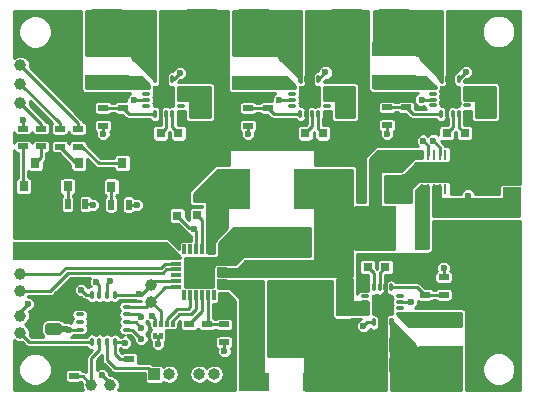
<source format=gbr>
G04 #@! TF.GenerationSoftware,KiCad,Pcbnew,(5.0.1)-4*
G04 #@! TF.CreationDate,2019-03-16T12:44:05-04:00*
G04 #@! TF.ProjectId,Wii reg,576969207265672E6B696361645F7063,rev?*
G04 #@! TF.SameCoordinates,Original*
G04 #@! TF.FileFunction,Copper,L1,Top,Signal*
G04 #@! TF.FilePolarity,Positive*
%FSLAX46Y46*%
G04 Gerber Fmt 4.6, Leading zero omitted, Abs format (unit mm)*
G04 Created by KiCad (PCBNEW (5.0.1)-4) date 3/16/2019 12:44:05 PM*
%MOMM*%
%LPD*%
G01*
G04 APERTURE LIST*
G04 #@! TA.AperFunction,SMDPad,CuDef*
%ADD10R,1.250000X1.000000*%
G04 #@! TD*
G04 #@! TA.AperFunction,SMDPad,CuDef*
%ADD11R,1.000000X1.250000*%
G04 #@! TD*
G04 #@! TA.AperFunction,SMDPad,CuDef*
%ADD12R,0.800000X0.750000*%
G04 #@! TD*
G04 #@! TA.AperFunction,SMDPad,CuDef*
%ADD13R,0.750000X0.800000*%
G04 #@! TD*
G04 #@! TA.AperFunction,SMDPad,CuDef*
%ADD14R,1.500000X2.500000*%
G04 #@! TD*
G04 #@! TA.AperFunction,SMDPad,CuDef*
%ADD15R,2.500000X1.500000*%
G04 #@! TD*
G04 #@! TA.AperFunction,BGAPad,CuDef*
%ADD16C,1.000000*%
G04 #@! TD*
G04 #@! TA.AperFunction,ComponentPad*
%ADD17R,1.000000X1.000000*%
G04 #@! TD*
G04 #@! TA.AperFunction,ComponentPad*
%ADD18O,1.000000X1.000000*%
G04 #@! TD*
G04 #@! TA.AperFunction,SMDPad,CuDef*
%ADD19R,1.200000X3.700000*%
G04 #@! TD*
G04 #@! TA.AperFunction,SMDPad,CuDef*
%ADD20R,3.700000X1.200000*%
G04 #@! TD*
G04 #@! TA.AperFunction,SMDPad,CuDef*
%ADD21R,2.350000X3.400000*%
G04 #@! TD*
G04 #@! TA.AperFunction,SMDPad,CuDef*
%ADD22R,0.800000X0.900000*%
G04 #@! TD*
G04 #@! TA.AperFunction,SMDPad,CuDef*
%ADD23R,0.900000X0.500000*%
G04 #@! TD*
G04 #@! TA.AperFunction,SMDPad,CuDef*
%ADD24R,0.500000X0.900000*%
G04 #@! TD*
G04 #@! TA.AperFunction,SMDPad,CuDef*
%ADD25R,0.300000X0.500000*%
G04 #@! TD*
G04 #@! TA.AperFunction,SMDPad,CuDef*
%ADD26O,0.750000X0.300000*%
G04 #@! TD*
G04 #@! TA.AperFunction,SMDPad,CuDef*
%ADD27O,0.300000X0.750000*%
G04 #@! TD*
G04 #@! TA.AperFunction,SMDPad,CuDef*
%ADD28R,0.900000X0.900000*%
G04 #@! TD*
G04 #@! TA.AperFunction,ViaPad*
%ADD29C,0.600000*%
G04 #@! TD*
G04 #@! TA.AperFunction,SMDPad,CuDef*
%ADD30R,0.280000X0.850000*%
G04 #@! TD*
G04 #@! TA.AperFunction,SMDPad,CuDef*
%ADD31R,1.200000X0.825000*%
G04 #@! TD*
G04 #@! TA.AperFunction,SMDPad,CuDef*
%ADD32R,0.700000X0.280000*%
G04 #@! TD*
G04 #@! TA.AperFunction,ComponentPad*
%ADD33C,0.600000*%
G04 #@! TD*
G04 #@! TA.AperFunction,SMDPad,CuDef*
%ADD34O,0.350000X0.800000*%
G04 #@! TD*
G04 #@! TA.AperFunction,SMDPad,CuDef*
%ADD35O,0.800000X0.350000*%
G04 #@! TD*
G04 #@! TA.AperFunction,SMDPad,CuDef*
%ADD36R,1.350000X1.350000*%
G04 #@! TD*
G04 #@! TA.AperFunction,SMDPad,CuDef*
%ADD37R,0.850000X0.300000*%
G04 #@! TD*
G04 #@! TA.AperFunction,SMDPad,CuDef*
%ADD38R,0.300000X0.850000*%
G04 #@! TD*
G04 #@! TA.AperFunction,SMDPad,CuDef*
%ADD39R,1.300000X1.300000*%
G04 #@! TD*
G04 #@! TA.AperFunction,Conductor*
%ADD40C,0.100000*%
G04 #@! TD*
G04 #@! TA.AperFunction,SMDPad,CuDef*
%ADD41C,0.975000*%
G04 #@! TD*
G04 #@! TA.AperFunction,Conductor*
%ADD42C,0.250000*%
G04 #@! TD*
G04 #@! TA.AperFunction,Conductor*
%ADD43C,0.230000*%
G04 #@! TD*
G04 APERTURE END LIST*
D10*
G04 #@! TO.P,C1,1*
G04 #@! TO.N,5v*
X224820000Y-101830000D03*
G04 #@! TO.P,C1,2*
G04 #@! TO.N,GND*
X224820000Y-103830000D03*
G04 #@! TD*
G04 #@! TO.P,C2,1*
G04 #@! TO.N,5v*
X226520000Y-101840000D03*
G04 #@! TO.P,C2,2*
G04 #@! TO.N,GND*
X226520000Y-103840000D03*
G04 #@! TD*
G04 #@! TO.P,C3,1*
G04 #@! TO.N,5v*
X228220000Y-101840000D03*
G04 #@! TO.P,C3,2*
G04 #@! TO.N,GND*
X228220000Y-103840000D03*
G04 #@! TD*
D11*
G04 #@! TO.P,C4,1*
G04 #@! TO.N,1v*
X199930000Y-88650000D03*
G04 #@! TO.P,C4,2*
G04 #@! TO.N,GND*
X201930000Y-88650000D03*
G04 #@! TD*
G04 #@! TO.P,C5,1*
G04 #@! TO.N,1v*
X199930000Y-86940000D03*
G04 #@! TO.P,C5,2*
G04 #@! TO.N,GND*
X201930000Y-86940000D03*
G04 #@! TD*
G04 #@! TO.P,C6,1*
G04 #@! TO.N,3v3*
X220670000Y-113210000D03*
G04 #@! TO.P,C6,2*
G04 #@! TO.N,GND*
X218670000Y-113210000D03*
G04 #@! TD*
G04 #@! TO.P,C7,1*
G04 #@! TO.N,3v3*
X220670000Y-114910000D03*
G04 #@! TO.P,C7,2*
G04 #@! TO.N,GND*
X218670000Y-114910000D03*
G04 #@! TD*
D12*
G04 #@! TO.P,C8,2*
G04 #@! TO.N,Net-(C8-Pad2)*
X200790000Y-95260000D03*
G04 #@! TO.P,C8,1*
G04 #@! TO.N,Net-(C8-Pad1)*
X202290000Y-95260000D03*
G04 #@! TD*
G04 #@! TO.P,C9,2*
G04 #@! TO.N,Net-(C9-Pad2)*
X219820000Y-106590000D03*
G04 #@! TO.P,C9,1*
G04 #@! TO.N,Net-(C9-Pad1)*
X218320000Y-106590000D03*
G04 #@! TD*
D10*
G04 #@! TO.P,C10,1*
G04 #@! TO.N,GND*
X204460000Y-89760000D03*
G04 #@! TO.P,C10,2*
G04 #@! TO.N,VSYS*
X204460000Y-91760000D03*
G04 #@! TD*
G04 #@! TO.P,C11,1*
G04 #@! TO.N,GND*
X216240000Y-112210000D03*
G04 #@! TO.P,C11,2*
G04 #@! TO.N,VSYS*
X216240000Y-110210000D03*
G04 #@! TD*
G04 #@! TO.P,C12,1*
G04 #@! TO.N,GND*
X220500000Y-100020000D03*
G04 #@! TO.P,C12,2*
G04 #@! TO.N,VSYS*
X220500000Y-98020000D03*
G04 #@! TD*
D11*
G04 #@! TO.P,C13,1*
G04 #@! TO.N,1v8*
X224190000Y-88640000D03*
G04 #@! TO.P,C13,2*
G04 #@! TO.N,GND*
X226190000Y-88640000D03*
G04 #@! TD*
G04 #@! TO.P,C14,1*
G04 #@! TO.N,1v8*
X224190000Y-86940000D03*
G04 #@! TO.P,C14,2*
G04 #@! TO.N,GND*
X226190000Y-86940000D03*
G04 #@! TD*
G04 #@! TO.P,C15,1*
G04 #@! TO.N,1v15*
X212280000Y-88650000D03*
G04 #@! TO.P,C15,2*
G04 #@! TO.N,GND*
X214280000Y-88650000D03*
G04 #@! TD*
G04 #@! TO.P,C16,1*
G04 #@! TO.N,1v15*
X212270000Y-86950000D03*
G04 #@! TO.P,C16,2*
G04 #@! TO.N,GND*
X214270000Y-86950000D03*
G04 #@! TD*
D12*
G04 #@! TO.P,C17,2*
G04 #@! TO.N,Net-(C17-Pad2)*
X225020000Y-95250000D03*
G04 #@! TO.P,C17,1*
G04 #@! TO.N,Net-(C17-Pad1)*
X226520000Y-95250000D03*
G04 #@! TD*
G04 #@! TO.P,C18,2*
G04 #@! TO.N,Net-(C18-Pad2)*
X213030000Y-95260000D03*
G04 #@! TO.P,C18,1*
G04 #@! TO.N,Net-(C18-Pad1)*
X214530000Y-95260000D03*
G04 #@! TD*
D10*
G04 #@! TO.P,C19,1*
G04 #@! TO.N,GND*
X228550000Y-89750000D03*
G04 #@! TO.P,C19,2*
G04 #@! TO.N,VSYS*
X228550000Y-91750000D03*
G04 #@! TD*
G04 #@! TO.P,C20,1*
G04 #@! TO.N,GND*
X216660000Y-89760000D03*
G04 #@! TO.P,C20,2*
G04 #@! TO.N,VSYS*
X216660000Y-91760000D03*
G04 #@! TD*
G04 #@! TO.P,C21,1*
G04 #@! TO.N,GND*
X199100000Y-103370000D03*
G04 #@! TO.P,C21,2*
G04 #@! TO.N,Net-(C21-Pad2)*
X199100000Y-105370000D03*
G04 #@! TD*
D13*
G04 #@! TO.P,C23,2*
G04 #@! TO.N,REGN*
X202200000Y-102220000D03*
G04 #@! TO.P,C23,1*
G04 #@! TO.N,GND*
X202200000Y-100720000D03*
G04 #@! TD*
G04 #@! TO.P,C24,2*
G04 #@! TO.N,Net-(C24-Pad2)*
X203900000Y-102210000D03*
G04 #@! TO.P,C24,1*
G04 #@! TO.N,Net-(C24-Pad1)*
X203900000Y-100710000D03*
G04 #@! TD*
D10*
G04 #@! TO.P,C25,1*
G04 #@! TO.N,VSYS*
X208210000Y-106930000D03*
G04 #@! TO.P,C25,2*
G04 #@! TO.N,GND*
X208210000Y-104930000D03*
G04 #@! TD*
G04 #@! TO.P,C27,1*
G04 #@! TO.N,VSYS*
X210200000Y-106930000D03*
G04 #@! TO.P,C27,2*
G04 #@! TO.N,GND*
X210200000Y-104930000D03*
G04 #@! TD*
G04 #@! TO.P,C28,1*
G04 #@! TO.N,VSYS*
X212180000Y-106930000D03*
G04 #@! TO.P,C28,2*
G04 #@! TO.N,GND*
X212180000Y-104930000D03*
G04 #@! TD*
D14*
G04 #@! TO.P,5v,1*
G04 #@! TO.N,5v*
X230510000Y-101100000D03*
G04 #@! TD*
D15*
G04 #@! TO.P,1v,1*
G04 #@! TO.N,1v*
X196240000Y-85510000D03*
G04 #@! TD*
G04 #@! TO.P,3v3,1*
G04 #@! TO.N,3v3*
X224230000Y-116320000D03*
G04 #@! TD*
D16*
G04 #@! TO.P,J4,1*
G04 #@! TO.N,Net-(J4-Pad1)*
X188920000Y-92680000D03*
G04 #@! TD*
G04 #@! TO.P,J5,1*
G04 #@! TO.N,Net-(J5-Pad1)*
X188910000Y-91080000D03*
G04 #@! TD*
D15*
G04 #@! TO.P,1v8,1*
G04 #@! TO.N,1v8*
X220550000Y-85500000D03*
G04 #@! TD*
G04 #@! TO.P,1v15,1*
G04 #@! TO.N,1v15*
X208660000Y-85500000D03*
G04 #@! TD*
D16*
G04 #@! TO.P,J8,1*
G04 #@! TO.N,Net-(J8-Pad1)*
X188920000Y-89490000D03*
G04 #@! TD*
D15*
G04 #@! TO.P,GND,1*
G04 #@! TO.N,GND*
X214130000Y-116350000D03*
G04 #@! TD*
G04 #@! TO.P,GND,1*
G04 #@! TO.N,GND*
X204300000Y-85520000D03*
G04 #@! TD*
D16*
G04 #@! TO.P,J11,1*
G04 #@! TO.N,Vtemp*
X194930000Y-116550000D03*
G04 #@! TD*
G04 #@! TO.P,J12,1*
G04 #@! TO.N,VSYS*
X196500000Y-116560000D03*
G04 #@! TD*
D15*
G04 #@! TO.P,GND,1*
G04 #@! TO.N,GND*
X216610000Y-85510000D03*
G04 #@! TD*
D16*
G04 #@! TO.P,J14,1*
G04 #@! TO.N,SCL*
X199950000Y-108120000D03*
G04 #@! TD*
D14*
G04 #@! TO.P,GND,1*
G04 #@! TO.N,GND*
X230520000Y-107120000D03*
G04 #@! TD*
D16*
G04 #@! TO.P,J16,1*
G04 #@! TO.N,SDA*
X199980000Y-109510000D03*
G04 #@! TD*
G04 #@! TO.P,J17,1*
G04 #@! TO.N,Net-(J17-Pad1)*
X188880000Y-107210000D03*
G04 #@! TD*
G04 #@! TO.P,J18,1*
G04 #@! TO.N,Net-(J18-Pad1)*
X188910000Y-108610000D03*
G04 #@! TD*
D15*
G04 #@! TO.P,GND,1*
G04 #@! TO.N,GND*
X189540000Y-102240000D03*
G04 #@! TD*
G04 #@! TO.P,CHRG,1*
G04 #@! TO.N,Net-(C21-Pad2)*
X189520000Y-105190000D03*
G04 #@! TD*
D14*
G04 #@! TO.P,GND,1*
G04 #@! TO.N,GND*
X230520000Y-97320000D03*
G04 #@! TD*
D15*
G04 #@! TO.P,B+,1*
G04 #@! TO.N,Net-(C29-Pad1)*
X208660000Y-116350000D03*
G04 #@! TD*
D16*
G04 #@! TO.P,J24,1*
G04 #@! TO.N,Net-(J24-Pad1)*
X188890000Y-110710000D03*
G04 #@! TD*
D17*
G04 #@! TO.P,J25,1*
G04 #@! TO.N,MCLR*
X200250000Y-115660000D03*
D18*
G04 #@! TO.P,J25,2*
G04 #@! TO.N,VSYS*
X201520000Y-115660000D03*
G04 #@! TO.P,J25,3*
G04 #@! TO.N,GND*
X202790000Y-115660000D03*
G04 #@! TO.P,J25,4*
G04 #@! TO.N,Net-(J25-Pad4)*
X204060000Y-115660000D03*
G04 #@! TO.P,J25,5*
G04 #@! TO.N,Net-(J25-Pad5)*
X205330000Y-115660000D03*
G04 #@! TD*
D19*
G04 #@! TO.P,L1,1*
G04 #@! TO.N,VSYS*
X220090000Y-103270000D03*
G04 #@! TO.P,L1,2*
G04 #@! TO.N,Net-(L1-Pad2)*
X222890000Y-103270000D03*
G04 #@! TD*
D20*
G04 #@! TO.P,L2,1*
G04 #@! TO.N,1v*
X196240000Y-88140000D03*
G04 #@! TO.P,L2,2*
G04 #@! TO.N,Net-(L2-Pad2)*
X196240000Y-90940000D03*
G04 #@! TD*
G04 #@! TO.P,L3,1*
G04 #@! TO.N,3v3*
X224510000Y-113890000D03*
G04 #@! TO.P,L3,2*
G04 #@! TO.N,Net-(L3-Pad2)*
X224510000Y-111090000D03*
G04 #@! TD*
G04 #@! TO.P,L4,1*
G04 #@! TO.N,1v8*
X220550000Y-88140000D03*
G04 #@! TO.P,L4,2*
G04 #@! TO.N,Net-(L4-Pad2)*
X220550000Y-90940000D03*
G04 #@! TD*
G04 #@! TO.P,L5,1*
G04 #@! TO.N,1v15*
X208660000Y-88160000D03*
G04 #@! TO.P,L5,2*
G04 #@! TO.N,Net-(L5-Pad2)*
X208660000Y-90960000D03*
G04 #@! TD*
D21*
G04 #@! TO.P,L6,1*
G04 #@! TO.N,VSYS*
X213270000Y-99970000D03*
G04 #@! TO.P,L6,2*
G04 #@! TO.N,Net-(C24-Pad1)*
X207170000Y-99970000D03*
G04 #@! TD*
D22*
G04 #@! TO.P,Q1,2*
G04 #@! TO.N,Net-(Q1-Pad2)*
X189210000Y-99750000D03*
G04 #@! TO.P,Q1,1*
G04 #@! TO.N,GND*
X191110000Y-99750000D03*
G04 #@! TO.P,Q1,3*
G04 #@! TO.N,Net-(Q1-Pad3)*
X190160000Y-97750000D03*
G04 #@! TD*
G04 #@! TO.P,Q2,2*
G04 #@! TO.N,Net-(Q2-Pad2)*
X192920000Y-99760000D03*
G04 #@! TO.P,Q2,1*
G04 #@! TO.N,GND*
X194820000Y-99760000D03*
G04 #@! TO.P,Q2,3*
G04 #@! TO.N,Net-(Q2-Pad3)*
X193870000Y-97760000D03*
G04 #@! TD*
G04 #@! TO.P,Q3,2*
G04 #@! TO.N,Net-(Q3-Pad2)*
X196610000Y-99770000D03*
G04 #@! TO.P,Q3,1*
G04 #@! TO.N,GND*
X198510000Y-99770000D03*
G04 #@! TO.P,Q3,3*
G04 #@! TO.N,Net-(Q3-Pad3)*
X197560000Y-97770000D03*
G04 #@! TD*
D23*
G04 #@! TO.P,R1,1*
G04 #@! TO.N,Net-(R1-Pad1)*
X197590000Y-93110000D03*
G04 #@! TO.P,R1,2*
G04 #@! TO.N,GND*
X197590000Y-94610000D03*
G04 #@! TD*
G04 #@! TO.P,R2,1*
G04 #@! TO.N,Net-(R2-Pad1)*
X223140000Y-108940000D03*
G04 #@! TO.P,R2,2*
G04 #@! TO.N,GND*
X223140000Y-107440000D03*
G04 #@! TD*
G04 #@! TO.P,R3,1*
G04 #@! TO.N,Net-(R1-Pad1)*
X195930000Y-93110000D03*
G04 #@! TO.P,R3,2*
G04 #@! TO.N,1v*
X195930000Y-94610000D03*
G04 #@! TD*
G04 #@! TO.P,R4,1*
G04 #@! TO.N,Net-(R2-Pad1)*
X224740000Y-108940000D03*
G04 #@! TO.P,R4,2*
G04 #@! TO.N,3v3*
X224740000Y-107440000D03*
G04 #@! TD*
G04 #@! TO.P,R5,1*
G04 #@! TO.N,RED*
X189140000Y-94870000D03*
G04 #@! TO.P,R5,2*
G04 #@! TO.N,Net-(Q1-Pad2)*
X189140000Y-96370000D03*
G04 #@! TD*
G04 #@! TO.P,R6,1*
G04 #@! TO.N,Net-(J4-Pad1)*
X190680000Y-94870000D03*
G04 #@! TO.P,R6,2*
G04 #@! TO.N,Net-(Q1-Pad3)*
X190680000Y-96370000D03*
G04 #@! TD*
D24*
G04 #@! TO.P,R7,1*
G04 #@! TO.N,GREEN*
X194420000Y-101270000D03*
G04 #@! TO.P,R7,2*
G04 #@! TO.N,Net-(Q2-Pad2)*
X192920000Y-101270000D03*
G04 #@! TD*
D23*
G04 #@! TO.P,R8,1*
G04 #@! TO.N,Net-(R11-Pad1)*
X221565000Y-93055000D03*
G04 #@! TO.P,R8,2*
G04 #@! TO.N,GND*
X221565000Y-94555000D03*
G04 #@! TD*
G04 #@! TO.P,R9,1*
G04 #@! TO.N,Net-(R12-Pad1)*
X209850000Y-93120000D03*
G04 #@! TO.P,R9,2*
G04 #@! TO.N,GND*
X209850000Y-94620000D03*
G04 #@! TD*
G04 #@! TO.P,R10,1*
G04 #@! TO.N,Net-(J5-Pad1)*
X192240000Y-94890000D03*
G04 #@! TO.P,R10,2*
G04 #@! TO.N,Net-(Q2-Pad3)*
X192240000Y-96390000D03*
G04 #@! TD*
G04 #@! TO.P,R11,1*
G04 #@! TO.N,Net-(R11-Pad1)*
X219945000Y-93055000D03*
G04 #@! TO.P,R11,2*
G04 #@! TO.N,1v8*
X219945000Y-94555000D03*
G04 #@! TD*
G04 #@! TO.P,R12,1*
G04 #@! TO.N,Net-(R12-Pad1)*
X208170000Y-93120000D03*
G04 #@! TO.P,R12,2*
G04 #@! TO.N,1v15*
X208170000Y-94620000D03*
G04 #@! TD*
D24*
G04 #@! TO.P,R13,1*
G04 #@! TO.N,Net-(Q3-Pad2)*
X196590000Y-101290000D03*
G04 #@! TO.P,R13,2*
G04 #@! TO.N,BLUE*
X198090000Y-101290000D03*
G04 #@! TD*
D23*
G04 #@! TO.P,R14,1*
G04 #@! TO.N,Net-(J8-Pad1)*
X193780000Y-94890000D03*
G04 #@! TO.P,R14,2*
G04 #@! TO.N,Net-(Q3-Pad3)*
X193780000Y-96390000D03*
G04 #@! TD*
G04 #@! TO.P,R15,1*
G04 #@! TO.N,Vtemp*
X193430000Y-115800000D03*
G04 #@! TO.P,R15,2*
G04 #@! TO.N,GND*
X193430000Y-114300000D03*
G04 #@! TD*
G04 #@! TO.P,R16,1*
G04 #@! TO.N,Net-(R16-Pad1)*
X203180000Y-111440000D03*
G04 #@! TO.P,R16,2*
G04 #@! TO.N,GND*
X203180000Y-112940000D03*
G04 #@! TD*
G04 #@! TO.P,R17,1*
G04 #@! TO.N,GND*
X204680000Y-112940000D03*
G04 #@! TO.P,R17,2*
G04 #@! TO.N,Net-(R17-Pad2)*
X204680000Y-111440000D03*
G04 #@! TD*
G04 #@! TO.P,R18,1*
G04 #@! TO.N,REGN*
X206180000Y-112940000D03*
G04 #@! TO.P,R18,2*
G04 #@! TO.N,Net-(R17-Pad2)*
X206180000Y-111440000D03*
G04 #@! TD*
D25*
G04 #@! TO.P,RN1,1*
G04 #@! TO.N,GND*
X201810000Y-112380000D03*
G04 #@! TO.P,RN1,2*
X201310000Y-112380000D03*
G04 #@! TO.P,RN1,3*
G04 #@! TO.N,VSYS*
X200810000Y-112380000D03*
G04 #@! TO.P,RN1,4*
X200310000Y-112380000D03*
G04 #@! TO.P,RN1,5*
G04 #@! TO.N,SCL*
X200310000Y-111380000D03*
G04 #@! TO.P,RN1,6*
G04 #@! TO.N,SDA*
X200810000Y-111380000D03*
G04 #@! TO.P,RN1,7*
G04 #@! TO.N,OTG*
X201310000Y-111380000D03*
G04 #@! TO.P,RN1,8*
G04 #@! TO.N,CE*
X201810000Y-111380000D03*
G04 #@! TD*
D26*
G04 #@! TO.P,U1,1*
G04 #@! TO.N,Net-(L2-Pad2)*
X199555000Y-91410000D03*
G04 #@! TO.P,U1,2*
X199555000Y-91910000D03*
G04 #@! TO.P,U1,3*
G04 #@! TO.N,VSYS*
X199555000Y-92410000D03*
G04 #@! TO.P,U1,4*
G04 #@! TO.N,Net-(U1-Pad4)*
X199555000Y-92910000D03*
D27*
G04 #@! TO.P,U1,5*
G04 #@! TO.N,Net-(R1-Pad1)*
X200280000Y-93635000D03*
G04 #@! TO.P,U1,6*
G04 #@! TO.N,GND*
X200780000Y-93635000D03*
G04 #@! TO.P,U1,7*
G04 #@! TO.N,Net-(C8-Pad2)*
X201280000Y-93635000D03*
G04 #@! TO.P,U1,8*
G04 #@! TO.N,Net-(C8-Pad1)*
X201780000Y-93635000D03*
D26*
G04 #@! TO.P,U1,9*
G04 #@! TO.N,Net-(U1-Pad9)*
X202505000Y-92910000D03*
G04 #@! TO.P,U1,10*
G04 #@! TO.N,VSYS*
X202505000Y-92410000D03*
G04 #@! TO.P,U1,11*
X202505000Y-91910000D03*
G04 #@! TO.P,U1,12*
X202505000Y-91410000D03*
D27*
G04 #@! TO.P,U1,13*
G04 #@! TO.N,EN*
X201780000Y-90685000D03*
G04 #@! TO.P,U1,14*
G04 #@! TO.N,GND*
X201280000Y-90685000D03*
G04 #@! TO.P,U1,15*
X200780000Y-90685000D03*
G04 #@! TO.P,U1,16*
G04 #@! TO.N,1v*
X200280000Y-90685000D03*
D28*
G04 #@! TO.P,U1,17*
G04 #@! TO.N,GND*
X201480000Y-92610000D03*
X201480000Y-91710000D03*
X200580000Y-92610000D03*
X200580000Y-91710000D03*
D29*
G04 #@! TD*
G04 #@! TO.N,GND*
G04 #@! TO.C,U1*
X201030000Y-92160000D03*
G04 #@! TO.N,GND*
G04 #@! TO.C,U1*
X200530000Y-91660000D03*
X201530000Y-91660000D03*
X201530000Y-92660000D03*
X200530000Y-92660000D03*
G04 #@! TD*
D26*
G04 #@! TO.P,U2,1*
G04 #@! TO.N,Net-(L3-Pad2)*
X221045000Y-110540000D03*
G04 #@! TO.P,U2,2*
X221045000Y-110040000D03*
G04 #@! TO.P,U2,3*
G04 #@! TO.N,VSYS*
X221045000Y-109540000D03*
G04 #@! TO.P,U2,4*
G04 #@! TO.N,Net-(U2-Pad4)*
X221045000Y-109040000D03*
D27*
G04 #@! TO.P,U2,5*
G04 #@! TO.N,Net-(R2-Pad1)*
X220320000Y-108315000D03*
G04 #@! TO.P,U2,6*
G04 #@! TO.N,GND*
X219820000Y-108315000D03*
G04 #@! TO.P,U2,7*
G04 #@! TO.N,Net-(C9-Pad2)*
X219320000Y-108315000D03*
G04 #@! TO.P,U2,8*
G04 #@! TO.N,Net-(C9-Pad1)*
X218820000Y-108315000D03*
D26*
G04 #@! TO.P,U2,9*
G04 #@! TO.N,Net-(U2-Pad9)*
X218095000Y-109040000D03*
G04 #@! TO.P,U2,10*
G04 #@! TO.N,VSYS*
X218095000Y-109540000D03*
G04 #@! TO.P,U2,11*
X218095000Y-110040000D03*
G04 #@! TO.P,U2,12*
X218095000Y-110540000D03*
D27*
G04 #@! TO.P,U2,13*
G04 #@! TO.N,EN*
X218820000Y-111265000D03*
G04 #@! TO.P,U2,14*
G04 #@! TO.N,GND*
X219320000Y-111265000D03*
G04 #@! TO.P,U2,15*
X219820000Y-111265000D03*
G04 #@! TO.P,U2,16*
G04 #@! TO.N,3v3*
X220320000Y-111265000D03*
D28*
G04 #@! TO.P,U2,17*
G04 #@! TO.N,GND*
X219120000Y-109340000D03*
X219120000Y-110240000D03*
X220020000Y-109340000D03*
X220020000Y-110240000D03*
D29*
G04 #@! TD*
G04 #@! TO.N,GND*
G04 #@! TO.C,U2*
X219570000Y-109790000D03*
G04 #@! TO.N,GND*
G04 #@! TO.C,U2*
X220070000Y-110290000D03*
X219070000Y-110290000D03*
X219070000Y-109290000D03*
X220070000Y-109290000D03*
G04 #@! TD*
D30*
G04 #@! TO.P,U3,1*
G04 #@! TO.N,Net-(L1-Pad2)*
X222900000Y-100015000D03*
G04 #@! TO.P,U3,2*
X223400000Y-100015000D03*
G04 #@! TO.P,U3,3*
G04 #@! TO.N,5v*
X223900000Y-100015000D03*
G04 #@! TO.P,U3,4*
X224400000Y-100015000D03*
G04 #@! TO.P,U3,5*
G04 #@! TO.N,Net-(U3-Pad5)*
X224900000Y-100015000D03*
G04 #@! TO.P,U3,6*
G04 #@! TO.N,Net-(U3-Pad6)*
X224900000Y-97065000D03*
G04 #@! TO.P,U3,7*
G04 #@! TO.N,5v*
X224400000Y-97065000D03*
G04 #@! TO.P,U3,8*
G04 #@! TO.N,Net-(U3-Pad8)*
X223900000Y-97065000D03*
G04 #@! TO.P,U3,9*
G04 #@! TO.N,EN*
X223400000Y-97065000D03*
G04 #@! TO.P,U3,10*
G04 #@! TO.N,VSYS*
X222900000Y-97065000D03*
D31*
G04 #@! TO.P,U3,11*
G04 #@! TO.N,GND*
X223300000Y-98952500D03*
X224500000Y-98952500D03*
X223300000Y-98127500D03*
X224500000Y-98127500D03*
D32*
X222350000Y-98790000D03*
X225450000Y-98790000D03*
X222350000Y-98290000D03*
X225450000Y-98290000D03*
D33*
X223150000Y-99040000D03*
X224650000Y-99040000D03*
X223150000Y-98040000D03*
X224650000Y-98040000D03*
X223900000Y-98540000D03*
G04 #@! TD*
D26*
G04 #@! TO.P,U4,1*
G04 #@! TO.N,Net-(L4-Pad2)*
X223815000Y-91400000D03*
G04 #@! TO.P,U4,2*
X223815000Y-91900000D03*
G04 #@! TO.P,U4,3*
G04 #@! TO.N,VSYS*
X223815000Y-92400000D03*
G04 #@! TO.P,U4,4*
G04 #@! TO.N,Net-(U4-Pad4)*
X223815000Y-92900000D03*
D27*
G04 #@! TO.P,U4,5*
G04 #@! TO.N,Net-(R11-Pad1)*
X224540000Y-93625000D03*
G04 #@! TO.P,U4,6*
G04 #@! TO.N,GND*
X225040000Y-93625000D03*
G04 #@! TO.P,U4,7*
G04 #@! TO.N,Net-(C17-Pad2)*
X225540000Y-93625000D03*
G04 #@! TO.P,U4,8*
G04 #@! TO.N,Net-(C17-Pad1)*
X226040000Y-93625000D03*
D26*
G04 #@! TO.P,U4,9*
G04 #@! TO.N,Net-(U4-Pad9)*
X226765000Y-92900000D03*
G04 #@! TO.P,U4,10*
G04 #@! TO.N,VSYS*
X226765000Y-92400000D03*
G04 #@! TO.P,U4,11*
X226765000Y-91900000D03*
G04 #@! TO.P,U4,12*
X226765000Y-91400000D03*
D27*
G04 #@! TO.P,U4,13*
G04 #@! TO.N,EN*
X226040000Y-90675000D03*
G04 #@! TO.P,U4,14*
G04 #@! TO.N,GND*
X225540000Y-90675000D03*
G04 #@! TO.P,U4,15*
X225040000Y-90675000D03*
G04 #@! TO.P,U4,16*
G04 #@! TO.N,1v8*
X224540000Y-90675000D03*
D28*
G04 #@! TO.P,U4,17*
G04 #@! TO.N,GND*
X225740000Y-92600000D03*
X225740000Y-91700000D03*
X224840000Y-92600000D03*
X224840000Y-91700000D03*
D29*
G04 #@! TD*
G04 #@! TO.N,GND*
G04 #@! TO.C,U4*
X225290000Y-92150000D03*
G04 #@! TO.N,GND*
G04 #@! TO.C,U4*
X224790000Y-91650000D03*
X225790000Y-91650000D03*
X225790000Y-92650000D03*
X224790000Y-92650000D03*
G04 #@! TD*
D26*
G04 #@! TO.P,U5,1*
G04 #@! TO.N,Net-(L5-Pad2)*
X211905000Y-91410000D03*
G04 #@! TO.P,U5,2*
X211905000Y-91910000D03*
G04 #@! TO.P,U5,3*
G04 #@! TO.N,VSYS*
X211905000Y-92410000D03*
G04 #@! TO.P,U5,4*
G04 #@! TO.N,Net-(U5-Pad4)*
X211905000Y-92910000D03*
D27*
G04 #@! TO.P,U5,5*
G04 #@! TO.N,Net-(R12-Pad1)*
X212630000Y-93635000D03*
G04 #@! TO.P,U5,6*
G04 #@! TO.N,GND*
X213130000Y-93635000D03*
G04 #@! TO.P,U5,7*
G04 #@! TO.N,Net-(C18-Pad2)*
X213630000Y-93635000D03*
G04 #@! TO.P,U5,8*
G04 #@! TO.N,Net-(C18-Pad1)*
X214130000Y-93635000D03*
D26*
G04 #@! TO.P,U5,9*
G04 #@! TO.N,Net-(U5-Pad9)*
X214855000Y-92910000D03*
G04 #@! TO.P,U5,10*
G04 #@! TO.N,VSYS*
X214855000Y-92410000D03*
G04 #@! TO.P,U5,11*
X214855000Y-91910000D03*
G04 #@! TO.P,U5,12*
X214855000Y-91410000D03*
D27*
G04 #@! TO.P,U5,13*
G04 #@! TO.N,EN*
X214130000Y-90685000D03*
G04 #@! TO.P,U5,14*
G04 #@! TO.N,GND*
X213630000Y-90685000D03*
G04 #@! TO.P,U5,15*
X213130000Y-90685000D03*
G04 #@! TO.P,U5,16*
G04 #@! TO.N,1v15*
X212630000Y-90685000D03*
D28*
G04 #@! TO.P,U5,17*
G04 #@! TO.N,GND*
X213830000Y-92610000D03*
X213830000Y-91710000D03*
X212930000Y-92610000D03*
X212930000Y-91710000D03*
D29*
G04 #@! TD*
G04 #@! TO.N,GND*
G04 #@! TO.C,U5*
X213380000Y-92160000D03*
G04 #@! TO.N,GND*
G04 #@! TO.C,U5*
X212880000Y-91660000D03*
X213880000Y-91660000D03*
X213880000Y-92660000D03*
X212880000Y-92660000D03*
G04 #@! TD*
D34*
G04 #@! TO.P,U6,1*
G04 #@! TO.N,button*
X194955000Y-112910000D03*
G04 #@! TO.P,U6,2*
G04 #@! TO.N,Vtemp*
X195605000Y-112910000D03*
G04 #@! TO.P,U6,3*
G04 #@! TO.N,MCLR*
X196255000Y-112910000D03*
G04 #@! TO.P,U6,4*
G04 #@! TO.N,EN*
X196905000Y-112910000D03*
D35*
G04 #@! TO.P,U6,5*
G04 #@! TO.N,RED*
X197930000Y-111885000D03*
G04 #@! TO.P,U6,6*
G04 #@! TO.N,GREEN*
X197930000Y-111235000D03*
G04 #@! TO.P,U6,7*
G04 #@! TO.N,BLUE*
X197930000Y-110585000D03*
G04 #@! TO.P,U6,8*
G04 #@! TO.N,SDA*
X197930000Y-109935000D03*
D34*
G04 #@! TO.P,U6,9*
G04 #@! TO.N,SCL*
X196905000Y-108910000D03*
G04 #@! TO.P,U6,10*
G04 #@! TO.N,Net-(J24-Pad1)*
X196255000Y-108910000D03*
G04 #@! TO.P,U6,11*
G04 #@! TO.N,Net-(J25-Pad5)*
X195605000Y-108910000D03*
G04 #@! TO.P,U6,12*
G04 #@! TO.N,Net-(J25-Pad4)*
X194955000Y-108910000D03*
D35*
G04 #@! TO.P,U6,13*
G04 #@! TO.N,GND*
X193930000Y-109935000D03*
G04 #@! TO.P,U6,14*
G04 #@! TO.N,Net-(U6-Pad14)*
X193930000Y-110585000D03*
G04 #@! TO.P,U6,15*
G04 #@! TO.N,Net-(U6-Pad15)*
X193930000Y-111235000D03*
G04 #@! TO.P,U6,16*
G04 #@! TO.N,VSYS*
X193930000Y-111885000D03*
D36*
G04 #@! TO.P,U6,17*
G04 #@! TO.N,GND*
X196605000Y-110235000D03*
X195255000Y-110235000D03*
X196605000Y-111585000D03*
X195255000Y-111585000D03*
G04 #@! TD*
D37*
G04 #@! TO.P,U7,1*
G04 #@! TO.N,Net-(C21-Pad2)*
X202090000Y-105790000D03*
G04 #@! TO.P,U7,2*
G04 #@! TO.N,Net-(J17-Pad1)*
X202090000Y-106290000D03*
G04 #@! TO.P,U7,3*
G04 #@! TO.N,Net-(J18-Pad1)*
X202090000Y-106790000D03*
G04 #@! TO.P,U7,4*
G04 #@! TO.N,Net-(U7-Pad4)*
X202090000Y-107290000D03*
G04 #@! TO.P,U7,5*
G04 #@! TO.N,SCL*
X202090000Y-107790000D03*
G04 #@! TO.P,U7,6*
G04 #@! TO.N,SDA*
X202090000Y-108290000D03*
D38*
G04 #@! TO.P,U7,7*
G04 #@! TO.N,Net-(U7-Pad7)*
X202790000Y-108990000D03*
G04 #@! TO.P,U7,8*
G04 #@! TO.N,OTG*
X203290000Y-108990000D03*
G04 #@! TO.P,U7,9*
G04 #@! TO.N,CE*
X203790000Y-108990000D03*
G04 #@! TO.P,U7,10*
G04 #@! TO.N,Net-(R16-Pad1)*
X204290000Y-108990000D03*
G04 #@! TO.P,U7,11*
G04 #@! TO.N,Net-(R17-Pad2)*
X204790000Y-108990000D03*
G04 #@! TO.P,U7,12*
G04 #@! TO.N,Net-(U7-Pad12)*
X205290000Y-108990000D03*
D37*
G04 #@! TO.P,U7,13*
G04 #@! TO.N,Net-(C29-Pad1)*
X205990000Y-108290000D03*
G04 #@! TO.P,U7,14*
X205990000Y-107790000D03*
G04 #@! TO.P,U7,15*
G04 #@! TO.N,VSYS*
X205990000Y-107290000D03*
G04 #@! TO.P,U7,16*
X205990000Y-106790000D03*
G04 #@! TO.P,U7,17*
G04 #@! TO.N,GND*
X205990000Y-106290000D03*
G04 #@! TO.P,U7,18*
X205990000Y-105790000D03*
D38*
G04 #@! TO.P,U7,19*
G04 #@! TO.N,Net-(C24-Pad1)*
X205290000Y-105090000D03*
G04 #@! TO.P,U7,20*
X204790000Y-105090000D03*
G04 #@! TO.P,U7,21*
G04 #@! TO.N,Net-(C24-Pad2)*
X204290000Y-105090000D03*
G04 #@! TO.P,U7,22*
G04 #@! TO.N,REGN*
X203790000Y-105090000D03*
G04 #@! TO.P,U7,23*
G04 #@! TO.N,Net-(U7-Pad23)*
X203290000Y-105090000D03*
G04 #@! TO.P,U7,24*
G04 #@! TO.N,Net-(U7-Pad24)*
X202790000Y-105090000D03*
D39*
G04 #@! TO.P,U7,25*
G04 #@! TO.N,GND*
X204690000Y-107690000D03*
X204690000Y-106390000D03*
X203390000Y-107690000D03*
X203390000Y-106390000D03*
G04 #@! TD*
D11*
G04 #@! TO.P,C29,1*
G04 #@! TO.N,Net-(C29-Pad1)*
X209040000Y-108910000D03*
G04 #@! TO.P,C29,2*
G04 #@! TO.N,GND*
X211040000Y-108910000D03*
G04 #@! TD*
D16*
G04 #@! TO.P,J26,1*
G04 #@! TO.N,button*
X188890000Y-112150000D03*
G04 #@! TD*
D23*
G04 #@! TO.P,R19,1*
G04 #@! TO.N,EN*
X198140000Y-114360000D03*
G04 #@! TO.P,R19,2*
G04 #@! TO.N,GND*
X198140000Y-115860000D03*
G04 #@! TD*
D10*
G04 #@! TO.P,C26,1*
G04 #@! TO.N,GND*
X214120000Y-108930000D03*
G04 #@! TO.P,C26,2*
G04 #@! TO.N,VSYS*
X214120000Y-106930000D03*
G04 #@! TD*
D40*
G04 #@! TO.N,GND*
G04 #@! TO.C,C22*
G36*
X192190142Y-109458674D02*
X192213803Y-109462184D01*
X192237007Y-109467996D01*
X192259529Y-109476054D01*
X192281153Y-109486282D01*
X192301670Y-109498579D01*
X192320883Y-109512829D01*
X192338607Y-109528893D01*
X192354671Y-109546617D01*
X192368921Y-109565830D01*
X192381218Y-109586347D01*
X192391446Y-109607971D01*
X192399504Y-109630493D01*
X192405316Y-109653697D01*
X192408826Y-109677358D01*
X192410000Y-109701250D01*
X192410000Y-110188750D01*
X192408826Y-110212642D01*
X192405316Y-110236303D01*
X192399504Y-110259507D01*
X192391446Y-110282029D01*
X192381218Y-110303653D01*
X192368921Y-110324170D01*
X192354671Y-110343383D01*
X192338607Y-110361107D01*
X192320883Y-110377171D01*
X192301670Y-110391421D01*
X192281153Y-110403718D01*
X192259529Y-110413946D01*
X192237007Y-110422004D01*
X192213803Y-110427816D01*
X192190142Y-110431326D01*
X192166250Y-110432500D01*
X191253750Y-110432500D01*
X191229858Y-110431326D01*
X191206197Y-110427816D01*
X191182993Y-110422004D01*
X191160471Y-110413946D01*
X191138847Y-110403718D01*
X191118330Y-110391421D01*
X191099117Y-110377171D01*
X191081393Y-110361107D01*
X191065329Y-110343383D01*
X191051079Y-110324170D01*
X191038782Y-110303653D01*
X191028554Y-110282029D01*
X191020496Y-110259507D01*
X191014684Y-110236303D01*
X191011174Y-110212642D01*
X191010000Y-110188750D01*
X191010000Y-109701250D01*
X191011174Y-109677358D01*
X191014684Y-109653697D01*
X191020496Y-109630493D01*
X191028554Y-109607971D01*
X191038782Y-109586347D01*
X191051079Y-109565830D01*
X191065329Y-109546617D01*
X191081393Y-109528893D01*
X191099117Y-109512829D01*
X191118330Y-109498579D01*
X191138847Y-109486282D01*
X191160471Y-109476054D01*
X191182993Y-109467996D01*
X191206197Y-109462184D01*
X191229858Y-109458674D01*
X191253750Y-109457500D01*
X192166250Y-109457500D01*
X192190142Y-109458674D01*
X192190142Y-109458674D01*
G37*
D41*
G04 #@! TD*
G04 #@! TO.P,C22,1*
G04 #@! TO.N,GND*
X191710000Y-109945000D03*
D40*
G04 #@! TO.N,VSYS*
G04 #@! TO.C,C22*
G36*
X192190142Y-111333674D02*
X192213803Y-111337184D01*
X192237007Y-111342996D01*
X192259529Y-111351054D01*
X192281153Y-111361282D01*
X192301670Y-111373579D01*
X192320883Y-111387829D01*
X192338607Y-111403893D01*
X192354671Y-111421617D01*
X192368921Y-111440830D01*
X192381218Y-111461347D01*
X192391446Y-111482971D01*
X192399504Y-111505493D01*
X192405316Y-111528697D01*
X192408826Y-111552358D01*
X192410000Y-111576250D01*
X192410000Y-112063750D01*
X192408826Y-112087642D01*
X192405316Y-112111303D01*
X192399504Y-112134507D01*
X192391446Y-112157029D01*
X192381218Y-112178653D01*
X192368921Y-112199170D01*
X192354671Y-112218383D01*
X192338607Y-112236107D01*
X192320883Y-112252171D01*
X192301670Y-112266421D01*
X192281153Y-112278718D01*
X192259529Y-112288946D01*
X192237007Y-112297004D01*
X192213803Y-112302816D01*
X192190142Y-112306326D01*
X192166250Y-112307500D01*
X191253750Y-112307500D01*
X191229858Y-112306326D01*
X191206197Y-112302816D01*
X191182993Y-112297004D01*
X191160471Y-112288946D01*
X191138847Y-112278718D01*
X191118330Y-112266421D01*
X191099117Y-112252171D01*
X191081393Y-112236107D01*
X191065329Y-112218383D01*
X191051079Y-112199170D01*
X191038782Y-112178653D01*
X191028554Y-112157029D01*
X191020496Y-112134507D01*
X191014684Y-112111303D01*
X191011174Y-112087642D01*
X191010000Y-112063750D01*
X191010000Y-111576250D01*
X191011174Y-111552358D01*
X191014684Y-111528697D01*
X191020496Y-111505493D01*
X191028554Y-111482971D01*
X191038782Y-111461347D01*
X191051079Y-111440830D01*
X191065329Y-111421617D01*
X191081393Y-111403893D01*
X191099117Y-111387829D01*
X191118330Y-111373579D01*
X191138847Y-111361282D01*
X191160471Y-111351054D01*
X191182993Y-111342996D01*
X191206197Y-111337184D01*
X191229858Y-111333674D01*
X191253750Y-111332500D01*
X192166250Y-111332500D01*
X192190142Y-111333674D01*
X192190142Y-111333674D01*
G37*
D41*
G04 #@! TD*
G04 #@! TO.P,C22,2*
G04 #@! TO.N,VSYS*
X191710000Y-111820000D03*
D29*
G04 #@! TO.N,5v*
X223890000Y-95880000D03*
X226810000Y-100530000D03*
G04 #@! TO.N,GND*
X198140000Y-116570000D03*
X216360000Y-87780000D03*
X215550000Y-88580000D03*
X216360000Y-88580000D03*
X215560000Y-87780000D03*
X218230000Y-95720000D03*
X217430000Y-94920000D03*
X218230000Y-94920000D03*
X217430000Y-95720000D03*
X191640000Y-102080000D03*
X191640000Y-101290000D03*
X227700000Y-88390000D03*
X227700000Y-87590000D03*
X227940000Y-97420000D03*
X227940000Y-98220000D03*
X227150000Y-97420000D03*
X227140000Y-98220000D03*
X207020000Y-104730000D03*
X207020000Y-105530000D03*
X204100000Y-88560000D03*
X203300000Y-87770000D03*
X203300000Y-88560000D03*
X204100000Y-87760000D03*
X227250000Y-107080000D03*
X228040000Y-107890000D03*
X228040000Y-106310000D03*
X228040000Y-107100000D03*
X227250000Y-107890000D03*
X227250000Y-106280000D03*
X213360000Y-113680000D03*
X213360000Y-112890000D03*
X212560000Y-113680000D03*
X212560000Y-112890000D03*
X211760000Y-113680000D03*
X211760000Y-112880000D03*
X201600000Y-113140000D03*
X203390000Y-106390000D03*
X203390000Y-107690000D03*
X204690000Y-107690000D03*
X204690000Y-106390000D03*
X195255000Y-110235000D03*
X196605000Y-110235000D03*
X195255000Y-111585000D03*
X196605000Y-111585000D03*
X208210000Y-103920000D03*
X210200000Y-103920000D03*
X212180000Y-103920000D03*
X193430000Y-113570000D03*
X192900000Y-109935000D03*
X199590000Y-102240000D03*
G04 #@! TO.N,1v*
X195350000Y-86790000D03*
X195930000Y-95300000D03*
G04 #@! TO.N,3v3*
X225290000Y-115020000D03*
X224740000Y-106700000D03*
G04 #@! TO.N,VSYS*
X221990000Y-109540000D03*
X216550000Y-98780000D03*
X195830000Y-115750000D03*
X216550000Y-99580000D03*
X215750000Y-98780000D03*
X214950000Y-98780000D03*
X216550000Y-100380000D03*
X215750000Y-99580000D03*
X214950000Y-99580000D03*
X215750000Y-100370000D03*
X227900000Y-93540000D03*
X228700000Y-92750000D03*
X228700000Y-93540000D03*
X227900000Y-92740000D03*
X222880000Y-92400000D03*
X210830000Y-92410000D03*
X198510000Y-92410000D03*
X216030000Y-93550000D03*
X216830000Y-92760000D03*
X216830000Y-93550000D03*
X216030000Y-92750000D03*
X203830000Y-93550000D03*
X204620000Y-92760000D03*
X204620000Y-93550000D03*
X203830000Y-92750000D03*
X200560000Y-113110000D03*
X193025000Y-111885000D03*
X214950000Y-100380000D03*
G04 #@! TO.N,1v8*
X219920000Y-86920000D03*
X219940000Y-95280000D03*
G04 #@! TO.N,1v15*
X207980000Y-86950000D03*
X208170000Y-95320000D03*
G04 #@! TO.N,REGN*
X203580000Y-103360000D03*
X206190000Y-113690000D03*
G04 #@! TO.N,SCL*
X200030000Y-110710000D03*
X198970000Y-108870000D03*
G04 #@! TO.N,Net-(J24-Pad1)*
X189550000Y-109720000D03*
X196490000Y-107740000D03*
G04 #@! TO.N,Net-(J25-Pad4)*
X194070000Y-108540000D03*
G04 #@! TO.N,Net-(J25-Pad5)*
X195350000Y-107830000D03*
G04 #@! TO.N,RED*
X199150000Y-112690000D03*
X189140000Y-94170000D03*
G04 #@! TO.N,GREEN*
X199160000Y-111730000D03*
X195080000Y-101320000D03*
G04 #@! TO.N,BLUE*
X199130000Y-110790000D03*
X198750000Y-101340000D03*
G04 #@! TO.N,EN*
X223000000Y-95890000D03*
X217960000Y-111580000D03*
X226620000Y-90050000D03*
X214740000Y-90110000D03*
X202410000Y-90160000D03*
X197790000Y-112990000D03*
G04 #@! TD*
D42*
G04 #@! TO.N,5v*
X224400000Y-96390000D02*
X223890000Y-95880000D01*
X224400000Y-97065000D02*
X224400000Y-96390000D01*
X226520000Y-100820000D02*
X226520000Y-101840000D01*
X226810000Y-100530000D02*
X226520000Y-100820000D01*
G04 #@! TO.N,GND*
X198140000Y-115860000D02*
X198140000Y-116570000D01*
X215560000Y-87780000D02*
X216360000Y-87780000D01*
X216360000Y-88580000D02*
X215550000Y-88580000D01*
X215550000Y-88580000D02*
X216660000Y-89690000D01*
X216360000Y-87780000D02*
X216360000Y-88580000D01*
X216660000Y-89760000D02*
X216660000Y-89690000D01*
X217430000Y-95720000D02*
X218230000Y-95720000D01*
X218230000Y-94920000D02*
X217430000Y-94920000D01*
X217980000Y-94370000D02*
X217430000Y-94920000D01*
X217980000Y-90770000D02*
X217980000Y-94370000D01*
X217980000Y-90770000D02*
X216970000Y-89760000D01*
X218230000Y-95720000D02*
X218230000Y-94920000D01*
X216660000Y-89760000D02*
X216970000Y-89760000D01*
X191640000Y-101290000D02*
X191640000Y-102080000D01*
X191480000Y-102240000D02*
X191640000Y-102080000D01*
X191480000Y-102240000D02*
X189540000Y-102240000D01*
X227700000Y-87590000D02*
X227700000Y-88390000D01*
X228550000Y-89240000D02*
X227700000Y-88390000D01*
X228550000Y-89240000D02*
X228550000Y-89750000D01*
X227150000Y-97420000D02*
X227940000Y-97420000D01*
X227940000Y-97420000D02*
X227940000Y-98220000D01*
X227140000Y-98220000D02*
X227940000Y-98220000D01*
X228840000Y-97320000D02*
X227940000Y-98220000D01*
X228840000Y-97320000D02*
X230520000Y-97320000D01*
X207020000Y-105530000D02*
X207020000Y-104730000D01*
X207220000Y-104930000D02*
X207020000Y-104730000D01*
X207220000Y-104930000D02*
X208210000Y-104930000D01*
X204100000Y-87760000D02*
X204100000Y-88560000D01*
X203300000Y-88560000D02*
X203300000Y-87770000D01*
X204300000Y-86770000D02*
X203300000Y-87770000D01*
X204300000Y-86770000D02*
X204300000Y-85520000D01*
X204100000Y-88560000D02*
X203300000Y-88560000D01*
X227250000Y-106280000D02*
X227250000Y-107080000D01*
X227250000Y-107890000D02*
X228040000Y-107890000D01*
X228040000Y-107100000D02*
X228040000Y-106310000D01*
X228220000Y-106130000D02*
X228040000Y-106310000D01*
X228220000Y-106130000D02*
X228220000Y-103840000D01*
X228040000Y-107890000D02*
X228040000Y-107100000D01*
X227250000Y-107080000D02*
X227250000Y-107890000D01*
X213360000Y-113680000D02*
X213360000Y-112890000D01*
X212560000Y-113680000D02*
X212560000Y-112890000D01*
X211760000Y-112880000D02*
X211760000Y-113680000D01*
X212560000Y-113680000D02*
X213360000Y-113680000D01*
X214130000Y-114450000D02*
X213360000Y-113680000D01*
X214130000Y-114450000D02*
X214130000Y-116350000D01*
X211760000Y-113680000D02*
X212560000Y-113680000D01*
X201810000Y-112380000D02*
X201810000Y-112930000D01*
X201810000Y-112930000D02*
X201600000Y-113140000D01*
X194955000Y-109935000D02*
X195255000Y-110235000D01*
X208210000Y-104930000D02*
X208210000Y-103920000D01*
X210200000Y-104930000D02*
X210200000Y-103920000D01*
X212180000Y-104930000D02*
X212180000Y-103920000D01*
X219320000Y-111265000D02*
X219320000Y-110440000D01*
X219320000Y-110440000D02*
X219120000Y-110240000D01*
X219820000Y-111265000D02*
X219820000Y-110440000D01*
X219820000Y-110440000D02*
X220020000Y-110240000D01*
X219820000Y-108315000D02*
X219820000Y-109140000D01*
X219820000Y-109140000D02*
X220020000Y-109340000D01*
X225540000Y-90675000D02*
X225540000Y-91500000D01*
X225540000Y-91500000D02*
X225740000Y-91700000D01*
X225040000Y-90675000D02*
X225040000Y-91500000D01*
X225040000Y-91500000D02*
X224840000Y-91700000D01*
X225040000Y-93625000D02*
X225040000Y-92800000D01*
X225040000Y-92800000D02*
X224840000Y-92600000D01*
X213630000Y-90685000D02*
X213630000Y-91510000D01*
X213630000Y-91510000D02*
X213830000Y-91710000D01*
X213130000Y-90685000D02*
X213130000Y-91510000D01*
X213130000Y-91510000D02*
X212930000Y-91710000D01*
X201280000Y-90685000D02*
X201280000Y-91510000D01*
X201280000Y-91510000D02*
X201480000Y-91710000D01*
X200780000Y-90685000D02*
X200780000Y-91510000D01*
X200780000Y-91510000D02*
X200580000Y-91710000D01*
X213130000Y-93635000D02*
X213130000Y-92810000D01*
X213130000Y-92810000D02*
X212930000Y-92610000D01*
X200780000Y-93635000D02*
X200780000Y-92810000D01*
X200780000Y-92810000D02*
X200580000Y-92610000D01*
X193430000Y-114300000D02*
X193430000Y-113570000D01*
X193930000Y-109935000D02*
X194955000Y-109935000D01*
X192802500Y-110032500D02*
X192900000Y-109935000D01*
X191770000Y-110032500D02*
X192802500Y-110032500D01*
X193930000Y-109935000D02*
X192900000Y-109935000D01*
X199100000Y-103370000D02*
X199100000Y-102730000D01*
X199100000Y-102730000D02*
X199590000Y-102240000D01*
G04 #@! TO.N,1v*
X195930000Y-94610000D02*
X195930000Y-95300000D01*
X195350000Y-86790000D02*
X196240000Y-85900000D01*
X196240000Y-85900000D02*
X196240000Y-85510000D01*
G04 #@! TO.N,3v3*
X224740000Y-107440000D02*
X224740000Y-106700000D01*
X225290000Y-115020000D02*
X224230000Y-116080000D01*
X224230000Y-116080000D02*
X224230000Y-116320000D01*
G04 #@! TO.N,Net-(C8-Pad2)*
X201280000Y-93635000D02*
X201280000Y-94770000D01*
X201280000Y-94770000D02*
X200790000Y-95260000D01*
G04 #@! TO.N,Net-(C8-Pad1)*
X201780000Y-93635000D02*
X201780000Y-94750000D01*
X201780000Y-94750000D02*
X202290000Y-95260000D01*
G04 #@! TO.N,Net-(C9-Pad2)*
X219320000Y-108315000D02*
X219320000Y-107090000D01*
X219320000Y-107090000D02*
X219820000Y-106590000D01*
G04 #@! TO.N,Net-(C9-Pad1)*
X218820000Y-108315000D02*
X218820000Y-107090000D01*
X218820000Y-107090000D02*
X218320000Y-106590000D01*
G04 #@! TO.N,VSYS*
X221045000Y-109540000D02*
X221990000Y-109540000D01*
X196500000Y-116560000D02*
X196500000Y-116420000D01*
X196500000Y-116420000D02*
X195830000Y-115750000D01*
X216550000Y-100380000D02*
X216550000Y-99580000D01*
X216550000Y-98780000D02*
X215750000Y-98780000D01*
X215750000Y-98780000D02*
X214950000Y-98780000D01*
X216550000Y-99580000D02*
X216550000Y-98780000D01*
X215750000Y-100370000D02*
X215750000Y-99580000D01*
X215750000Y-99580000D02*
X214950000Y-99580000D01*
X227900000Y-92740000D02*
X227900000Y-93540000D01*
X228700000Y-93540000D02*
X228700000Y-92750000D01*
X228550000Y-92600000D02*
X228700000Y-92750000D01*
X228550000Y-92600000D02*
X228550000Y-91750000D01*
X227900000Y-93540000D02*
X228700000Y-93540000D01*
X223815000Y-92400000D02*
X222880000Y-92400000D01*
X211905000Y-92410000D02*
X210830000Y-92410000D01*
X199555000Y-92410000D02*
X198510000Y-92410000D01*
X216030000Y-92750000D02*
X216030000Y-93550000D01*
X216830000Y-93550000D02*
X216830000Y-92760000D01*
X216660000Y-92590000D02*
X216830000Y-92760000D01*
X216660000Y-92590000D02*
X216660000Y-91760000D01*
X216030000Y-93550000D02*
X216830000Y-93550000D01*
X203830000Y-92750000D02*
X203830000Y-93550000D01*
X204620000Y-93550000D02*
X204620000Y-92760000D01*
X204460000Y-92600000D02*
X204620000Y-92760000D01*
X204460000Y-92600000D02*
X204460000Y-91760000D01*
X203830000Y-93550000D02*
X204620000Y-93550000D01*
X200810000Y-112380000D02*
X200560000Y-112630000D01*
X200810000Y-112380000D02*
X200310000Y-112380000D01*
X200310000Y-112380000D02*
X200560000Y-112630000D01*
X200560000Y-112630000D02*
X200560000Y-113110000D01*
X192200000Y-111640000D02*
X192780000Y-111640000D01*
X192780000Y-111640000D02*
X193025000Y-111885000D01*
X193930000Y-111885000D02*
X192445000Y-111885000D01*
X192445000Y-111885000D02*
X192200000Y-111640000D01*
X214950000Y-100380000D02*
X214950000Y-99580000D01*
X214950000Y-99580000D02*
X214950000Y-98780000D01*
X214950000Y-98780000D02*
X213760000Y-99970000D01*
X213270000Y-99970000D02*
X213760000Y-99970000D01*
G04 #@! TO.N,1v8*
X219945000Y-94555000D02*
X219945000Y-95275000D01*
X220550000Y-86290000D02*
X220550000Y-85500000D01*
X219920000Y-86920000D02*
X220550000Y-86290000D01*
X219945000Y-95275000D02*
X219940000Y-95280000D01*
G04 #@! TO.N,1v15*
X208170000Y-94620000D02*
X208170000Y-95320000D01*
X208660000Y-86270000D02*
X208660000Y-85500000D01*
X207980000Y-86950000D02*
X208660000Y-86270000D01*
G04 #@! TO.N,Net-(C17-Pad2)*
X225540000Y-93625000D02*
X225540000Y-94730000D01*
X225540000Y-94730000D02*
X225020000Y-95250000D01*
G04 #@! TO.N,Net-(C17-Pad1)*
X226040000Y-93625000D02*
X226040000Y-94770000D01*
X226040000Y-94770000D02*
X226520000Y-95250000D01*
G04 #@! TO.N,Net-(C18-Pad2)*
X213630000Y-93635000D02*
X213630000Y-94660000D01*
X213630000Y-94660000D02*
X213030000Y-95260000D01*
G04 #@! TO.N,Net-(C18-Pad1)*
X214130000Y-93635000D02*
X214130000Y-94860000D01*
X214130000Y-94860000D02*
X214530000Y-95260000D01*
G04 #@! TO.N,REGN*
X206180000Y-112940000D02*
X206180000Y-113680000D01*
X206180000Y-113680000D02*
X206190000Y-113690000D01*
X203790000Y-105090000D02*
X203790000Y-103570000D01*
X202200000Y-102245000D02*
X203195000Y-103240000D01*
X202200000Y-102220000D02*
X202200000Y-102245000D01*
X203460000Y-103240000D02*
X203580000Y-103360000D01*
X203195000Y-103240000D02*
X203460000Y-103240000D01*
G04 #@! TO.N,Net-(C24-Pad2)*
X204290000Y-105090000D02*
X204290000Y-102600000D01*
X204290000Y-102600000D02*
X203900000Y-102210000D01*
G04 #@! TO.N,Net-(J4-Pad1)*
X190680000Y-94870000D02*
X190680000Y-94440000D01*
X190680000Y-94440000D02*
X188920000Y-92680000D01*
G04 #@! TO.N,Net-(J5-Pad1)*
X192240000Y-94890000D02*
X192240000Y-94410000D01*
X192240000Y-94410000D02*
X188910000Y-91080000D01*
G04 #@! TO.N,Net-(J8-Pad1)*
X193780000Y-94890000D02*
X193780000Y-94350000D01*
X193780000Y-94350000D02*
X188920000Y-89490000D01*
G04 #@! TO.N,Vtemp*
X193430000Y-115800000D02*
X194180000Y-115800000D01*
X194180000Y-115800000D02*
X194930000Y-116550000D01*
X195605000Y-112910000D02*
X195605000Y-113635000D01*
X194930000Y-114310000D02*
X194930000Y-116550000D01*
X195605000Y-113635000D02*
X194930000Y-114310000D01*
G04 #@! TO.N,SCL*
X200310000Y-110990000D02*
X200030000Y-110710000D01*
X200310000Y-111380000D02*
X200310000Y-110990000D01*
X198970000Y-108870000D02*
X198970000Y-108910000D01*
X198970000Y-108910000D02*
X198970000Y-108870000D01*
X198970000Y-108870000D02*
X198970000Y-108910000D01*
X196905000Y-108910000D02*
X198970000Y-108910000D01*
X198970000Y-108910000D02*
X199160000Y-108910000D01*
X199160000Y-108910000D02*
X200280000Y-107790000D01*
X200280000Y-107790000D02*
X202090000Y-107790000D01*
G04 #@! TO.N,SDA*
X200810000Y-111380000D02*
X200810000Y-110340000D01*
X200810000Y-110340000D02*
X199980000Y-109510000D01*
X197930000Y-109935000D02*
X199555000Y-109935000D01*
X201200000Y-108290000D02*
X202090000Y-108290000D01*
X199555000Y-109935000D02*
X201200000Y-108290000D01*
G04 #@! TO.N,Net-(J17-Pad1)*
X202090000Y-106290000D02*
X201133602Y-106290000D01*
X192223602Y-107210000D02*
X188880000Y-107210000D01*
X192793604Y-106639998D02*
X192223602Y-107210000D01*
X200783604Y-106639998D02*
X192793604Y-106639998D01*
X201133602Y-106290000D02*
X200783604Y-106639998D01*
G04 #@! TO.N,Net-(J18-Pad1)*
X202090000Y-106790000D02*
X201270000Y-106790000D01*
X191460000Y-108610000D02*
X188910000Y-108610000D01*
X192980000Y-107090000D02*
X191460000Y-108610000D01*
X200970000Y-107090000D02*
X192980000Y-107090000D01*
X201270000Y-106790000D02*
X200970000Y-107090000D01*
G04 #@! TO.N,Net-(J24-Pad1)*
X188890000Y-110710000D02*
X188890000Y-110380000D01*
X188890000Y-110380000D02*
X189550000Y-109720000D01*
X196490000Y-107740000D02*
X196255000Y-107975000D01*
X196255000Y-107975000D02*
X196255000Y-108910000D01*
G04 #@! TO.N,MCLR*
X196255000Y-112910000D02*
X196255000Y-114435000D01*
X199700000Y-115110000D02*
X200250000Y-115660000D01*
X196930000Y-115110000D02*
X199700000Y-115110000D01*
X196255000Y-114435000D02*
X196930000Y-115110000D01*
G04 #@! TO.N,Net-(J25-Pad4)*
X194070000Y-108540000D02*
X194440000Y-108910000D01*
X194440000Y-108910000D02*
X194955000Y-108910000D01*
G04 #@! TO.N,Net-(J25-Pad5)*
X195605000Y-108910000D02*
X195605000Y-108085000D01*
X195605000Y-108085000D02*
X195350000Y-107830000D01*
G04 #@! TO.N,Net-(Q1-Pad2)*
X189140000Y-96370000D02*
X189140000Y-99680000D01*
X189140000Y-99680000D02*
X189210000Y-99750000D01*
G04 #@! TO.N,Net-(Q1-Pad3)*
X190680000Y-96370000D02*
X190680000Y-97230000D01*
X190680000Y-97230000D02*
X190160000Y-97750000D01*
G04 #@! TO.N,Net-(Q2-Pad2)*
X192920000Y-101270000D02*
X192920000Y-99760000D01*
G04 #@! TO.N,Net-(Q2-Pad3)*
X193870000Y-97760000D02*
X193610000Y-97760000D01*
X193610000Y-97760000D02*
X192240000Y-96390000D01*
G04 #@! TO.N,Net-(Q3-Pad2)*
X196590000Y-101290000D02*
X196590000Y-99790000D01*
X196590000Y-99790000D02*
X196610000Y-99770000D01*
G04 #@! TO.N,Net-(Q3-Pad3)*
X193780000Y-96390000D02*
X194150000Y-96390000D01*
X194150000Y-96390000D02*
X195530000Y-97770000D01*
X195530000Y-97770000D02*
X197560000Y-97770000D01*
G04 #@! TO.N,Net-(R1-Pad1)*
X197590000Y-93110000D02*
X195930000Y-93110000D01*
X200280000Y-93635000D02*
X198115000Y-93635000D01*
X198115000Y-93635000D02*
X197590000Y-93110000D01*
G04 #@! TO.N,Net-(R2-Pad1)*
X220320000Y-108315000D02*
X222515000Y-108315000D01*
X222515000Y-108315000D02*
X223140000Y-108940000D01*
X223140000Y-108940000D02*
X224740000Y-108940000D01*
G04 #@! TO.N,RED*
X198345000Y-111885000D02*
X199150000Y-112690000D01*
X197930000Y-111885000D02*
X198345000Y-111885000D01*
X189140000Y-94170000D02*
X189140000Y-94870000D01*
G04 #@! TO.N,GREEN*
X197930000Y-111235000D02*
X198665000Y-111235000D01*
X198665000Y-111235000D02*
X199160000Y-111730000D01*
X195030000Y-101270000D02*
X194420000Y-101270000D01*
X195080000Y-101320000D02*
X195030000Y-101270000D01*
G04 #@! TO.N,Net-(R11-Pad1)*
X224540000Y-93625000D02*
X222135000Y-93625000D01*
X222135000Y-93625000D02*
X221565000Y-93055000D01*
X221565000Y-93055000D02*
X219945000Y-93055000D01*
G04 #@! TO.N,Net-(R12-Pad1)*
X212630000Y-93635000D02*
X210365000Y-93635000D01*
X210365000Y-93635000D02*
X209850000Y-93120000D01*
X209850000Y-93120000D02*
X208170000Y-93120000D01*
G04 #@! TO.N,BLUE*
X197930000Y-110585000D02*
X198925000Y-110585000D01*
X198925000Y-110585000D02*
X199130000Y-110790000D01*
X198700000Y-101290000D02*
X198090000Y-101290000D01*
X198750000Y-101340000D02*
X198700000Y-101290000D01*
G04 #@! TO.N,Net-(R16-Pad1)*
X204290000Y-108990000D02*
X204290000Y-110330000D01*
X204290000Y-110330000D02*
X203180000Y-111440000D01*
G04 #@! TO.N,Net-(R17-Pad2)*
X204790000Y-108990000D02*
X204790000Y-111330000D01*
X204790000Y-111330000D02*
X204900000Y-111440000D01*
X204900000Y-111440000D02*
X206180000Y-111440000D01*
G04 #@! TO.N,CE*
X201810000Y-111380000D02*
X201810000Y-111130000D01*
X201810000Y-111130000D02*
X202360000Y-110580000D01*
X202360000Y-110580000D02*
X203350000Y-110580000D01*
X203350000Y-110580000D02*
X203790000Y-110140000D01*
X203790000Y-110140000D02*
X203790000Y-108990000D01*
G04 #@! TO.N,OTG*
X201310000Y-111380000D02*
X201310000Y-110980000D01*
X203290000Y-109950000D02*
X203290000Y-108990000D01*
X203110002Y-110129998D02*
X203290000Y-109950000D01*
X202160002Y-110129998D02*
X203110002Y-110129998D01*
X201310000Y-110980000D02*
X202160002Y-110129998D01*
G04 #@! TO.N,EN*
X196905000Y-112910000D02*
X196905000Y-113905000D01*
X197360000Y-114360000D02*
X198140000Y-114360000D01*
X196905000Y-113905000D02*
X197360000Y-114360000D01*
X223400000Y-96290000D02*
X223000000Y-95890000D01*
X223400000Y-97065000D02*
X223400000Y-96290000D01*
X218275000Y-111265000D02*
X217960000Y-111580000D01*
X218275000Y-111265000D02*
X218820000Y-111265000D01*
X226620000Y-90050000D02*
X226040000Y-90630000D01*
X214740000Y-90110000D02*
X214165000Y-90685000D01*
X201885000Y-90685000D02*
X202410000Y-90160000D01*
X197710000Y-112910000D02*
X197790000Y-112990000D01*
X197710000Y-112910000D02*
X196905000Y-112910000D01*
X226040000Y-90675000D02*
X226040000Y-90630000D01*
X214130000Y-90685000D02*
X214165000Y-90685000D01*
X201780000Y-90685000D02*
X201885000Y-90685000D01*
G04 #@! TO.N,button*
X194955000Y-112910000D02*
X189650000Y-112910000D01*
X189650000Y-112910000D02*
X188890000Y-112150000D01*
G04 #@! TD*
D43*
G04 #@! TO.N,VSYS*
G36*
X216995000Y-107325000D02*
X206446023Y-107325000D01*
X206415000Y-107318829D01*
X205675000Y-107318829D01*
X205675000Y-106761171D01*
X206415000Y-106761171D01*
X206446023Y-106755000D01*
X207220000Y-106755000D01*
X207264009Y-106746246D01*
X207301317Y-106721317D01*
X207967634Y-106055000D01*
X213760000Y-106055000D01*
X213804009Y-106046246D01*
X213841317Y-106021317D01*
X213866246Y-105984009D01*
X213875000Y-105940000D01*
X213875000Y-98385000D01*
X216995000Y-98385000D01*
X216995000Y-107325000D01*
X216995000Y-107325000D01*
G37*
X216995000Y-107325000D02*
X206446023Y-107325000D01*
X206415000Y-107318829D01*
X205675000Y-107318829D01*
X205675000Y-106761171D01*
X206415000Y-106761171D01*
X206446023Y-106755000D01*
X207220000Y-106755000D01*
X207264009Y-106746246D01*
X207301317Y-106721317D01*
X207967634Y-106055000D01*
X213760000Y-106055000D01*
X213804009Y-106046246D01*
X213841317Y-106021317D01*
X213866246Y-105984009D01*
X213875000Y-105940000D01*
X213875000Y-98385000D01*
X216995000Y-98385000D01*
X216995000Y-107325000D01*
G04 #@! TO.N,Net-(C24-Pad1)*
G36*
X206445000Y-103272366D02*
X205358683Y-104358683D01*
X205333754Y-104395991D01*
X205325000Y-104440000D01*
X205325000Y-105405000D01*
X204761171Y-105405000D01*
X204761171Y-104665000D01*
X204755000Y-104633977D01*
X204755000Y-101110000D01*
X204746246Y-101065991D01*
X204721317Y-101028683D01*
X204684009Y-101003754D01*
X204640000Y-100995000D01*
X203635000Y-100995000D01*
X203635000Y-100357634D01*
X205607634Y-98385000D01*
X206445000Y-98385000D01*
X206445000Y-103272366D01*
X206445000Y-103272366D01*
G37*
X206445000Y-103272366D02*
X205358683Y-104358683D01*
X205333754Y-104395991D01*
X205325000Y-104440000D01*
X205325000Y-105405000D01*
X204761171Y-105405000D01*
X204761171Y-104665000D01*
X204755000Y-104633977D01*
X204755000Y-101110000D01*
X204746246Y-101065991D01*
X204721317Y-101028683D01*
X204684009Y-101003754D01*
X204640000Y-100995000D01*
X203635000Y-100995000D01*
X203635000Y-100357634D01*
X205607634Y-98385000D01*
X206445000Y-98385000D01*
X206445000Y-103272366D01*
G04 #@! TO.N,Net-(C29-Pad1)*
G36*
X209435000Y-116145000D02*
X207525000Y-116145000D01*
X207525000Y-109300000D01*
X207516246Y-109255991D01*
X207491317Y-109218683D01*
X206631317Y-108358683D01*
X206594009Y-108333754D01*
X206550000Y-108325000D01*
X205675000Y-108325000D01*
X205675000Y-107761171D01*
X206415000Y-107761171D01*
X206446023Y-107755000D01*
X209435000Y-107755000D01*
X209435000Y-116145000D01*
X209435000Y-116145000D01*
G37*
X209435000Y-116145000D02*
X207525000Y-116145000D01*
X207525000Y-109300000D01*
X207516246Y-109255991D01*
X207491317Y-109218683D01*
X206631317Y-108358683D01*
X206594009Y-108333754D01*
X206550000Y-108325000D01*
X205675000Y-108325000D01*
X205675000Y-107761171D01*
X206415000Y-107761171D01*
X206446023Y-107755000D01*
X209435000Y-107755000D01*
X209435000Y-116145000D01*
G04 #@! TO.N,Net-(C21-Pad2)*
G36*
X202395000Y-105737634D02*
X202395000Y-105818829D01*
X201665000Y-105818829D01*
X201633977Y-105825000D01*
X189835000Y-105825000D01*
X189835000Y-104555000D01*
X201212366Y-104555000D01*
X202395000Y-105737634D01*
X202395000Y-105737634D01*
G37*
X202395000Y-105737634D02*
X202395000Y-105818829D01*
X201665000Y-105818829D01*
X201633977Y-105825000D01*
X189835000Y-105825000D01*
X189835000Y-104555000D01*
X201212366Y-104555000D01*
X202395000Y-105737634D01*
G04 #@! TO.N,VSYS*
G36*
X204975000Y-93915000D02*
X203255000Y-93915000D01*
X203255000Y-92560000D01*
X203246246Y-92515991D01*
X203221317Y-92478683D01*
X203184009Y-92453754D01*
X203140000Y-92445000D01*
X202251171Y-92445000D01*
X202251171Y-91375000D01*
X204975000Y-91375000D01*
X204975000Y-93915000D01*
X204975000Y-93915000D01*
G37*
X204975000Y-93915000D02*
X203255000Y-93915000D01*
X203255000Y-92560000D01*
X203246246Y-92515991D01*
X203221317Y-92478683D01*
X203184009Y-92453754D01*
X203140000Y-92445000D01*
X202251171Y-92445000D01*
X202251171Y-91375000D01*
X204975000Y-91375000D01*
X204975000Y-93915000D01*
G04 #@! TO.N,Net-(L2-Pad2)*
G36*
X199815000Y-91177634D02*
X199815000Y-91228977D01*
X199808829Y-91260000D01*
X199808829Y-91445000D01*
X194505000Y-91445000D01*
X194505000Y-90455000D01*
X199092366Y-90455000D01*
X199815000Y-91177634D01*
X199815000Y-91177634D01*
G37*
X199815000Y-91177634D02*
X199815000Y-91228977D01*
X199808829Y-91260000D01*
X199808829Y-91445000D01*
X194505000Y-91445000D01*
X194505000Y-90455000D01*
X199092366Y-90455000D01*
X199815000Y-91177634D01*
G04 #@! TO.N,1v*
G36*
X200325000Y-90363932D02*
X200315000Y-90414206D01*
X200315001Y-90782367D01*
X198405000Y-88872366D01*
X198405000Y-88825805D01*
X198426246Y-88794009D01*
X198435000Y-88750000D01*
X198435000Y-88740000D01*
X198426246Y-88695991D01*
X198401317Y-88658683D01*
X198364009Y-88633754D01*
X198320000Y-88625000D01*
X194505000Y-88625000D01*
X194505000Y-84880000D01*
X200325000Y-84880000D01*
X200325000Y-90363932D01*
X200325000Y-90363932D01*
G37*
X200325000Y-90363932D02*
X200315000Y-90414206D01*
X200315001Y-90782367D01*
X198405000Y-88872366D01*
X198405000Y-88825805D01*
X198426246Y-88794009D01*
X198435000Y-88750000D01*
X198435000Y-88740000D01*
X198426246Y-88695991D01*
X198401317Y-88658683D01*
X198364009Y-88633754D01*
X198320000Y-88625000D01*
X194505000Y-88625000D01*
X194505000Y-84880000D01*
X200325000Y-84880000D01*
X200325000Y-90363932D01*
G04 #@! TO.N,VSYS*
G36*
X217175000Y-93855000D02*
X215615000Y-93855000D01*
X215615000Y-92560000D01*
X215606246Y-92515991D01*
X215581317Y-92478683D01*
X215544009Y-92453754D01*
X215500000Y-92445000D01*
X214601171Y-92445000D01*
X214601171Y-91375000D01*
X217175000Y-91375000D01*
X217175000Y-93855000D01*
X217175000Y-93855000D01*
G37*
X217175000Y-93855000D02*
X215615000Y-93855000D01*
X215615000Y-92560000D01*
X215606246Y-92515991D01*
X215581317Y-92478683D01*
X215544009Y-92453754D01*
X215500000Y-92445000D01*
X214601171Y-92445000D01*
X214601171Y-91375000D01*
X217175000Y-91375000D01*
X217175000Y-93855000D01*
G04 #@! TO.N,Net-(L5-Pad2)*
G36*
X212160245Y-91252879D02*
X212158829Y-91260000D01*
X212158829Y-91445000D01*
X206925000Y-91445000D01*
X206925000Y-90485000D01*
X210700000Y-90485000D01*
X210744009Y-90476246D01*
X210745874Y-90475000D01*
X211382366Y-90475000D01*
X212160245Y-91252879D01*
X212160245Y-91252879D01*
G37*
X212160245Y-91252879D02*
X212158829Y-91260000D01*
X212158829Y-91445000D01*
X206925000Y-91445000D01*
X206925000Y-90485000D01*
X210700000Y-90485000D01*
X210744009Y-90476246D01*
X210745874Y-90475000D01*
X211382366Y-90475000D01*
X212160245Y-91252879D01*
G04 #@! TO.N,1v15*
G36*
X212655000Y-90938829D02*
X212595000Y-90938829D01*
X212595000Y-90670000D01*
X212586246Y-90625991D01*
X212561317Y-90588683D01*
X210815000Y-88842366D01*
X210815000Y-88750000D01*
X210806246Y-88705991D01*
X210781317Y-88668683D01*
X210744009Y-88643754D01*
X210700000Y-88635000D01*
X206925000Y-88635000D01*
X206925000Y-84880000D01*
X212655000Y-84880000D01*
X212655000Y-90938829D01*
X212655000Y-90938829D01*
G37*
X212655000Y-90938829D02*
X212595000Y-90938829D01*
X212595000Y-90670000D01*
X212586246Y-90625991D01*
X212561317Y-90588683D01*
X210815000Y-88842366D01*
X210815000Y-88750000D01*
X210806246Y-88705991D01*
X210781317Y-88668683D01*
X210744009Y-88643754D01*
X210700000Y-88635000D01*
X206925000Y-88635000D01*
X206925000Y-84880000D01*
X212655000Y-84880000D01*
X212655000Y-90938829D01*
G04 #@! TO.N,VSYS*
G36*
X229065000Y-93895000D02*
X227515000Y-93895000D01*
X227515000Y-92550000D01*
X227506246Y-92505991D01*
X227481317Y-92468683D01*
X227444009Y-92443754D01*
X227400000Y-92435000D01*
X226511171Y-92435000D01*
X226511171Y-91365000D01*
X229065000Y-91365000D01*
X229065000Y-93895000D01*
X229065000Y-93895000D01*
G37*
X229065000Y-93895000D02*
X227515000Y-93895000D01*
X227515000Y-92550000D01*
X227506246Y-92505991D01*
X227481317Y-92468683D01*
X227444009Y-92443754D01*
X227400000Y-92435000D01*
X226511171Y-92435000D01*
X226511171Y-91365000D01*
X229065000Y-91365000D01*
X229065000Y-93895000D01*
G04 #@! TO.N,Net-(L4-Pad2)*
G36*
X224068829Y-91331463D02*
X224068829Y-91435000D01*
X218815000Y-91435000D01*
X218815000Y-90455000D01*
X223192366Y-90455000D01*
X224068829Y-91331463D01*
X224068829Y-91331463D01*
G37*
X224068829Y-91331463D02*
X224068829Y-91435000D01*
X218815000Y-91435000D01*
X218815000Y-90455000D01*
X223192366Y-90455000D01*
X224068829Y-91331463D01*
G04 #@! TO.N,1v8*
G36*
X224575000Y-90928829D02*
X224505000Y-90928829D01*
X224505000Y-90730000D01*
X224496246Y-90685991D01*
X224471317Y-90648683D01*
X222715000Y-88892366D01*
X222715000Y-88730000D01*
X222706246Y-88685991D01*
X222681317Y-88648683D01*
X222644009Y-88623754D01*
X222600000Y-88615000D01*
X222437634Y-88615000D01*
X222431317Y-88608683D01*
X222394009Y-88583754D01*
X222350000Y-88575000D01*
X218815000Y-88575000D01*
X218815000Y-84880000D01*
X224575000Y-84880000D01*
X224575000Y-90928829D01*
X224575000Y-90928829D01*
G37*
X224575000Y-90928829D02*
X224505000Y-90928829D01*
X224505000Y-90730000D01*
X224496246Y-90685991D01*
X224471317Y-90648683D01*
X222715000Y-88892366D01*
X222715000Y-88730000D01*
X222706246Y-88685991D01*
X222681317Y-88648683D01*
X222644009Y-88623754D01*
X222600000Y-88615000D01*
X222437634Y-88615000D01*
X222431317Y-88608683D01*
X222394009Y-88583754D01*
X222350000Y-88575000D01*
X218815000Y-88575000D01*
X218815000Y-84880000D01*
X224575000Y-84880000D01*
X224575000Y-90928829D01*
G04 #@! TO.N,3v3*
G36*
X220355000Y-111150000D02*
X220363754Y-111194009D01*
X220388683Y-111231317D01*
X222345000Y-113187634D01*
X222345000Y-113290000D01*
X222353754Y-113334009D01*
X222378683Y-113371317D01*
X222415991Y-113396246D01*
X222460000Y-113405000D01*
X226245000Y-113405000D01*
X226245000Y-116955000D01*
X220285000Y-116955000D01*
X220285000Y-111011171D01*
X220355000Y-111011171D01*
X220355000Y-111150000D01*
X220355000Y-111150000D01*
G37*
X220355000Y-111150000D02*
X220363754Y-111194009D01*
X220388683Y-111231317D01*
X222345000Y-113187634D01*
X222345000Y-113290000D01*
X222353754Y-113334009D01*
X222378683Y-113371317D01*
X222415991Y-113396246D01*
X222460000Y-113405000D01*
X226245000Y-113405000D01*
X226245000Y-116955000D01*
X220285000Y-116955000D01*
X220285000Y-111011171D01*
X220355000Y-111011171D01*
X220355000Y-111150000D01*
G04 #@! TO.N,Net-(L3-Pad2)*
G36*
X226245000Y-111575000D02*
X221847634Y-111575000D01*
X220791171Y-110518537D01*
X220791171Y-110505000D01*
X226245000Y-110505000D01*
X226245000Y-111575000D01*
X226245000Y-111575000D01*
G37*
X226245000Y-111575000D02*
X221847634Y-111575000D01*
X220791171Y-110518537D01*
X220791171Y-110505000D01*
X226245000Y-110505000D01*
X226245000Y-111575000D01*
G04 #@! TO.N,Net-(L1-Pad2)*
G36*
X223425000Y-105005000D02*
X222405000Y-105005000D01*
X222405000Y-100097634D01*
X222797634Y-99705000D01*
X223425000Y-99705000D01*
X223425000Y-105005000D01*
X223425000Y-105005000D01*
G37*
X223425000Y-105005000D02*
X222405000Y-105005000D01*
X222405000Y-100097634D01*
X222797634Y-99705000D01*
X223425000Y-99705000D01*
X223425000Y-105005000D01*
G04 #@! TO.N,5v*
G36*
X224425000Y-100690000D02*
X224433754Y-100734009D01*
X224458683Y-100771317D01*
X224495991Y-100796246D01*
X224540000Y-100805000D01*
X231145000Y-100805000D01*
X231145000Y-102225000D01*
X223875000Y-102225000D01*
X223875000Y-99705000D01*
X224425000Y-99705000D01*
X224425000Y-100690000D01*
X224425000Y-100690000D01*
G37*
X224425000Y-100690000D02*
X224433754Y-100734009D01*
X224458683Y-100771317D01*
X224495991Y-100796246D01*
X224540000Y-100805000D01*
X231145000Y-100805000D01*
X231145000Y-102225000D01*
X223875000Y-102225000D01*
X223875000Y-99705000D01*
X224425000Y-99705000D01*
X224425000Y-100690000D01*
G04 #@! TO.N,GND*
G36*
X225895000Y-102661171D02*
X227145000Y-102661171D01*
X227176023Y-102655000D01*
X227563977Y-102655000D01*
X227595000Y-102661171D01*
X228845000Y-102661171D01*
X228876023Y-102655000D01*
X229678704Y-102655000D01*
X229760000Y-102671171D01*
X231180000Y-102671171D01*
X231180000Y-117000000D01*
X226675000Y-117000000D01*
X226675000Y-114938539D01*
X227995000Y-114938539D01*
X227995000Y-115501461D01*
X228210421Y-116021533D01*
X228608467Y-116419579D01*
X229128539Y-116635000D01*
X229691461Y-116635000D01*
X230211533Y-116419579D01*
X230609579Y-116021533D01*
X230825000Y-115501461D01*
X230825000Y-114938539D01*
X230609579Y-114418467D01*
X230211533Y-114020421D01*
X229691461Y-113805000D01*
X229128539Y-113805000D01*
X228608467Y-114020421D01*
X228210421Y-114418467D01*
X227995000Y-114938539D01*
X226675000Y-114938539D01*
X226675000Y-114521023D01*
X226681171Y-114490000D01*
X226681171Y-113309250D01*
X226685000Y-113290000D01*
X226685000Y-111690000D01*
X226681171Y-111670750D01*
X226681171Y-110490000D01*
X226675000Y-110458977D01*
X226675000Y-110390000D01*
X226651022Y-110269455D01*
X226582739Y-110167261D01*
X226480545Y-110098978D01*
X226360000Y-110075000D01*
X222305469Y-110075000D01*
X222338370Y-110061372D01*
X222511372Y-109888370D01*
X222605000Y-109662331D01*
X222605000Y-109494263D01*
X222690000Y-109511171D01*
X223590000Y-109511171D01*
X223712907Y-109486723D01*
X223817102Y-109417102D01*
X223841893Y-109380000D01*
X224038107Y-109380000D01*
X224062898Y-109417102D01*
X224167093Y-109486723D01*
X224290000Y-109511171D01*
X225190000Y-109511171D01*
X225312907Y-109486723D01*
X225417102Y-109417102D01*
X225486723Y-109312907D01*
X225511171Y-109190000D01*
X225511171Y-108690000D01*
X225486723Y-108567093D01*
X225417102Y-108462898D01*
X225312907Y-108393277D01*
X225190000Y-108368829D01*
X224290000Y-108368829D01*
X224167093Y-108393277D01*
X224062898Y-108462898D01*
X224038107Y-108500000D01*
X223841893Y-108500000D01*
X223817102Y-108462898D01*
X223712907Y-108393277D01*
X223590000Y-108368829D01*
X223191083Y-108368829D01*
X222856771Y-108034518D01*
X222832222Y-107997778D01*
X222686679Y-107900529D01*
X222558336Y-107875000D01*
X222558331Y-107875000D01*
X222515000Y-107866381D01*
X222471669Y-107875000D01*
X220735592Y-107875000D01*
X220655246Y-107754754D01*
X220501434Y-107651980D01*
X220320000Y-107615891D01*
X220138567Y-107651980D01*
X219984755Y-107754754D01*
X219881981Y-107908566D01*
X219855001Y-108044205D01*
X219855000Y-108585794D01*
X219881980Y-108721433D01*
X219984754Y-108875246D01*
X220138566Y-108978020D01*
X220320000Y-109014109D01*
X220352320Y-109007680D01*
X220345891Y-109040000D01*
X220381980Y-109221434D01*
X220427794Y-109290000D01*
X220381980Y-109358566D01*
X220345891Y-109540000D01*
X220381980Y-109721434D01*
X220427794Y-109790000D01*
X220381980Y-109858566D01*
X220345891Y-110040000D01*
X220381980Y-110221434D01*
X220396522Y-110243198D01*
X220378978Y-110269455D01*
X220355000Y-110390000D01*
X220355000Y-110494205D01*
X220345891Y-110540000D01*
X220352320Y-110572320D01*
X220320000Y-110565891D01*
X220274206Y-110575000D01*
X220170000Y-110575000D01*
X220049455Y-110598978D01*
X219947261Y-110667261D01*
X219878978Y-110769455D01*
X219855000Y-110890000D01*
X219855000Y-112553977D01*
X219848829Y-112585000D01*
X219848829Y-113835000D01*
X219855000Y-113866023D01*
X219855000Y-114253977D01*
X219848829Y-114285000D01*
X219848829Y-115535000D01*
X219855000Y-115566023D01*
X219855000Y-117000000D01*
X212995000Y-117000000D01*
X212995000Y-114260000D01*
X212986246Y-114215991D01*
X212961317Y-114178683D01*
X212924009Y-114153754D01*
X212880000Y-114145000D01*
X209865000Y-114145000D01*
X209865000Y-107755000D01*
X215295000Y-107755000D01*
X215295000Y-109704113D01*
X215293829Y-109710000D01*
X215293829Y-110710000D01*
X215318277Y-110832907D01*
X215387898Y-110937102D01*
X215492093Y-111006723D01*
X215615000Y-111031171D01*
X216865000Y-111031171D01*
X216987907Y-111006723D01*
X216990486Y-111005000D01*
X217741100Y-111005000D01*
X217611630Y-111058628D01*
X217438628Y-111231630D01*
X217345000Y-111457669D01*
X217345000Y-111702331D01*
X217438628Y-111928370D01*
X217611630Y-112101372D01*
X217837669Y-112195000D01*
X218082331Y-112195000D01*
X218308370Y-112101372D01*
X218481372Y-111928370D01*
X218515561Y-111845830D01*
X218638566Y-111928020D01*
X218820000Y-111964109D01*
X219001433Y-111928020D01*
X219155246Y-111825246D01*
X219258020Y-111671434D01*
X219285000Y-111535795D01*
X219285000Y-110994205D01*
X219258020Y-110858566D01*
X219155246Y-110704754D01*
X219001434Y-110601980D01*
X218820000Y-110565891D01*
X218787680Y-110572320D01*
X218794109Y-110540000D01*
X218785000Y-110494205D01*
X218785000Y-110085795D01*
X218794109Y-110040000D01*
X218785000Y-109994205D01*
X218785000Y-109585795D01*
X218794109Y-109540000D01*
X218785000Y-109494205D01*
X218785000Y-109390000D01*
X218761022Y-109269455D01*
X218743478Y-109243198D01*
X218758020Y-109221434D01*
X218794109Y-109040000D01*
X218787680Y-109007680D01*
X218820000Y-109014109D01*
X219001433Y-108978020D01*
X219070000Y-108932205D01*
X219138566Y-108978020D01*
X219320000Y-109014109D01*
X219501433Y-108978020D01*
X219655246Y-108875246D01*
X219758020Y-108721434D01*
X219785000Y-108585795D01*
X219785000Y-108044205D01*
X219760000Y-107918520D01*
X219760000Y-107286171D01*
X220220000Y-107286171D01*
X220342907Y-107261723D01*
X220447102Y-107192102D01*
X220448506Y-107190000D01*
X223968829Y-107190000D01*
X223968829Y-107690000D01*
X223993277Y-107812907D01*
X224062898Y-107917102D01*
X224167093Y-107986723D01*
X224290000Y-108011171D01*
X225190000Y-108011171D01*
X225312907Y-107986723D01*
X225417102Y-107917102D01*
X225486723Y-107812907D01*
X225511171Y-107690000D01*
X225511171Y-107190000D01*
X225486723Y-107067093D01*
X225417102Y-106962898D01*
X225322859Y-106899927D01*
X225355000Y-106822331D01*
X225355000Y-106577669D01*
X225261372Y-106351630D01*
X225088370Y-106178628D01*
X224862331Y-106085000D01*
X224617669Y-106085000D01*
X224391630Y-106178628D01*
X224218628Y-106351630D01*
X224125000Y-106577669D01*
X224125000Y-106822331D01*
X224157141Y-106899927D01*
X224062898Y-106962898D01*
X223993277Y-107067093D01*
X223968829Y-107190000D01*
X220448506Y-107190000D01*
X220516723Y-107087907D01*
X220541171Y-106965000D01*
X220541171Y-106215000D01*
X220516723Y-106092093D01*
X220447102Y-105987898D01*
X220342907Y-105918277D01*
X220220000Y-105893829D01*
X219420000Y-105893829D01*
X219297093Y-105918277D01*
X219192898Y-105987898D01*
X219123277Y-106092093D01*
X219098829Y-106215000D01*
X219098829Y-106688918D01*
X219070000Y-106717746D01*
X219041171Y-106688917D01*
X219041171Y-106215000D01*
X219016723Y-106092093D01*
X218947102Y-105987898D01*
X218842907Y-105918277D01*
X218720000Y-105893829D01*
X217920000Y-105893829D01*
X217797093Y-105918277D01*
X217692898Y-105987898D01*
X217623277Y-106092093D01*
X217598829Y-106215000D01*
X217598829Y-106965000D01*
X217623277Y-107087907D01*
X217692898Y-107192102D01*
X217797093Y-107261723D01*
X217920000Y-107286171D01*
X218380001Y-107286171D01*
X218380000Y-107918524D01*
X218355001Y-108044205D01*
X218355000Y-108575000D01*
X217824205Y-108575000D01*
X217688566Y-108601980D01*
X217534754Y-108704754D01*
X217431980Y-108858566D01*
X217425000Y-108893657D01*
X217425000Y-105465000D01*
X220690000Y-105465000D01*
X220790546Y-105445000D01*
X222290000Y-105445000D01*
X222309250Y-105441171D01*
X223490000Y-105441171D01*
X223521023Y-105435000D01*
X223540000Y-105435000D01*
X223660545Y-105411022D01*
X223762739Y-105342739D01*
X223831022Y-105240545D01*
X223855000Y-105120000D01*
X223855000Y-102655000D01*
X225863977Y-102655000D01*
X225895000Y-102661171D01*
X225895000Y-102661171D01*
G37*
X225895000Y-102661171D02*
X227145000Y-102661171D01*
X227176023Y-102655000D01*
X227563977Y-102655000D01*
X227595000Y-102661171D01*
X228845000Y-102661171D01*
X228876023Y-102655000D01*
X229678704Y-102655000D01*
X229760000Y-102671171D01*
X231180000Y-102671171D01*
X231180000Y-117000000D01*
X226675000Y-117000000D01*
X226675000Y-114938539D01*
X227995000Y-114938539D01*
X227995000Y-115501461D01*
X228210421Y-116021533D01*
X228608467Y-116419579D01*
X229128539Y-116635000D01*
X229691461Y-116635000D01*
X230211533Y-116419579D01*
X230609579Y-116021533D01*
X230825000Y-115501461D01*
X230825000Y-114938539D01*
X230609579Y-114418467D01*
X230211533Y-114020421D01*
X229691461Y-113805000D01*
X229128539Y-113805000D01*
X228608467Y-114020421D01*
X228210421Y-114418467D01*
X227995000Y-114938539D01*
X226675000Y-114938539D01*
X226675000Y-114521023D01*
X226681171Y-114490000D01*
X226681171Y-113309250D01*
X226685000Y-113290000D01*
X226685000Y-111690000D01*
X226681171Y-111670750D01*
X226681171Y-110490000D01*
X226675000Y-110458977D01*
X226675000Y-110390000D01*
X226651022Y-110269455D01*
X226582739Y-110167261D01*
X226480545Y-110098978D01*
X226360000Y-110075000D01*
X222305469Y-110075000D01*
X222338370Y-110061372D01*
X222511372Y-109888370D01*
X222605000Y-109662331D01*
X222605000Y-109494263D01*
X222690000Y-109511171D01*
X223590000Y-109511171D01*
X223712907Y-109486723D01*
X223817102Y-109417102D01*
X223841893Y-109380000D01*
X224038107Y-109380000D01*
X224062898Y-109417102D01*
X224167093Y-109486723D01*
X224290000Y-109511171D01*
X225190000Y-109511171D01*
X225312907Y-109486723D01*
X225417102Y-109417102D01*
X225486723Y-109312907D01*
X225511171Y-109190000D01*
X225511171Y-108690000D01*
X225486723Y-108567093D01*
X225417102Y-108462898D01*
X225312907Y-108393277D01*
X225190000Y-108368829D01*
X224290000Y-108368829D01*
X224167093Y-108393277D01*
X224062898Y-108462898D01*
X224038107Y-108500000D01*
X223841893Y-108500000D01*
X223817102Y-108462898D01*
X223712907Y-108393277D01*
X223590000Y-108368829D01*
X223191083Y-108368829D01*
X222856771Y-108034518D01*
X222832222Y-107997778D01*
X222686679Y-107900529D01*
X222558336Y-107875000D01*
X222558331Y-107875000D01*
X222515000Y-107866381D01*
X222471669Y-107875000D01*
X220735592Y-107875000D01*
X220655246Y-107754754D01*
X220501434Y-107651980D01*
X220320000Y-107615891D01*
X220138567Y-107651980D01*
X219984755Y-107754754D01*
X219881981Y-107908566D01*
X219855001Y-108044205D01*
X219855000Y-108585794D01*
X219881980Y-108721433D01*
X219984754Y-108875246D01*
X220138566Y-108978020D01*
X220320000Y-109014109D01*
X220352320Y-109007680D01*
X220345891Y-109040000D01*
X220381980Y-109221434D01*
X220427794Y-109290000D01*
X220381980Y-109358566D01*
X220345891Y-109540000D01*
X220381980Y-109721434D01*
X220427794Y-109790000D01*
X220381980Y-109858566D01*
X220345891Y-110040000D01*
X220381980Y-110221434D01*
X220396522Y-110243198D01*
X220378978Y-110269455D01*
X220355000Y-110390000D01*
X220355000Y-110494205D01*
X220345891Y-110540000D01*
X220352320Y-110572320D01*
X220320000Y-110565891D01*
X220274206Y-110575000D01*
X220170000Y-110575000D01*
X220049455Y-110598978D01*
X219947261Y-110667261D01*
X219878978Y-110769455D01*
X219855000Y-110890000D01*
X219855000Y-112553977D01*
X219848829Y-112585000D01*
X219848829Y-113835000D01*
X219855000Y-113866023D01*
X219855000Y-114253977D01*
X219848829Y-114285000D01*
X219848829Y-115535000D01*
X219855000Y-115566023D01*
X219855000Y-117000000D01*
X212995000Y-117000000D01*
X212995000Y-114260000D01*
X212986246Y-114215991D01*
X212961317Y-114178683D01*
X212924009Y-114153754D01*
X212880000Y-114145000D01*
X209865000Y-114145000D01*
X209865000Y-107755000D01*
X215295000Y-107755000D01*
X215295000Y-109704113D01*
X215293829Y-109710000D01*
X215293829Y-110710000D01*
X215318277Y-110832907D01*
X215387898Y-110937102D01*
X215492093Y-111006723D01*
X215615000Y-111031171D01*
X216865000Y-111031171D01*
X216987907Y-111006723D01*
X216990486Y-111005000D01*
X217741100Y-111005000D01*
X217611630Y-111058628D01*
X217438628Y-111231630D01*
X217345000Y-111457669D01*
X217345000Y-111702331D01*
X217438628Y-111928370D01*
X217611630Y-112101372D01*
X217837669Y-112195000D01*
X218082331Y-112195000D01*
X218308370Y-112101372D01*
X218481372Y-111928370D01*
X218515561Y-111845830D01*
X218638566Y-111928020D01*
X218820000Y-111964109D01*
X219001433Y-111928020D01*
X219155246Y-111825246D01*
X219258020Y-111671434D01*
X219285000Y-111535795D01*
X219285000Y-110994205D01*
X219258020Y-110858566D01*
X219155246Y-110704754D01*
X219001434Y-110601980D01*
X218820000Y-110565891D01*
X218787680Y-110572320D01*
X218794109Y-110540000D01*
X218785000Y-110494205D01*
X218785000Y-110085795D01*
X218794109Y-110040000D01*
X218785000Y-109994205D01*
X218785000Y-109585795D01*
X218794109Y-109540000D01*
X218785000Y-109494205D01*
X218785000Y-109390000D01*
X218761022Y-109269455D01*
X218743478Y-109243198D01*
X218758020Y-109221434D01*
X218794109Y-109040000D01*
X218787680Y-109007680D01*
X218820000Y-109014109D01*
X219001433Y-108978020D01*
X219070000Y-108932205D01*
X219138566Y-108978020D01*
X219320000Y-109014109D01*
X219501433Y-108978020D01*
X219655246Y-108875246D01*
X219758020Y-108721434D01*
X219785000Y-108585795D01*
X219785000Y-108044205D01*
X219760000Y-107918520D01*
X219760000Y-107286171D01*
X220220000Y-107286171D01*
X220342907Y-107261723D01*
X220447102Y-107192102D01*
X220448506Y-107190000D01*
X223968829Y-107190000D01*
X223968829Y-107690000D01*
X223993277Y-107812907D01*
X224062898Y-107917102D01*
X224167093Y-107986723D01*
X224290000Y-108011171D01*
X225190000Y-108011171D01*
X225312907Y-107986723D01*
X225417102Y-107917102D01*
X225486723Y-107812907D01*
X225511171Y-107690000D01*
X225511171Y-107190000D01*
X225486723Y-107067093D01*
X225417102Y-106962898D01*
X225322859Y-106899927D01*
X225355000Y-106822331D01*
X225355000Y-106577669D01*
X225261372Y-106351630D01*
X225088370Y-106178628D01*
X224862331Y-106085000D01*
X224617669Y-106085000D01*
X224391630Y-106178628D01*
X224218628Y-106351630D01*
X224125000Y-106577669D01*
X224125000Y-106822331D01*
X224157141Y-106899927D01*
X224062898Y-106962898D01*
X223993277Y-107067093D01*
X223968829Y-107190000D01*
X220448506Y-107190000D01*
X220516723Y-107087907D01*
X220541171Y-106965000D01*
X220541171Y-106215000D01*
X220516723Y-106092093D01*
X220447102Y-105987898D01*
X220342907Y-105918277D01*
X220220000Y-105893829D01*
X219420000Y-105893829D01*
X219297093Y-105918277D01*
X219192898Y-105987898D01*
X219123277Y-106092093D01*
X219098829Y-106215000D01*
X219098829Y-106688918D01*
X219070000Y-106717746D01*
X219041171Y-106688917D01*
X219041171Y-106215000D01*
X219016723Y-106092093D01*
X218947102Y-105987898D01*
X218842907Y-105918277D01*
X218720000Y-105893829D01*
X217920000Y-105893829D01*
X217797093Y-105918277D01*
X217692898Y-105987898D01*
X217623277Y-106092093D01*
X217598829Y-106215000D01*
X217598829Y-106965000D01*
X217623277Y-107087907D01*
X217692898Y-107192102D01*
X217797093Y-107261723D01*
X217920000Y-107286171D01*
X218380001Y-107286171D01*
X218380000Y-107918524D01*
X218355001Y-108044205D01*
X218355000Y-108575000D01*
X217824205Y-108575000D01*
X217688566Y-108601980D01*
X217534754Y-108704754D01*
X217431980Y-108858566D01*
X217425000Y-108893657D01*
X217425000Y-105465000D01*
X220690000Y-105465000D01*
X220790546Y-105445000D01*
X222290000Y-105445000D01*
X222309250Y-105441171D01*
X223490000Y-105441171D01*
X223521023Y-105435000D01*
X223540000Y-105435000D01*
X223660545Y-105411022D01*
X223762739Y-105342739D01*
X223831022Y-105240545D01*
X223855000Y-105120000D01*
X223855000Y-102655000D01*
X225863977Y-102655000D01*
X225895000Y-102661171D01*
G36*
X207095000Y-109430478D02*
X207095000Y-115568977D01*
X207088829Y-115600000D01*
X207088829Y-117000000D01*
X197199896Y-117000000D01*
X197315000Y-116722114D01*
X197315000Y-116397886D01*
X197190924Y-116098339D01*
X196961661Y-115869076D01*
X196662114Y-115745000D01*
X196447253Y-115745000D01*
X196445000Y-115742747D01*
X196445000Y-115627669D01*
X196351372Y-115401630D01*
X196178370Y-115228628D01*
X195952331Y-115135000D01*
X195707669Y-115135000D01*
X195481630Y-115228628D01*
X195370000Y-115340258D01*
X195370000Y-114492253D01*
X195815001Y-114047253D01*
X195815001Y-114391665D01*
X195806381Y-114435000D01*
X195840530Y-114606679D01*
X195913230Y-114715483D01*
X195913232Y-114715485D01*
X195937779Y-114752222D01*
X195974516Y-114776769D01*
X196588231Y-115390485D01*
X196612778Y-115427222D01*
X196649515Y-115451769D01*
X196649516Y-115451770D01*
X196687415Y-115477093D01*
X196758321Y-115524471D01*
X196886664Y-115550000D01*
X196886668Y-115550000D01*
X196929999Y-115558619D01*
X196973330Y-115550000D01*
X199428829Y-115550000D01*
X199428829Y-116160000D01*
X199453277Y-116282907D01*
X199522898Y-116387102D01*
X199627093Y-116456723D01*
X199750000Y-116481171D01*
X200750000Y-116481171D01*
X200872907Y-116456723D01*
X200977102Y-116387102D01*
X201027760Y-116311287D01*
X201202003Y-116427712D01*
X201439734Y-116475000D01*
X201600266Y-116475000D01*
X201837997Y-116427712D01*
X202107582Y-116247582D01*
X202287712Y-115977997D01*
X202350966Y-115660000D01*
X203229034Y-115660000D01*
X203292288Y-115977997D01*
X203472418Y-116247582D01*
X203742003Y-116427712D01*
X203979734Y-116475000D01*
X204140266Y-116475000D01*
X204377997Y-116427712D01*
X204647582Y-116247582D01*
X204695000Y-116176616D01*
X204742418Y-116247582D01*
X205012003Y-116427712D01*
X205249734Y-116475000D01*
X205410266Y-116475000D01*
X205647997Y-116427712D01*
X205917582Y-116247582D01*
X206097712Y-115977997D01*
X206160966Y-115660000D01*
X206097712Y-115342003D01*
X205917582Y-115072418D01*
X205647997Y-114892288D01*
X205410266Y-114845000D01*
X205249734Y-114845000D01*
X205012003Y-114892288D01*
X204742418Y-115072418D01*
X204695000Y-115143384D01*
X204647582Y-115072418D01*
X204377997Y-114892288D01*
X204140266Y-114845000D01*
X203979734Y-114845000D01*
X203742003Y-114892288D01*
X203472418Y-115072418D01*
X203292288Y-115342003D01*
X203229034Y-115660000D01*
X202350966Y-115660000D01*
X202287712Y-115342003D01*
X202107582Y-115072418D01*
X201837997Y-114892288D01*
X201600266Y-114845000D01*
X201439734Y-114845000D01*
X201202003Y-114892288D01*
X201027760Y-115008713D01*
X200977102Y-114932898D01*
X200872907Y-114863277D01*
X200750000Y-114838829D01*
X200051082Y-114838829D01*
X200041771Y-114829518D01*
X200017222Y-114792778D01*
X199871679Y-114695529D01*
X199743336Y-114670000D01*
X199743331Y-114670000D01*
X199700000Y-114661381D01*
X199656669Y-114670000D01*
X198899236Y-114670000D01*
X198911171Y-114610000D01*
X198911171Y-114110000D01*
X198886723Y-113987093D01*
X198817102Y-113882898D01*
X198712907Y-113813277D01*
X198590000Y-113788829D01*
X197690000Y-113788829D01*
X197567093Y-113813277D01*
X197488227Y-113865974D01*
X197345000Y-113722747D01*
X197345000Y-113414742D01*
X197441630Y-113511372D01*
X197667669Y-113605000D01*
X197912331Y-113605000D01*
X198138370Y-113511372D01*
X198311372Y-113338370D01*
X198405000Y-113112331D01*
X198405000Y-112867669D01*
X198311372Y-112641630D01*
X198138370Y-112468628D01*
X197912331Y-112375000D01*
X198203257Y-112375000D01*
X198211172Y-112373426D01*
X198535000Y-112697254D01*
X198535000Y-112812331D01*
X198628628Y-113038370D01*
X198801630Y-113211372D01*
X199027669Y-113305000D01*
X199272331Y-113305000D01*
X199498370Y-113211372D01*
X199671372Y-113038370D01*
X199765000Y-112812331D01*
X199765000Y-112567669D01*
X199671372Y-112341630D01*
X199544742Y-112215000D01*
X199681372Y-112078370D01*
X199775000Y-111852331D01*
X199775000Y-111607669D01*
X199681372Y-111381630D01*
X199544742Y-111245000D01*
X199620000Y-111169742D01*
X199681630Y-111231372D01*
X199838829Y-111296486D01*
X199838829Y-111630000D01*
X199863277Y-111752907D01*
X199932898Y-111857102D01*
X199967167Y-111880000D01*
X199932898Y-111902898D01*
X199863277Y-112007093D01*
X199838829Y-112130000D01*
X199838829Y-112630000D01*
X199863277Y-112752907D01*
X199932898Y-112857102D01*
X199984735Y-112891739D01*
X199945000Y-112987669D01*
X199945000Y-113232331D01*
X200038628Y-113458370D01*
X200211630Y-113631372D01*
X200437669Y-113725000D01*
X200682331Y-113725000D01*
X200908370Y-113631372D01*
X201081372Y-113458370D01*
X201175000Y-113232331D01*
X201175000Y-112987669D01*
X201135265Y-112891739D01*
X201187102Y-112857102D01*
X201256723Y-112752907D01*
X201269236Y-112690000D01*
X205408829Y-112690000D01*
X205408829Y-113190000D01*
X205433277Y-113312907D01*
X205502898Y-113417102D01*
X205607093Y-113486723D01*
X205608419Y-113486987D01*
X205575000Y-113567669D01*
X205575000Y-113812331D01*
X205668628Y-114038370D01*
X205841630Y-114211372D01*
X206067669Y-114305000D01*
X206312331Y-114305000D01*
X206538370Y-114211372D01*
X206711372Y-114038370D01*
X206805000Y-113812331D01*
X206805000Y-113567669D01*
X206767447Y-113477008D01*
X206857102Y-113417102D01*
X206926723Y-113312907D01*
X206951171Y-113190000D01*
X206951171Y-112690000D01*
X206926723Y-112567093D01*
X206857102Y-112462898D01*
X206752907Y-112393277D01*
X206630000Y-112368829D01*
X205730000Y-112368829D01*
X205607093Y-112393277D01*
X205502898Y-112462898D01*
X205433277Y-112567093D01*
X205408829Y-112690000D01*
X201269236Y-112690000D01*
X201281171Y-112630000D01*
X201281171Y-112130000D01*
X201256723Y-112007093D01*
X201219357Y-111951171D01*
X201460000Y-111951171D01*
X201560000Y-111931280D01*
X201660000Y-111951171D01*
X201960000Y-111951171D01*
X202082907Y-111926723D01*
X202187102Y-111857102D01*
X202256723Y-111752907D01*
X202281171Y-111630000D01*
X202281171Y-111281082D01*
X202417911Y-111144343D01*
X202408829Y-111190000D01*
X202408829Y-111690000D01*
X202433277Y-111812907D01*
X202502898Y-111917102D01*
X202607093Y-111986723D01*
X202730000Y-112011171D01*
X203630000Y-112011171D01*
X203752907Y-111986723D01*
X203857102Y-111917102D01*
X203926723Y-111812907D01*
X203930000Y-111796433D01*
X203933277Y-111812907D01*
X204002898Y-111917102D01*
X204107093Y-111986723D01*
X204230000Y-112011171D01*
X205130000Y-112011171D01*
X205252907Y-111986723D01*
X205357102Y-111917102D01*
X205381893Y-111880000D01*
X205478107Y-111880000D01*
X205502898Y-111917102D01*
X205607093Y-111986723D01*
X205730000Y-112011171D01*
X206630000Y-112011171D01*
X206752907Y-111986723D01*
X206857102Y-111917102D01*
X206926723Y-111812907D01*
X206951171Y-111690000D01*
X206951171Y-111190000D01*
X206926723Y-111067093D01*
X206857102Y-110962898D01*
X206752907Y-110893277D01*
X206630000Y-110868829D01*
X205730000Y-110868829D01*
X205607093Y-110893277D01*
X205502898Y-110962898D01*
X205478107Y-111000000D01*
X205381893Y-111000000D01*
X205357102Y-110962898D01*
X205252907Y-110893277D01*
X205230000Y-110888720D01*
X205230000Y-109736171D01*
X205440000Y-109736171D01*
X205562907Y-109711723D01*
X205667102Y-109642102D01*
X205736723Y-109537907D01*
X205761171Y-109415000D01*
X205761171Y-108761171D01*
X206415000Y-108761171D01*
X206423919Y-108759397D01*
X207095000Y-109430478D01*
X207095000Y-109430478D01*
G37*
X207095000Y-109430478D02*
X207095000Y-115568977D01*
X207088829Y-115600000D01*
X207088829Y-117000000D01*
X197199896Y-117000000D01*
X197315000Y-116722114D01*
X197315000Y-116397886D01*
X197190924Y-116098339D01*
X196961661Y-115869076D01*
X196662114Y-115745000D01*
X196447253Y-115745000D01*
X196445000Y-115742747D01*
X196445000Y-115627669D01*
X196351372Y-115401630D01*
X196178370Y-115228628D01*
X195952331Y-115135000D01*
X195707669Y-115135000D01*
X195481630Y-115228628D01*
X195370000Y-115340258D01*
X195370000Y-114492253D01*
X195815001Y-114047253D01*
X195815001Y-114391665D01*
X195806381Y-114435000D01*
X195840530Y-114606679D01*
X195913230Y-114715483D01*
X195913232Y-114715485D01*
X195937779Y-114752222D01*
X195974516Y-114776769D01*
X196588231Y-115390485D01*
X196612778Y-115427222D01*
X196649515Y-115451769D01*
X196649516Y-115451770D01*
X196687415Y-115477093D01*
X196758321Y-115524471D01*
X196886664Y-115550000D01*
X196886668Y-115550000D01*
X196929999Y-115558619D01*
X196973330Y-115550000D01*
X199428829Y-115550000D01*
X199428829Y-116160000D01*
X199453277Y-116282907D01*
X199522898Y-116387102D01*
X199627093Y-116456723D01*
X199750000Y-116481171D01*
X200750000Y-116481171D01*
X200872907Y-116456723D01*
X200977102Y-116387102D01*
X201027760Y-116311287D01*
X201202003Y-116427712D01*
X201439734Y-116475000D01*
X201600266Y-116475000D01*
X201837997Y-116427712D01*
X202107582Y-116247582D01*
X202287712Y-115977997D01*
X202350966Y-115660000D01*
X203229034Y-115660000D01*
X203292288Y-115977997D01*
X203472418Y-116247582D01*
X203742003Y-116427712D01*
X203979734Y-116475000D01*
X204140266Y-116475000D01*
X204377997Y-116427712D01*
X204647582Y-116247582D01*
X204695000Y-116176616D01*
X204742418Y-116247582D01*
X205012003Y-116427712D01*
X205249734Y-116475000D01*
X205410266Y-116475000D01*
X205647997Y-116427712D01*
X205917582Y-116247582D01*
X206097712Y-115977997D01*
X206160966Y-115660000D01*
X206097712Y-115342003D01*
X205917582Y-115072418D01*
X205647997Y-114892288D01*
X205410266Y-114845000D01*
X205249734Y-114845000D01*
X205012003Y-114892288D01*
X204742418Y-115072418D01*
X204695000Y-115143384D01*
X204647582Y-115072418D01*
X204377997Y-114892288D01*
X204140266Y-114845000D01*
X203979734Y-114845000D01*
X203742003Y-114892288D01*
X203472418Y-115072418D01*
X203292288Y-115342003D01*
X203229034Y-115660000D01*
X202350966Y-115660000D01*
X202287712Y-115342003D01*
X202107582Y-115072418D01*
X201837997Y-114892288D01*
X201600266Y-114845000D01*
X201439734Y-114845000D01*
X201202003Y-114892288D01*
X201027760Y-115008713D01*
X200977102Y-114932898D01*
X200872907Y-114863277D01*
X200750000Y-114838829D01*
X200051082Y-114838829D01*
X200041771Y-114829518D01*
X200017222Y-114792778D01*
X199871679Y-114695529D01*
X199743336Y-114670000D01*
X199743331Y-114670000D01*
X199700000Y-114661381D01*
X199656669Y-114670000D01*
X198899236Y-114670000D01*
X198911171Y-114610000D01*
X198911171Y-114110000D01*
X198886723Y-113987093D01*
X198817102Y-113882898D01*
X198712907Y-113813277D01*
X198590000Y-113788829D01*
X197690000Y-113788829D01*
X197567093Y-113813277D01*
X197488227Y-113865974D01*
X197345000Y-113722747D01*
X197345000Y-113414742D01*
X197441630Y-113511372D01*
X197667669Y-113605000D01*
X197912331Y-113605000D01*
X198138370Y-113511372D01*
X198311372Y-113338370D01*
X198405000Y-113112331D01*
X198405000Y-112867669D01*
X198311372Y-112641630D01*
X198138370Y-112468628D01*
X197912331Y-112375000D01*
X198203257Y-112375000D01*
X198211172Y-112373426D01*
X198535000Y-112697254D01*
X198535000Y-112812331D01*
X198628628Y-113038370D01*
X198801630Y-113211372D01*
X199027669Y-113305000D01*
X199272331Y-113305000D01*
X199498370Y-113211372D01*
X199671372Y-113038370D01*
X199765000Y-112812331D01*
X199765000Y-112567669D01*
X199671372Y-112341630D01*
X199544742Y-112215000D01*
X199681372Y-112078370D01*
X199775000Y-111852331D01*
X199775000Y-111607669D01*
X199681372Y-111381630D01*
X199544742Y-111245000D01*
X199620000Y-111169742D01*
X199681630Y-111231372D01*
X199838829Y-111296486D01*
X199838829Y-111630000D01*
X199863277Y-111752907D01*
X199932898Y-111857102D01*
X199967167Y-111880000D01*
X199932898Y-111902898D01*
X199863277Y-112007093D01*
X199838829Y-112130000D01*
X199838829Y-112630000D01*
X199863277Y-112752907D01*
X199932898Y-112857102D01*
X199984735Y-112891739D01*
X199945000Y-112987669D01*
X199945000Y-113232331D01*
X200038628Y-113458370D01*
X200211630Y-113631372D01*
X200437669Y-113725000D01*
X200682331Y-113725000D01*
X200908370Y-113631372D01*
X201081372Y-113458370D01*
X201175000Y-113232331D01*
X201175000Y-112987669D01*
X201135265Y-112891739D01*
X201187102Y-112857102D01*
X201256723Y-112752907D01*
X201269236Y-112690000D01*
X205408829Y-112690000D01*
X205408829Y-113190000D01*
X205433277Y-113312907D01*
X205502898Y-113417102D01*
X205607093Y-113486723D01*
X205608419Y-113486987D01*
X205575000Y-113567669D01*
X205575000Y-113812331D01*
X205668628Y-114038370D01*
X205841630Y-114211372D01*
X206067669Y-114305000D01*
X206312331Y-114305000D01*
X206538370Y-114211372D01*
X206711372Y-114038370D01*
X206805000Y-113812331D01*
X206805000Y-113567669D01*
X206767447Y-113477008D01*
X206857102Y-113417102D01*
X206926723Y-113312907D01*
X206951171Y-113190000D01*
X206951171Y-112690000D01*
X206926723Y-112567093D01*
X206857102Y-112462898D01*
X206752907Y-112393277D01*
X206630000Y-112368829D01*
X205730000Y-112368829D01*
X205607093Y-112393277D01*
X205502898Y-112462898D01*
X205433277Y-112567093D01*
X205408829Y-112690000D01*
X201269236Y-112690000D01*
X201281171Y-112630000D01*
X201281171Y-112130000D01*
X201256723Y-112007093D01*
X201219357Y-111951171D01*
X201460000Y-111951171D01*
X201560000Y-111931280D01*
X201660000Y-111951171D01*
X201960000Y-111951171D01*
X202082907Y-111926723D01*
X202187102Y-111857102D01*
X202256723Y-111752907D01*
X202281171Y-111630000D01*
X202281171Y-111281082D01*
X202417911Y-111144343D01*
X202408829Y-111190000D01*
X202408829Y-111690000D01*
X202433277Y-111812907D01*
X202502898Y-111917102D01*
X202607093Y-111986723D01*
X202730000Y-112011171D01*
X203630000Y-112011171D01*
X203752907Y-111986723D01*
X203857102Y-111917102D01*
X203926723Y-111812907D01*
X203930000Y-111796433D01*
X203933277Y-111812907D01*
X204002898Y-111917102D01*
X204107093Y-111986723D01*
X204230000Y-112011171D01*
X205130000Y-112011171D01*
X205252907Y-111986723D01*
X205357102Y-111917102D01*
X205381893Y-111880000D01*
X205478107Y-111880000D01*
X205502898Y-111917102D01*
X205607093Y-111986723D01*
X205730000Y-112011171D01*
X206630000Y-112011171D01*
X206752907Y-111986723D01*
X206857102Y-111917102D01*
X206926723Y-111812907D01*
X206951171Y-111690000D01*
X206951171Y-111190000D01*
X206926723Y-111067093D01*
X206857102Y-110962898D01*
X206752907Y-110893277D01*
X206630000Y-110868829D01*
X205730000Y-110868829D01*
X205607093Y-110893277D01*
X205502898Y-110962898D01*
X205478107Y-111000000D01*
X205381893Y-111000000D01*
X205357102Y-110962898D01*
X205252907Y-110893277D01*
X205230000Y-110888720D01*
X205230000Y-109736171D01*
X205440000Y-109736171D01*
X205562907Y-109711723D01*
X205667102Y-109642102D01*
X205736723Y-109537907D01*
X205761171Y-109415000D01*
X205761171Y-108761171D01*
X206415000Y-108761171D01*
X206423919Y-108759397D01*
X207095000Y-109430478D01*
G36*
X188428339Y-112840924D02*
X188727886Y-112965000D01*
X189052114Y-112965000D01*
X189073774Y-112956028D01*
X189308231Y-113190485D01*
X189332778Y-113227222D01*
X189369515Y-113251769D01*
X189478319Y-113324470D01*
X189478320Y-113324470D01*
X189478321Y-113324471D01*
X189606664Y-113350000D01*
X189606668Y-113350000D01*
X189649999Y-113358619D01*
X189693330Y-113350000D01*
X194509343Y-113350000D01*
X194601731Y-113488270D01*
X194763813Y-113596569D01*
X194955000Y-113634599D01*
X194990137Y-113627610D01*
X194649518Y-113968229D01*
X194612778Y-113992778D01*
X194515529Y-114138322D01*
X194490000Y-114266665D01*
X194490000Y-114266669D01*
X194481381Y-114310000D01*
X194490000Y-114353331D01*
X194490001Y-115477953D01*
X194351679Y-115385529D01*
X194223336Y-115360000D01*
X194223331Y-115360000D01*
X194180000Y-115351381D01*
X194136669Y-115360000D01*
X194131893Y-115360000D01*
X194107102Y-115322898D01*
X194002907Y-115253277D01*
X193880000Y-115228829D01*
X192980000Y-115228829D01*
X192857093Y-115253277D01*
X192752898Y-115322898D01*
X192683277Y-115427093D01*
X192658829Y-115550000D01*
X192658829Y-116050000D01*
X192683277Y-116172907D01*
X192752898Y-116277102D01*
X192857093Y-116346723D01*
X192980000Y-116371171D01*
X193880000Y-116371171D01*
X194002907Y-116346723D01*
X194063789Y-116306043D01*
X194123972Y-116366225D01*
X194115000Y-116387886D01*
X194115000Y-116712114D01*
X194234246Y-117000000D01*
X188380000Y-117000000D01*
X188380000Y-114958539D01*
X188735000Y-114958539D01*
X188735000Y-115521461D01*
X188950421Y-116041533D01*
X189348467Y-116439579D01*
X189868539Y-116655000D01*
X190431461Y-116655000D01*
X190951533Y-116439579D01*
X191349579Y-116041533D01*
X191565000Y-115521461D01*
X191565000Y-114958539D01*
X191349579Y-114438467D01*
X190951533Y-114040421D01*
X190431461Y-113825000D01*
X189868539Y-113825000D01*
X189348467Y-114040421D01*
X188950421Y-114438467D01*
X188735000Y-114958539D01*
X188380000Y-114958539D01*
X188380000Y-112792585D01*
X188428339Y-112840924D01*
X188428339Y-112840924D01*
G37*
X188428339Y-112840924D02*
X188727886Y-112965000D01*
X189052114Y-112965000D01*
X189073774Y-112956028D01*
X189308231Y-113190485D01*
X189332778Y-113227222D01*
X189369515Y-113251769D01*
X189478319Y-113324470D01*
X189478320Y-113324470D01*
X189478321Y-113324471D01*
X189606664Y-113350000D01*
X189606668Y-113350000D01*
X189649999Y-113358619D01*
X189693330Y-113350000D01*
X194509343Y-113350000D01*
X194601731Y-113488270D01*
X194763813Y-113596569D01*
X194955000Y-113634599D01*
X194990137Y-113627610D01*
X194649518Y-113968229D01*
X194612778Y-113992778D01*
X194515529Y-114138322D01*
X194490000Y-114266665D01*
X194490000Y-114266669D01*
X194481381Y-114310000D01*
X194490000Y-114353331D01*
X194490001Y-115477953D01*
X194351679Y-115385529D01*
X194223336Y-115360000D01*
X194223331Y-115360000D01*
X194180000Y-115351381D01*
X194136669Y-115360000D01*
X194131893Y-115360000D01*
X194107102Y-115322898D01*
X194002907Y-115253277D01*
X193880000Y-115228829D01*
X192980000Y-115228829D01*
X192857093Y-115253277D01*
X192752898Y-115322898D01*
X192683277Y-115427093D01*
X192658829Y-115550000D01*
X192658829Y-116050000D01*
X192683277Y-116172907D01*
X192752898Y-116277102D01*
X192857093Y-116346723D01*
X192980000Y-116371171D01*
X193880000Y-116371171D01*
X194002907Y-116346723D01*
X194063789Y-116306043D01*
X194123972Y-116366225D01*
X194115000Y-116387886D01*
X194115000Y-116712114D01*
X194234246Y-117000000D01*
X188380000Y-117000000D01*
X188380000Y-114958539D01*
X188735000Y-114958539D01*
X188735000Y-115521461D01*
X188950421Y-116041533D01*
X189348467Y-116439579D01*
X189868539Y-116655000D01*
X190431461Y-116655000D01*
X190951533Y-116439579D01*
X191349579Y-116041533D01*
X191565000Y-115521461D01*
X191565000Y-114958539D01*
X191349579Y-114438467D01*
X190951533Y-114040421D01*
X190431461Y-113825000D01*
X189868539Y-113825000D01*
X189348467Y-114040421D01*
X188950421Y-114438467D01*
X188735000Y-114958539D01*
X188380000Y-114958539D01*
X188380000Y-112792585D01*
X188428339Y-112840924D01*
G36*
X194735000Y-107707669D02*
X194735000Y-107952331D01*
X194828628Y-108178370D01*
X194855459Y-108205201D01*
X194763812Y-108223431D01*
X194639069Y-108306781D01*
X194591372Y-108191630D01*
X194418370Y-108018628D01*
X194192331Y-107925000D01*
X193947669Y-107925000D01*
X193721630Y-108018628D01*
X193548628Y-108191630D01*
X193455000Y-108417669D01*
X193455000Y-108662331D01*
X193548628Y-108888370D01*
X193721630Y-109061372D01*
X193947669Y-109155000D01*
X194062746Y-109155000D01*
X194098231Y-109190485D01*
X194122778Y-109227222D01*
X194159515Y-109251769D01*
X194159516Y-109251770D01*
X194167676Y-109257222D01*
X194268321Y-109324471D01*
X194396664Y-109350000D01*
X194396668Y-109350000D01*
X194439999Y-109358619D01*
X194483330Y-109350000D01*
X194509343Y-109350000D01*
X194601731Y-109488270D01*
X194763813Y-109596569D01*
X194955000Y-109634599D01*
X195146188Y-109596569D01*
X195280001Y-109507159D01*
X195413813Y-109596569D01*
X195605000Y-109634599D01*
X195796188Y-109596569D01*
X195930001Y-109507159D01*
X196063813Y-109596569D01*
X196255000Y-109634599D01*
X196446188Y-109596569D01*
X196580001Y-109507159D01*
X196713813Y-109596569D01*
X196905000Y-109634599D01*
X197096188Y-109596569D01*
X197258270Y-109488270D01*
X197350658Y-109350000D01*
X198580258Y-109350000D01*
X198621630Y-109391372D01*
X198847669Y-109485000D01*
X199092331Y-109485000D01*
X199165000Y-109454900D01*
X199165000Y-109495000D01*
X198378469Y-109495000D01*
X198346188Y-109473431D01*
X198203257Y-109445000D01*
X197656743Y-109445000D01*
X197513812Y-109473431D01*
X197351730Y-109581730D01*
X197243431Y-109743812D01*
X197205401Y-109935000D01*
X197243431Y-110126188D01*
X197332841Y-110260000D01*
X197243431Y-110393812D01*
X197205401Y-110585000D01*
X197243431Y-110776188D01*
X197332841Y-110910000D01*
X197243431Y-111043812D01*
X197205401Y-111235000D01*
X197243431Y-111426188D01*
X197332841Y-111560000D01*
X197243431Y-111693812D01*
X197205401Y-111885000D01*
X197243431Y-112076188D01*
X197351730Y-112238270D01*
X197513812Y-112346569D01*
X197656743Y-112375000D01*
X197667669Y-112375000D01*
X197441630Y-112468628D01*
X197440258Y-112470000D01*
X197350658Y-112470000D01*
X197258270Y-112331730D01*
X197096187Y-112223431D01*
X196905000Y-112185401D01*
X196713812Y-112223431D01*
X196580000Y-112312841D01*
X196446187Y-112223431D01*
X196255000Y-112185401D01*
X196063812Y-112223431D01*
X195930000Y-112312841D01*
X195796187Y-112223431D01*
X195605000Y-112185401D01*
X195413812Y-112223431D01*
X195280000Y-112312841D01*
X195146187Y-112223431D01*
X194955000Y-112185401D01*
X194763812Y-112223431D01*
X194601730Y-112331730D01*
X194509342Y-112470000D01*
X193219758Y-112470000D01*
X193373370Y-112406372D01*
X193454742Y-112325000D01*
X193481531Y-112325000D01*
X193513812Y-112346569D01*
X193656743Y-112375000D01*
X194203257Y-112375000D01*
X194346188Y-112346569D01*
X194508270Y-112238270D01*
X194616569Y-112076188D01*
X194654599Y-111885000D01*
X194616569Y-111693812D01*
X194527159Y-111560000D01*
X194616569Y-111426188D01*
X194654599Y-111235000D01*
X194616569Y-111043812D01*
X194527159Y-110910000D01*
X194616569Y-110776188D01*
X194654599Y-110585000D01*
X194616569Y-110393812D01*
X194508270Y-110231730D01*
X194346188Y-110123431D01*
X194203257Y-110095000D01*
X193656743Y-110095000D01*
X193513812Y-110123431D01*
X193351730Y-110231730D01*
X193243431Y-110393812D01*
X193205401Y-110585000D01*
X193243431Y-110776188D01*
X193332841Y-110910000D01*
X193243431Y-111043812D01*
X193205401Y-111235000D01*
X193218202Y-111299356D01*
X193147331Y-111270000D01*
X193018234Y-111270000D01*
X192951679Y-111225529D01*
X192823336Y-111200000D01*
X192823331Y-111200000D01*
X192780000Y-111191381D01*
X192736669Y-111200000D01*
X192581217Y-111200000D01*
X192565709Y-111176791D01*
X192382436Y-111054331D01*
X192166250Y-111011329D01*
X191253750Y-111011329D01*
X191037564Y-111054331D01*
X190854291Y-111176791D01*
X190731831Y-111360064D01*
X190688829Y-111576250D01*
X190688829Y-112063750D01*
X190731831Y-112279936D01*
X190854291Y-112463209D01*
X190864454Y-112470000D01*
X189832254Y-112470000D01*
X189696028Y-112333774D01*
X189705000Y-112312114D01*
X189705000Y-111987886D01*
X189580924Y-111688339D01*
X189351661Y-111459076D01*
X189281465Y-111430000D01*
X189351661Y-111400924D01*
X189580924Y-111171661D01*
X189705000Y-110872114D01*
X189705000Y-110547886D01*
X189616820Y-110335000D01*
X189672331Y-110335000D01*
X189898370Y-110241372D01*
X190071372Y-110068370D01*
X190165000Y-109842331D01*
X190165000Y-109597669D01*
X190071372Y-109371630D01*
X189898370Y-109198628D01*
X189672331Y-109105000D01*
X189567585Y-109105000D01*
X189600924Y-109071661D01*
X189609896Y-109050000D01*
X191416669Y-109050000D01*
X191460000Y-109058619D01*
X191503331Y-109050000D01*
X191503336Y-109050000D01*
X191631679Y-109024471D01*
X191777222Y-108927222D01*
X191801771Y-108890482D01*
X193162254Y-107530000D01*
X194808593Y-107530000D01*
X194735000Y-107707669D01*
X194735000Y-107707669D01*
G37*
X194735000Y-107707669D02*
X194735000Y-107952331D01*
X194828628Y-108178370D01*
X194855459Y-108205201D01*
X194763812Y-108223431D01*
X194639069Y-108306781D01*
X194591372Y-108191630D01*
X194418370Y-108018628D01*
X194192331Y-107925000D01*
X193947669Y-107925000D01*
X193721630Y-108018628D01*
X193548628Y-108191630D01*
X193455000Y-108417669D01*
X193455000Y-108662331D01*
X193548628Y-108888370D01*
X193721630Y-109061372D01*
X193947669Y-109155000D01*
X194062746Y-109155000D01*
X194098231Y-109190485D01*
X194122778Y-109227222D01*
X194159515Y-109251769D01*
X194159516Y-109251770D01*
X194167676Y-109257222D01*
X194268321Y-109324471D01*
X194396664Y-109350000D01*
X194396668Y-109350000D01*
X194439999Y-109358619D01*
X194483330Y-109350000D01*
X194509343Y-109350000D01*
X194601731Y-109488270D01*
X194763813Y-109596569D01*
X194955000Y-109634599D01*
X195146188Y-109596569D01*
X195280001Y-109507159D01*
X195413813Y-109596569D01*
X195605000Y-109634599D01*
X195796188Y-109596569D01*
X195930001Y-109507159D01*
X196063813Y-109596569D01*
X196255000Y-109634599D01*
X196446188Y-109596569D01*
X196580001Y-109507159D01*
X196713813Y-109596569D01*
X196905000Y-109634599D01*
X197096188Y-109596569D01*
X197258270Y-109488270D01*
X197350658Y-109350000D01*
X198580258Y-109350000D01*
X198621630Y-109391372D01*
X198847669Y-109485000D01*
X199092331Y-109485000D01*
X199165000Y-109454900D01*
X199165000Y-109495000D01*
X198378469Y-109495000D01*
X198346188Y-109473431D01*
X198203257Y-109445000D01*
X197656743Y-109445000D01*
X197513812Y-109473431D01*
X197351730Y-109581730D01*
X197243431Y-109743812D01*
X197205401Y-109935000D01*
X197243431Y-110126188D01*
X197332841Y-110260000D01*
X197243431Y-110393812D01*
X197205401Y-110585000D01*
X197243431Y-110776188D01*
X197332841Y-110910000D01*
X197243431Y-111043812D01*
X197205401Y-111235000D01*
X197243431Y-111426188D01*
X197332841Y-111560000D01*
X197243431Y-111693812D01*
X197205401Y-111885000D01*
X197243431Y-112076188D01*
X197351730Y-112238270D01*
X197513812Y-112346569D01*
X197656743Y-112375000D01*
X197667669Y-112375000D01*
X197441630Y-112468628D01*
X197440258Y-112470000D01*
X197350658Y-112470000D01*
X197258270Y-112331730D01*
X197096187Y-112223431D01*
X196905000Y-112185401D01*
X196713812Y-112223431D01*
X196580000Y-112312841D01*
X196446187Y-112223431D01*
X196255000Y-112185401D01*
X196063812Y-112223431D01*
X195930000Y-112312841D01*
X195796187Y-112223431D01*
X195605000Y-112185401D01*
X195413812Y-112223431D01*
X195280000Y-112312841D01*
X195146187Y-112223431D01*
X194955000Y-112185401D01*
X194763812Y-112223431D01*
X194601730Y-112331730D01*
X194509342Y-112470000D01*
X193219758Y-112470000D01*
X193373370Y-112406372D01*
X193454742Y-112325000D01*
X193481531Y-112325000D01*
X193513812Y-112346569D01*
X193656743Y-112375000D01*
X194203257Y-112375000D01*
X194346188Y-112346569D01*
X194508270Y-112238270D01*
X194616569Y-112076188D01*
X194654599Y-111885000D01*
X194616569Y-111693812D01*
X194527159Y-111560000D01*
X194616569Y-111426188D01*
X194654599Y-111235000D01*
X194616569Y-111043812D01*
X194527159Y-110910000D01*
X194616569Y-110776188D01*
X194654599Y-110585000D01*
X194616569Y-110393812D01*
X194508270Y-110231730D01*
X194346188Y-110123431D01*
X194203257Y-110095000D01*
X193656743Y-110095000D01*
X193513812Y-110123431D01*
X193351730Y-110231730D01*
X193243431Y-110393812D01*
X193205401Y-110585000D01*
X193243431Y-110776188D01*
X193332841Y-110910000D01*
X193243431Y-111043812D01*
X193205401Y-111235000D01*
X193218202Y-111299356D01*
X193147331Y-111270000D01*
X193018234Y-111270000D01*
X192951679Y-111225529D01*
X192823336Y-111200000D01*
X192823331Y-111200000D01*
X192780000Y-111191381D01*
X192736669Y-111200000D01*
X192581217Y-111200000D01*
X192565709Y-111176791D01*
X192382436Y-111054331D01*
X192166250Y-111011329D01*
X191253750Y-111011329D01*
X191037564Y-111054331D01*
X190854291Y-111176791D01*
X190731831Y-111360064D01*
X190688829Y-111576250D01*
X190688829Y-112063750D01*
X190731831Y-112279936D01*
X190854291Y-112463209D01*
X190864454Y-112470000D01*
X189832254Y-112470000D01*
X189696028Y-112333774D01*
X189705000Y-112312114D01*
X189705000Y-111987886D01*
X189580924Y-111688339D01*
X189351661Y-111459076D01*
X189281465Y-111430000D01*
X189351661Y-111400924D01*
X189580924Y-111171661D01*
X189705000Y-110872114D01*
X189705000Y-110547886D01*
X189616820Y-110335000D01*
X189672331Y-110335000D01*
X189898370Y-110241372D01*
X190071372Y-110068370D01*
X190165000Y-109842331D01*
X190165000Y-109597669D01*
X190071372Y-109371630D01*
X189898370Y-109198628D01*
X189672331Y-109105000D01*
X189567585Y-109105000D01*
X189600924Y-109071661D01*
X189609896Y-109050000D01*
X191416669Y-109050000D01*
X191460000Y-109058619D01*
X191503331Y-109050000D01*
X191503336Y-109050000D01*
X191631679Y-109024471D01*
X191777222Y-108927222D01*
X191801771Y-108890482D01*
X193162254Y-107530000D01*
X194808593Y-107530000D01*
X194735000Y-107707669D01*
G36*
X213445000Y-105625000D02*
X207920000Y-105625000D01*
X207799455Y-105648978D01*
X207697261Y-105717261D01*
X207089522Y-106325000D01*
X206446023Y-106325000D01*
X206415000Y-106318829D01*
X205565000Y-106318829D01*
X205442093Y-106343277D01*
X205337898Y-106412898D01*
X205268277Y-106517093D01*
X205243829Y-106640000D01*
X205243829Y-106940000D01*
X205245000Y-106945887D01*
X205245000Y-107134113D01*
X205243829Y-107140000D01*
X205243829Y-107440000D01*
X205263720Y-107540000D01*
X205243829Y-107640000D01*
X205243829Y-107940000D01*
X205245000Y-107945887D01*
X205245000Y-108134113D01*
X205243829Y-108140000D01*
X205243829Y-108243829D01*
X205140000Y-108243829D01*
X205040000Y-108263720D01*
X204940000Y-108243829D01*
X204640000Y-108243829D01*
X204540000Y-108263720D01*
X204440000Y-108243829D01*
X204140000Y-108243829D01*
X204040000Y-108263720D01*
X203940000Y-108243829D01*
X203640000Y-108243829D01*
X203540000Y-108263720D01*
X203440000Y-108243829D01*
X203140000Y-108243829D01*
X203040000Y-108263720D01*
X202940000Y-108243829D01*
X202836171Y-108243829D01*
X202836171Y-108140000D01*
X202816280Y-108040000D01*
X202836171Y-107940000D01*
X202836171Y-107640000D01*
X202816280Y-107540000D01*
X202836171Y-107440000D01*
X202836171Y-107140000D01*
X202816280Y-107040000D01*
X202836171Y-106940000D01*
X202836171Y-106640000D01*
X202816280Y-106540000D01*
X202836171Y-106440000D01*
X202836171Y-106140000D01*
X202816280Y-106040000D01*
X202836171Y-105940000D01*
X202836171Y-105836171D01*
X202940000Y-105836171D01*
X203040000Y-105816280D01*
X203140000Y-105836171D01*
X203440000Y-105836171D01*
X203540000Y-105816280D01*
X203640000Y-105836171D01*
X203940000Y-105836171D01*
X204040000Y-105816280D01*
X204140000Y-105836171D01*
X204440000Y-105836171D01*
X204540000Y-105816280D01*
X204640000Y-105836171D01*
X204940000Y-105836171D01*
X204945887Y-105835000D01*
X205134113Y-105835000D01*
X205140000Y-105836171D01*
X205440000Y-105836171D01*
X205562907Y-105811723D01*
X205667102Y-105742102D01*
X205736723Y-105637907D01*
X205761171Y-105515000D01*
X205761171Y-104665000D01*
X205755000Y-104633977D01*
X205755000Y-104570478D01*
X206782739Y-103542739D01*
X206851022Y-103440545D01*
X206875000Y-103320000D01*
X206875000Y-103315000D01*
X213445000Y-103315000D01*
X213445000Y-105625000D01*
X213445000Y-105625000D01*
G37*
X213445000Y-105625000D02*
X207920000Y-105625000D01*
X207799455Y-105648978D01*
X207697261Y-105717261D01*
X207089522Y-106325000D01*
X206446023Y-106325000D01*
X206415000Y-106318829D01*
X205565000Y-106318829D01*
X205442093Y-106343277D01*
X205337898Y-106412898D01*
X205268277Y-106517093D01*
X205243829Y-106640000D01*
X205243829Y-106940000D01*
X205245000Y-106945887D01*
X205245000Y-107134113D01*
X205243829Y-107140000D01*
X205243829Y-107440000D01*
X205263720Y-107540000D01*
X205243829Y-107640000D01*
X205243829Y-107940000D01*
X205245000Y-107945887D01*
X205245000Y-108134113D01*
X205243829Y-108140000D01*
X205243829Y-108243829D01*
X205140000Y-108243829D01*
X205040000Y-108263720D01*
X204940000Y-108243829D01*
X204640000Y-108243829D01*
X204540000Y-108263720D01*
X204440000Y-108243829D01*
X204140000Y-108243829D01*
X204040000Y-108263720D01*
X203940000Y-108243829D01*
X203640000Y-108243829D01*
X203540000Y-108263720D01*
X203440000Y-108243829D01*
X203140000Y-108243829D01*
X203040000Y-108263720D01*
X202940000Y-108243829D01*
X202836171Y-108243829D01*
X202836171Y-108140000D01*
X202816280Y-108040000D01*
X202836171Y-107940000D01*
X202836171Y-107640000D01*
X202816280Y-107540000D01*
X202836171Y-107440000D01*
X202836171Y-107140000D01*
X202816280Y-107040000D01*
X202836171Y-106940000D01*
X202836171Y-106640000D01*
X202816280Y-106540000D01*
X202836171Y-106440000D01*
X202836171Y-106140000D01*
X202816280Y-106040000D01*
X202836171Y-105940000D01*
X202836171Y-105836171D01*
X202940000Y-105836171D01*
X203040000Y-105816280D01*
X203140000Y-105836171D01*
X203440000Y-105836171D01*
X203540000Y-105816280D01*
X203640000Y-105836171D01*
X203940000Y-105836171D01*
X204040000Y-105816280D01*
X204140000Y-105836171D01*
X204440000Y-105836171D01*
X204540000Y-105816280D01*
X204640000Y-105836171D01*
X204940000Y-105836171D01*
X204945887Y-105835000D01*
X205134113Y-105835000D01*
X205140000Y-105836171D01*
X205440000Y-105836171D01*
X205562907Y-105811723D01*
X205667102Y-105742102D01*
X205736723Y-105637907D01*
X205761171Y-105515000D01*
X205761171Y-104665000D01*
X205755000Y-104633977D01*
X205755000Y-104570478D01*
X206782739Y-103542739D01*
X206851022Y-103440545D01*
X206875000Y-103320000D01*
X206875000Y-103315000D01*
X213445000Y-103315000D01*
X213445000Y-105625000D01*
G36*
X194075000Y-87508977D02*
X194068829Y-87540000D01*
X194068829Y-88720750D01*
X194065000Y-88740000D01*
X194065000Y-90340000D01*
X194068829Y-90359250D01*
X194068829Y-91540000D01*
X194093277Y-91662907D01*
X194096399Y-91667579D01*
X194098978Y-91680545D01*
X194167261Y-91782739D01*
X194269455Y-91851022D01*
X194390000Y-91875000D01*
X198194531Y-91875000D01*
X198161630Y-91888628D01*
X197988628Y-92061630D01*
X197895000Y-92287669D01*
X197895000Y-92532331D01*
X197897692Y-92538829D01*
X197140000Y-92538829D01*
X197017093Y-92563277D01*
X196912898Y-92632898D01*
X196888107Y-92670000D01*
X196631893Y-92670000D01*
X196607102Y-92632898D01*
X196502907Y-92563277D01*
X196380000Y-92538829D01*
X195480000Y-92538829D01*
X195357093Y-92563277D01*
X195252898Y-92632898D01*
X195183277Y-92737093D01*
X195158829Y-92860000D01*
X195158829Y-93360000D01*
X195183277Y-93482907D01*
X195252898Y-93587102D01*
X195357093Y-93656723D01*
X195480000Y-93681171D01*
X196380000Y-93681171D01*
X196502907Y-93656723D01*
X196607102Y-93587102D01*
X196631893Y-93550000D01*
X196888107Y-93550000D01*
X196912898Y-93587102D01*
X197017093Y-93656723D01*
X197140000Y-93681171D01*
X197538918Y-93681171D01*
X197773231Y-93915485D01*
X197797778Y-93952222D01*
X197834515Y-93976769D01*
X197834516Y-93976770D01*
X197856382Y-93991380D01*
X197943321Y-94049471D01*
X198071664Y-94075000D01*
X198071668Y-94075000D01*
X198114999Y-94083619D01*
X198158330Y-94075000D01*
X199864409Y-94075000D01*
X199944755Y-94195246D01*
X200098567Y-94298020D01*
X200280000Y-94334109D01*
X200461434Y-94298020D01*
X200615246Y-94195246D01*
X200718020Y-94041434D01*
X200745000Y-93905795D01*
X200745000Y-93364205D01*
X200718020Y-93228566D01*
X200615246Y-93074754D01*
X200461433Y-92971980D01*
X200280000Y-92935891D01*
X200247680Y-92942320D01*
X200254109Y-92910000D01*
X200218020Y-92728566D01*
X200172206Y-92660000D01*
X200218020Y-92591434D01*
X200254109Y-92410000D01*
X200218020Y-92228566D01*
X200172206Y-92160000D01*
X200218020Y-92091434D01*
X200254109Y-91910000D01*
X200218020Y-91728566D01*
X200203478Y-91706802D01*
X200221022Y-91680545D01*
X200245000Y-91560000D01*
X200245000Y-91455795D01*
X200254109Y-91410000D01*
X200247680Y-91377680D01*
X200280000Y-91384109D01*
X200377898Y-91364636D01*
X200430000Y-91375000D01*
X200550545Y-91351022D01*
X200652739Y-91282739D01*
X200662739Y-91272739D01*
X200731022Y-91170545D01*
X200755000Y-91050000D01*
X200755000Y-84880000D01*
X206495000Y-84880000D01*
X206495000Y-87528977D01*
X206488829Y-87560000D01*
X206488829Y-88760000D01*
X206495000Y-88791023D01*
X206495000Y-90328977D01*
X206488829Y-90360000D01*
X206488829Y-91560000D01*
X206513277Y-91682907D01*
X206582898Y-91787102D01*
X206687093Y-91856723D01*
X206810000Y-91881171D01*
X210499633Y-91881171D01*
X210481630Y-91888628D01*
X210308628Y-92061630D01*
X210215000Y-92287669D01*
X210215000Y-92532331D01*
X210221834Y-92548829D01*
X209400000Y-92548829D01*
X209277093Y-92573277D01*
X209172898Y-92642898D01*
X209148107Y-92680000D01*
X208871893Y-92680000D01*
X208847102Y-92642898D01*
X208742907Y-92573277D01*
X208620000Y-92548829D01*
X207720000Y-92548829D01*
X207597093Y-92573277D01*
X207492898Y-92642898D01*
X207423277Y-92747093D01*
X207398829Y-92870000D01*
X207398829Y-93370000D01*
X207423277Y-93492907D01*
X207492898Y-93597102D01*
X207597093Y-93666723D01*
X207720000Y-93691171D01*
X208620000Y-93691171D01*
X208742907Y-93666723D01*
X208847102Y-93597102D01*
X208871893Y-93560000D01*
X209148107Y-93560000D01*
X209172898Y-93597102D01*
X209277093Y-93666723D01*
X209400000Y-93691171D01*
X209798917Y-93691171D01*
X210023231Y-93915485D01*
X210047778Y-93952222D01*
X210084515Y-93976769D01*
X210084516Y-93976770D01*
X210106382Y-93991380D01*
X210193321Y-94049471D01*
X210321664Y-94075000D01*
X210321669Y-94075000D01*
X210365000Y-94083619D01*
X210408331Y-94075000D01*
X212214409Y-94075000D01*
X212294755Y-94195246D01*
X212448567Y-94298020D01*
X212630000Y-94334109D01*
X212811434Y-94298020D01*
X212965246Y-94195246D01*
X213068020Y-94041434D01*
X213095000Y-93905795D01*
X213095000Y-93364205D01*
X213068020Y-93228566D01*
X212965246Y-93074754D01*
X212811433Y-92971980D01*
X212630000Y-92935891D01*
X212597680Y-92942320D01*
X212604109Y-92910000D01*
X212568020Y-92728566D01*
X212522206Y-92660000D01*
X212568020Y-92591434D01*
X212604109Y-92410000D01*
X212568020Y-92228566D01*
X212522206Y-92160000D01*
X212568020Y-92091434D01*
X212604109Y-91910000D01*
X212568020Y-91728566D01*
X212553478Y-91706802D01*
X212571022Y-91680545D01*
X212595000Y-91560000D01*
X212595000Y-91455795D01*
X212604109Y-91410000D01*
X212597680Y-91377680D01*
X212630000Y-91384109D01*
X212675795Y-91375000D01*
X212770000Y-91375000D01*
X212890545Y-91351022D01*
X212992739Y-91282739D01*
X213061022Y-91180545D01*
X213085000Y-91060000D01*
X213085000Y-91006069D01*
X213095000Y-90955795D01*
X213095000Y-90414205D01*
X213085000Y-90363931D01*
X213085000Y-89356296D01*
X213101171Y-89275000D01*
X213101171Y-88025000D01*
X213085000Y-87943704D01*
X213085000Y-87606023D01*
X213091171Y-87575000D01*
X213091171Y-86325000D01*
X213085000Y-86293977D01*
X213085000Y-84880000D01*
X218385000Y-84880000D01*
X218385000Y-87508977D01*
X218378829Y-87540000D01*
X218378829Y-88730750D01*
X218375000Y-88750000D01*
X218375000Y-90340000D01*
X218378829Y-90359250D01*
X218378829Y-91540000D01*
X218403277Y-91662907D01*
X218472898Y-91767102D01*
X218473976Y-91767822D01*
X218477261Y-91772739D01*
X218579455Y-91841022D01*
X218700000Y-91865000D01*
X222564531Y-91865000D01*
X222531630Y-91878628D01*
X222358628Y-92051630D01*
X222265000Y-92277669D01*
X222265000Y-92522331D01*
X222358628Y-92748370D01*
X222531630Y-92921372D01*
X222757669Y-93015000D01*
X223002331Y-93015000D01*
X223128380Y-92962789D01*
X223151980Y-93081434D01*
X223221181Y-93185000D01*
X222336171Y-93185000D01*
X222336171Y-92805000D01*
X222311723Y-92682093D01*
X222242102Y-92577898D01*
X222137907Y-92508277D01*
X222015000Y-92483829D01*
X221115000Y-92483829D01*
X220992093Y-92508277D01*
X220887898Y-92577898D01*
X220863107Y-92615000D01*
X220646893Y-92615000D01*
X220622102Y-92577898D01*
X220517907Y-92508277D01*
X220395000Y-92483829D01*
X219495000Y-92483829D01*
X219372093Y-92508277D01*
X219267898Y-92577898D01*
X219198277Y-92682093D01*
X219173829Y-92805000D01*
X219173829Y-93305000D01*
X219198277Y-93427907D01*
X219267898Y-93532102D01*
X219372093Y-93601723D01*
X219495000Y-93626171D01*
X220395000Y-93626171D01*
X220517907Y-93601723D01*
X220622102Y-93532102D01*
X220646893Y-93495000D01*
X220863107Y-93495000D01*
X220887898Y-93532102D01*
X220992093Y-93601723D01*
X221115000Y-93626171D01*
X221513918Y-93626171D01*
X221793231Y-93905485D01*
X221817778Y-93942222D01*
X221854515Y-93966769D01*
X221854516Y-93966770D01*
X221891348Y-93991380D01*
X221963321Y-94039471D01*
X222091664Y-94065000D01*
X222091669Y-94065000D01*
X222135000Y-94073619D01*
X222178331Y-94065000D01*
X224124409Y-94065000D01*
X224204755Y-94185246D01*
X224358567Y-94288020D01*
X224540000Y-94324109D01*
X224721434Y-94288020D01*
X224875246Y-94185246D01*
X224978020Y-94031434D01*
X225005000Y-93895795D01*
X225005000Y-93354205D01*
X224978020Y-93218566D01*
X224875246Y-93064754D01*
X224721433Y-92961980D01*
X224540000Y-92925891D01*
X224507680Y-92932320D01*
X224514109Y-92900000D01*
X224478020Y-92718566D01*
X224432206Y-92650000D01*
X224478020Y-92581434D01*
X224514109Y-92400000D01*
X224478020Y-92218566D01*
X224432206Y-92150000D01*
X224478020Y-92081434D01*
X224514109Y-91900000D01*
X224478020Y-91718566D01*
X224463478Y-91696802D01*
X224481022Y-91670545D01*
X224505000Y-91550000D01*
X224505000Y-91445795D01*
X224514109Y-91400000D01*
X224507680Y-91367680D01*
X224540000Y-91374109D01*
X224585795Y-91365000D01*
X224690000Y-91365000D01*
X224810545Y-91341022D01*
X224912739Y-91272739D01*
X224981022Y-91170545D01*
X225005000Y-91050000D01*
X225005000Y-89296023D01*
X225011171Y-89265000D01*
X225011171Y-88015000D01*
X225005000Y-87983977D01*
X225005000Y-87596023D01*
X225011171Y-87565000D01*
X225011171Y-86368539D01*
X227985000Y-86368539D01*
X227985000Y-86931461D01*
X228200421Y-87451533D01*
X228598467Y-87849579D01*
X229118539Y-88065000D01*
X229681461Y-88065000D01*
X230201533Y-87849579D01*
X230599579Y-87451533D01*
X230815000Y-86931461D01*
X230815000Y-86368539D01*
X230599579Y-85848467D01*
X230201533Y-85450421D01*
X229681461Y-85235000D01*
X229118539Y-85235000D01*
X228598467Y-85450421D01*
X228200421Y-85848467D01*
X227985000Y-86368539D01*
X225011171Y-86368539D01*
X225011171Y-86315000D01*
X225005000Y-86283977D01*
X225005000Y-84880000D01*
X231180001Y-84880000D01*
X231180001Y-99528829D01*
X229760000Y-99528829D01*
X229637093Y-99553277D01*
X229532898Y-99622898D01*
X229463277Y-99727093D01*
X229438829Y-99850000D01*
X229438829Y-100375000D01*
X227411468Y-100375000D01*
X227331372Y-100181630D01*
X227158370Y-100008628D01*
X226932331Y-99915000D01*
X226687669Y-99915000D01*
X226461630Y-100008628D01*
X226288628Y-100181630D01*
X226208532Y-100375000D01*
X225361171Y-100375000D01*
X225361171Y-99590000D01*
X225336723Y-99467093D01*
X225267102Y-99362898D01*
X225162907Y-99293277D01*
X225040000Y-99268829D01*
X224760000Y-99268829D01*
X224650000Y-99290710D01*
X224540000Y-99268829D01*
X224260000Y-99268829D01*
X224228977Y-99275000D01*
X224071023Y-99275000D01*
X224040000Y-99268829D01*
X223760000Y-99268829D01*
X223650000Y-99290710D01*
X223540000Y-99268829D01*
X223260000Y-99268829D01*
X223228977Y-99275000D01*
X223071023Y-99275000D01*
X223040000Y-99268829D01*
X222760000Y-99268829D01*
X222637093Y-99293277D01*
X222532898Y-99362898D01*
X222532178Y-99363976D01*
X222527261Y-99367261D01*
X222067261Y-99827261D01*
X221998978Y-99929455D01*
X221975000Y-100050000D01*
X221975000Y-101105000D01*
X220750273Y-101105000D01*
X220700000Y-101095000D01*
X220690000Y-101095000D01*
X220670750Y-101098829D01*
X219775000Y-101098829D01*
X219775000Y-98845000D01*
X221220000Y-98845000D01*
X221340545Y-98821022D01*
X221442739Y-98752739D01*
X222390478Y-97805000D01*
X222728977Y-97805000D01*
X222760000Y-97811171D01*
X223040000Y-97811171D01*
X223150000Y-97789290D01*
X223260000Y-97811171D01*
X223540000Y-97811171D01*
X223650000Y-97789290D01*
X223760000Y-97811171D01*
X224040000Y-97811171D01*
X224150000Y-97789290D01*
X224260000Y-97811171D01*
X224540000Y-97811171D01*
X224650000Y-97789290D01*
X224760000Y-97811171D01*
X225040000Y-97811171D01*
X225162907Y-97786723D01*
X225267102Y-97717102D01*
X225336723Y-97612907D01*
X225361171Y-97490000D01*
X225361171Y-96640000D01*
X225336723Y-96517093D01*
X225267102Y-96412898D01*
X225162907Y-96343277D01*
X225040000Y-96318829D01*
X224834463Y-96318829D01*
X224814471Y-96218321D01*
X224775825Y-96160483D01*
X224741770Y-96109516D01*
X224741769Y-96109515D01*
X224717222Y-96072778D01*
X224680485Y-96048231D01*
X224568101Y-95935848D01*
X224620000Y-95946171D01*
X225420000Y-95946171D01*
X225542907Y-95921723D01*
X225647102Y-95852102D01*
X225716723Y-95747907D01*
X225741171Y-95625000D01*
X225741171Y-95151083D01*
X225770000Y-95122253D01*
X225798829Y-95151082D01*
X225798829Y-95625000D01*
X225823277Y-95747907D01*
X225892898Y-95852102D01*
X225997093Y-95921723D01*
X226120000Y-95946171D01*
X226920000Y-95946171D01*
X227042907Y-95921723D01*
X227147102Y-95852102D01*
X227216723Y-95747907D01*
X227241171Y-95625000D01*
X227241171Y-94875000D01*
X227216723Y-94752093D01*
X227147102Y-94647898D01*
X227042907Y-94578277D01*
X226920000Y-94553829D01*
X226480000Y-94553829D01*
X226480000Y-94021480D01*
X226505000Y-93895795D01*
X226505000Y-93365000D01*
X227035795Y-93365000D01*
X227085000Y-93355213D01*
X227085000Y-94010000D01*
X227108978Y-94130545D01*
X227177261Y-94232739D01*
X227279455Y-94301022D01*
X227400000Y-94325000D01*
X229180000Y-94325000D01*
X229300545Y-94301022D01*
X229402739Y-94232739D01*
X229471022Y-94130545D01*
X229495000Y-94010000D01*
X229495000Y-92255887D01*
X229496171Y-92250000D01*
X229496171Y-91250000D01*
X229471723Y-91127093D01*
X229402102Y-91022898D01*
X229297907Y-90953277D01*
X229175000Y-90928829D01*
X227925000Y-90928829D01*
X227893977Y-90935000D01*
X226505000Y-90935000D01*
X226505000Y-90787253D01*
X226627253Y-90665000D01*
X226742331Y-90665000D01*
X226968370Y-90571372D01*
X227141372Y-90398370D01*
X227235000Y-90172331D01*
X227235000Y-89927669D01*
X227141372Y-89701630D01*
X226968370Y-89528628D01*
X226742331Y-89435000D01*
X226497669Y-89435000D01*
X226271630Y-89528628D01*
X226098628Y-89701630D01*
X226005000Y-89927669D01*
X226005000Y-89982853D01*
X225858566Y-90011980D01*
X225704754Y-90114754D01*
X225601980Y-90268567D01*
X225575000Y-90404206D01*
X225575001Y-90945795D01*
X225601981Y-91081434D01*
X225704755Y-91235246D01*
X225858567Y-91338020D01*
X226040000Y-91374109D01*
X226072320Y-91367680D01*
X226065891Y-91400000D01*
X226075000Y-91445795D01*
X226075000Y-91854205D01*
X226065891Y-91900000D01*
X226075000Y-91945795D01*
X226075000Y-92354205D01*
X226065891Y-92400000D01*
X226075000Y-92445795D01*
X226075000Y-92550000D01*
X226098978Y-92670545D01*
X226116522Y-92696802D01*
X226101980Y-92718566D01*
X226065891Y-92900000D01*
X226072320Y-92932320D01*
X226040000Y-92925891D01*
X225858566Y-92961980D01*
X225790000Y-93007795D01*
X225721433Y-92961980D01*
X225540000Y-92925891D01*
X225358566Y-92961980D01*
X225204754Y-93064754D01*
X225101980Y-93218567D01*
X225075000Y-93354206D01*
X225075001Y-93895795D01*
X225100000Y-94021477D01*
X225100001Y-94547745D01*
X225093917Y-94553829D01*
X224620000Y-94553829D01*
X224497093Y-94578277D01*
X224392898Y-94647898D01*
X224323277Y-94752093D01*
X224298829Y-94875000D01*
X224298829Y-95419087D01*
X224238370Y-95358628D01*
X224012331Y-95265000D01*
X223767669Y-95265000D01*
X223541630Y-95358628D01*
X223440000Y-95460258D01*
X223348370Y-95368628D01*
X223122331Y-95275000D01*
X222877669Y-95275000D01*
X222651630Y-95368628D01*
X222478628Y-95541630D01*
X222385000Y-95767669D01*
X222385000Y-96012331D01*
X222478628Y-96238370D01*
X222565258Y-96325000D01*
X219160000Y-96325000D01*
X219039455Y-96348978D01*
X218937261Y-96417261D01*
X218177261Y-97177261D01*
X218108978Y-97279455D01*
X218085000Y-97400000D01*
X218085000Y-101105000D01*
X217425000Y-101105000D01*
X217425000Y-98270000D01*
X217401022Y-98149455D01*
X217332739Y-98047261D01*
X217230545Y-97978978D01*
X217110000Y-97955000D01*
X214476023Y-97955000D01*
X214445000Y-97948829D01*
X213865000Y-97948829D01*
X213865000Y-96710000D01*
X213856246Y-96665991D01*
X213831317Y-96628683D01*
X213794009Y-96603754D01*
X213750000Y-96595000D01*
X206660000Y-96595000D01*
X206615991Y-96603754D01*
X206578683Y-96628683D01*
X206553754Y-96665991D01*
X206545000Y-96710000D01*
X206545000Y-96730000D01*
X206550901Y-96766366D01*
X206573123Y-96805348D01*
X206585000Y-96814566D01*
X206585000Y-97948829D01*
X205995000Y-97948829D01*
X205963977Y-97955000D01*
X205560000Y-97955000D01*
X205439455Y-97978978D01*
X205337261Y-98047261D01*
X203309127Y-100075395D01*
X203297898Y-100082898D01*
X203228277Y-100187093D01*
X203203829Y-100310000D01*
X203203829Y-101110000D01*
X203228277Y-101232907D01*
X203297898Y-101337102D01*
X203402093Y-101406723D01*
X203525000Y-101431171D01*
X204275000Y-101431171D01*
X204306023Y-101425000D01*
X204325000Y-101425000D01*
X204325000Y-101498775D01*
X204275000Y-101488829D01*
X203525000Y-101488829D01*
X203402093Y-101513277D01*
X203297898Y-101582898D01*
X203228277Y-101687093D01*
X203203829Y-101810000D01*
X203203829Y-102610000D01*
X203207945Y-102630691D01*
X202896171Y-102318918D01*
X202896171Y-101820000D01*
X202871723Y-101697093D01*
X202802102Y-101592898D01*
X202697907Y-101523277D01*
X202575000Y-101498829D01*
X201825000Y-101498829D01*
X201702093Y-101523277D01*
X201597898Y-101592898D01*
X201528277Y-101697093D01*
X201503829Y-101820000D01*
X201503829Y-102620000D01*
X201528277Y-102742907D01*
X201597898Y-102847102D01*
X201702093Y-102916723D01*
X201825000Y-102941171D01*
X202273918Y-102941171D01*
X202853231Y-103520485D01*
X202877778Y-103557222D01*
X202914515Y-103581769D01*
X203023319Y-103654470D01*
X203023320Y-103654470D01*
X203023321Y-103654471D01*
X203037468Y-103657285D01*
X203058628Y-103708370D01*
X203231630Y-103881372D01*
X203350001Y-103930403D01*
X203350000Y-104343829D01*
X203140000Y-104343829D01*
X203040000Y-104363720D01*
X202940000Y-104343829D01*
X202640000Y-104343829D01*
X202517093Y-104368277D01*
X202412898Y-104437898D01*
X202343277Y-104542093D01*
X202318829Y-104665000D01*
X202318829Y-105053351D01*
X201482739Y-104217261D01*
X201380545Y-104148978D01*
X201260000Y-104125000D01*
X190801023Y-104125000D01*
X190770000Y-104118829D01*
X188380000Y-104118829D01*
X188380000Y-96676160D01*
X188393277Y-96742907D01*
X188462898Y-96847102D01*
X188567093Y-96916723D01*
X188690000Y-96941171D01*
X188700000Y-96941171D01*
X188700001Y-99000709D01*
X188687093Y-99003277D01*
X188582898Y-99072898D01*
X188513277Y-99177093D01*
X188488829Y-99300000D01*
X188488829Y-100200000D01*
X188513277Y-100322907D01*
X188582898Y-100427102D01*
X188687093Y-100496723D01*
X188810000Y-100521171D01*
X189610000Y-100521171D01*
X189732907Y-100496723D01*
X189837102Y-100427102D01*
X189906723Y-100322907D01*
X189931171Y-100200000D01*
X189931171Y-99310000D01*
X192198829Y-99310000D01*
X192198829Y-100210000D01*
X192223277Y-100332907D01*
X192292898Y-100437102D01*
X192397093Y-100506723D01*
X192480000Y-100523215D01*
X192480000Y-100568107D01*
X192442898Y-100592898D01*
X192373277Y-100697093D01*
X192348829Y-100820000D01*
X192348829Y-101720000D01*
X192373277Y-101842907D01*
X192442898Y-101947102D01*
X192547093Y-102016723D01*
X192670000Y-102041171D01*
X193170000Y-102041171D01*
X193292907Y-102016723D01*
X193397102Y-101947102D01*
X193466723Y-101842907D01*
X193491171Y-101720000D01*
X193491171Y-100820000D01*
X193848829Y-100820000D01*
X193848829Y-101720000D01*
X193873277Y-101842907D01*
X193942898Y-101947102D01*
X194047093Y-102016723D01*
X194170000Y-102041171D01*
X194670000Y-102041171D01*
X194792907Y-102016723D01*
X194897102Y-101947102D01*
X194916565Y-101917974D01*
X194957669Y-101935000D01*
X195202331Y-101935000D01*
X195428370Y-101841372D01*
X195601372Y-101668370D01*
X195695000Y-101442331D01*
X195695000Y-101197669D01*
X195601372Y-100971630D01*
X195428370Y-100798628D01*
X195202331Y-100705000D01*
X194968296Y-100705000D01*
X194966723Y-100697093D01*
X194897102Y-100592898D01*
X194792907Y-100523277D01*
X194670000Y-100498829D01*
X194170000Y-100498829D01*
X194047093Y-100523277D01*
X193942898Y-100592898D01*
X193873277Y-100697093D01*
X193848829Y-100820000D01*
X193491171Y-100820000D01*
X193466723Y-100697093D01*
X193397102Y-100592898D01*
X193360000Y-100568107D01*
X193360000Y-100523214D01*
X193442907Y-100506723D01*
X193547102Y-100437102D01*
X193616723Y-100332907D01*
X193641171Y-100210000D01*
X193641171Y-99320000D01*
X195888829Y-99320000D01*
X195888829Y-100220000D01*
X195913277Y-100342907D01*
X195982898Y-100447102D01*
X196087093Y-100516723D01*
X196150001Y-100529236D01*
X196150000Y-100588107D01*
X196112898Y-100612898D01*
X196043277Y-100717093D01*
X196018829Y-100840000D01*
X196018829Y-101740000D01*
X196043277Y-101862907D01*
X196112898Y-101967102D01*
X196217093Y-102036723D01*
X196340000Y-102061171D01*
X196840000Y-102061171D01*
X196962907Y-102036723D01*
X197067102Y-101967102D01*
X197136723Y-101862907D01*
X197161171Y-101740000D01*
X197161171Y-100840000D01*
X197518829Y-100840000D01*
X197518829Y-101740000D01*
X197543277Y-101862907D01*
X197612898Y-101967102D01*
X197717093Y-102036723D01*
X197840000Y-102061171D01*
X198340000Y-102061171D01*
X198462907Y-102036723D01*
X198567102Y-101967102D01*
X198586565Y-101937974D01*
X198627669Y-101955000D01*
X198872331Y-101955000D01*
X199098370Y-101861372D01*
X199271372Y-101688370D01*
X199365000Y-101462331D01*
X199365000Y-101217669D01*
X199271372Y-100991630D01*
X199098370Y-100818628D01*
X198872331Y-100725000D01*
X198638296Y-100725000D01*
X198636723Y-100717093D01*
X198567102Y-100612898D01*
X198462907Y-100543277D01*
X198340000Y-100518829D01*
X197840000Y-100518829D01*
X197717093Y-100543277D01*
X197612898Y-100612898D01*
X197543277Y-100717093D01*
X197518829Y-100840000D01*
X197161171Y-100840000D01*
X197136723Y-100717093D01*
X197067102Y-100612898D01*
X197030000Y-100588107D01*
X197030000Y-100537193D01*
X197132907Y-100516723D01*
X197237102Y-100447102D01*
X197306723Y-100342907D01*
X197331171Y-100220000D01*
X197331171Y-99320000D01*
X197306723Y-99197093D01*
X197237102Y-99092898D01*
X197132907Y-99023277D01*
X197010000Y-98998829D01*
X196210000Y-98998829D01*
X196087093Y-99023277D01*
X195982898Y-99092898D01*
X195913277Y-99197093D01*
X195888829Y-99320000D01*
X193641171Y-99320000D01*
X193641171Y-99310000D01*
X193616723Y-99187093D01*
X193547102Y-99082898D01*
X193442907Y-99013277D01*
X193320000Y-98988829D01*
X192520000Y-98988829D01*
X192397093Y-99013277D01*
X192292898Y-99082898D01*
X192223277Y-99187093D01*
X192198829Y-99310000D01*
X189931171Y-99310000D01*
X189931171Y-99300000D01*
X189906723Y-99177093D01*
X189837102Y-99072898D01*
X189732907Y-99003277D01*
X189610000Y-98978829D01*
X189580000Y-98978829D01*
X189580000Y-98458575D01*
X189637093Y-98496723D01*
X189760000Y-98521171D01*
X190560000Y-98521171D01*
X190682907Y-98496723D01*
X190787102Y-98427102D01*
X190856723Y-98322907D01*
X190881171Y-98200000D01*
X190881171Y-97651083D01*
X190960485Y-97571769D01*
X190997222Y-97547222D01*
X191094471Y-97401679D01*
X191120000Y-97273336D01*
X191120000Y-97273332D01*
X191128619Y-97230001D01*
X191120000Y-97186670D01*
X191120000Y-96941171D01*
X191130000Y-96941171D01*
X191252907Y-96916723D01*
X191357102Y-96847102D01*
X191426723Y-96742907D01*
X191451171Y-96620000D01*
X191451171Y-96140000D01*
X191468829Y-96140000D01*
X191468829Y-96640000D01*
X191493277Y-96762907D01*
X191562898Y-96867102D01*
X191667093Y-96936723D01*
X191790000Y-96961171D01*
X192188918Y-96961171D01*
X193148829Y-97921083D01*
X193148829Y-98210000D01*
X193173277Y-98332907D01*
X193242898Y-98437102D01*
X193347093Y-98506723D01*
X193470000Y-98531171D01*
X194270000Y-98531171D01*
X194392907Y-98506723D01*
X194497102Y-98437102D01*
X194566723Y-98332907D01*
X194591171Y-98210000D01*
X194591171Y-97453425D01*
X195188231Y-98050485D01*
X195212778Y-98087222D01*
X195249515Y-98111769D01*
X195249516Y-98111770D01*
X195302381Y-98147093D01*
X195358321Y-98184471D01*
X195486664Y-98210000D01*
X195486669Y-98210000D01*
X195530000Y-98218619D01*
X195573331Y-98210000D01*
X196838829Y-98210000D01*
X196838829Y-98220000D01*
X196863277Y-98342907D01*
X196932898Y-98447102D01*
X197037093Y-98516723D01*
X197160000Y-98541171D01*
X197960000Y-98541171D01*
X198082907Y-98516723D01*
X198187102Y-98447102D01*
X198256723Y-98342907D01*
X198281171Y-98220000D01*
X198281171Y-97320000D01*
X198256723Y-97197093D01*
X198187102Y-97092898D01*
X198082907Y-97023277D01*
X197960000Y-96998829D01*
X197160000Y-96998829D01*
X197037093Y-97023277D01*
X196932898Y-97092898D01*
X196863277Y-97197093D01*
X196838829Y-97320000D01*
X196838829Y-97330000D01*
X195712254Y-97330000D01*
X194551171Y-96168918D01*
X194551171Y-96140000D01*
X194526723Y-96017093D01*
X194457102Y-95912898D01*
X194352907Y-95843277D01*
X194230000Y-95818829D01*
X193330000Y-95818829D01*
X193207093Y-95843277D01*
X193102898Y-95912898D01*
X193033277Y-96017093D01*
X193010000Y-96134113D01*
X192986723Y-96017093D01*
X192917102Y-95912898D01*
X192812907Y-95843277D01*
X192690000Y-95818829D01*
X191790000Y-95818829D01*
X191667093Y-95843277D01*
X191562898Y-95912898D01*
X191493277Y-96017093D01*
X191468829Y-96140000D01*
X191451171Y-96140000D01*
X191451171Y-96120000D01*
X191426723Y-95997093D01*
X191357102Y-95892898D01*
X191252907Y-95823277D01*
X191130000Y-95798829D01*
X190230000Y-95798829D01*
X190107093Y-95823277D01*
X190002898Y-95892898D01*
X189933277Y-95997093D01*
X189910000Y-96114113D01*
X189886723Y-95997093D01*
X189817102Y-95892898D01*
X189712907Y-95823277D01*
X189590000Y-95798829D01*
X188690000Y-95798829D01*
X188567093Y-95823277D01*
X188462898Y-95892898D01*
X188393277Y-95997093D01*
X188380000Y-96063840D01*
X188380000Y-95176160D01*
X188393277Y-95242907D01*
X188462898Y-95347102D01*
X188567093Y-95416723D01*
X188690000Y-95441171D01*
X189590000Y-95441171D01*
X189712907Y-95416723D01*
X189817102Y-95347102D01*
X189886723Y-95242907D01*
X189910000Y-95125887D01*
X189933277Y-95242907D01*
X190002898Y-95347102D01*
X190107093Y-95416723D01*
X190230000Y-95441171D01*
X191130000Y-95441171D01*
X191252907Y-95416723D01*
X191357102Y-95347102D01*
X191426723Y-95242907D01*
X191451171Y-95120000D01*
X191451171Y-94620000D01*
X191426723Y-94497093D01*
X191357102Y-94392898D01*
X191252907Y-94323277D01*
X191130000Y-94298829D01*
X191100539Y-94298829D01*
X191094471Y-94268321D01*
X190997222Y-94122778D01*
X190960485Y-94098231D01*
X189726028Y-92863775D01*
X189735000Y-92842114D01*
X189735000Y-92527253D01*
X191597514Y-94389768D01*
X191562898Y-94412898D01*
X191493277Y-94517093D01*
X191468829Y-94640000D01*
X191468829Y-95140000D01*
X191493277Y-95262907D01*
X191562898Y-95367102D01*
X191667093Y-95436723D01*
X191790000Y-95461171D01*
X192690000Y-95461171D01*
X192812907Y-95436723D01*
X192917102Y-95367102D01*
X192986723Y-95262907D01*
X193010000Y-95145887D01*
X193033277Y-95262907D01*
X193102898Y-95367102D01*
X193207093Y-95436723D01*
X193330000Y-95461171D01*
X194230000Y-95461171D01*
X194352907Y-95436723D01*
X194457102Y-95367102D01*
X194526723Y-95262907D01*
X194551171Y-95140000D01*
X194551171Y-94640000D01*
X194526723Y-94517093D01*
X194457102Y-94412898D01*
X194377935Y-94360000D01*
X195158829Y-94360000D01*
X195158829Y-94860000D01*
X195183277Y-94982907D01*
X195252898Y-95087102D01*
X195330920Y-95139235D01*
X195315000Y-95177669D01*
X195315000Y-95422331D01*
X195408628Y-95648370D01*
X195581630Y-95821372D01*
X195807669Y-95915000D01*
X196052331Y-95915000D01*
X196278370Y-95821372D01*
X196451372Y-95648370D01*
X196545000Y-95422331D01*
X196545000Y-95177669D01*
X196529080Y-95139235D01*
X196607102Y-95087102D01*
X196676723Y-94982907D01*
X196696198Y-94885000D01*
X200068829Y-94885000D01*
X200068829Y-95635000D01*
X200093277Y-95757907D01*
X200162898Y-95862102D01*
X200267093Y-95931723D01*
X200390000Y-95956171D01*
X201190000Y-95956171D01*
X201312907Y-95931723D01*
X201417102Y-95862102D01*
X201486723Y-95757907D01*
X201511171Y-95635000D01*
X201511171Y-95161083D01*
X201540000Y-95132254D01*
X201568829Y-95161082D01*
X201568829Y-95635000D01*
X201593277Y-95757907D01*
X201662898Y-95862102D01*
X201767093Y-95931723D01*
X201890000Y-95956171D01*
X202690000Y-95956171D01*
X202812907Y-95931723D01*
X202917102Y-95862102D01*
X202986723Y-95757907D01*
X203011171Y-95635000D01*
X203011171Y-94885000D01*
X202986723Y-94762093D01*
X202917102Y-94657898D01*
X202812907Y-94588277D01*
X202690000Y-94563829D01*
X202220000Y-94563829D01*
X202220000Y-94370000D01*
X207398829Y-94370000D01*
X207398829Y-94870000D01*
X207423277Y-94992907D01*
X207492898Y-95097102D01*
X207574164Y-95151402D01*
X207555000Y-95197669D01*
X207555000Y-95442331D01*
X207648628Y-95668370D01*
X207821630Y-95841372D01*
X208047669Y-95935000D01*
X208292331Y-95935000D01*
X208518370Y-95841372D01*
X208691372Y-95668370D01*
X208785000Y-95442331D01*
X208785000Y-95197669D01*
X208765836Y-95151402D01*
X208847102Y-95097102D01*
X208916723Y-94992907D01*
X208938187Y-94885000D01*
X212308829Y-94885000D01*
X212308829Y-95635000D01*
X212333277Y-95757907D01*
X212402898Y-95862102D01*
X212507093Y-95931723D01*
X212630000Y-95956171D01*
X213430000Y-95956171D01*
X213552907Y-95931723D01*
X213657102Y-95862102D01*
X213726723Y-95757907D01*
X213751171Y-95635000D01*
X213751171Y-95161083D01*
X213781637Y-95130616D01*
X213788230Y-95140483D01*
X213788232Y-95140485D01*
X213808829Y-95171310D01*
X213808829Y-95635000D01*
X213833277Y-95757907D01*
X213902898Y-95862102D01*
X214007093Y-95931723D01*
X214130000Y-95956171D01*
X214930000Y-95956171D01*
X215052907Y-95931723D01*
X215157102Y-95862102D01*
X215226723Y-95757907D01*
X215251171Y-95635000D01*
X215251171Y-94885000D01*
X215226723Y-94762093D01*
X215157102Y-94657898D01*
X215052907Y-94588277D01*
X214930000Y-94563829D01*
X214570000Y-94563829D01*
X214570000Y-94305000D01*
X219173829Y-94305000D01*
X219173829Y-94805000D01*
X219198277Y-94927907D01*
X219267898Y-95032102D01*
X219353359Y-95089205D01*
X219325000Y-95157669D01*
X219325000Y-95402331D01*
X219418628Y-95628370D01*
X219591630Y-95801372D01*
X219817669Y-95895000D01*
X220062331Y-95895000D01*
X220288370Y-95801372D01*
X220461372Y-95628370D01*
X220555000Y-95402331D01*
X220555000Y-95157669D01*
X220528809Y-95094438D01*
X220622102Y-95032102D01*
X220691723Y-94927907D01*
X220716171Y-94805000D01*
X220716171Y-94305000D01*
X220691723Y-94182093D01*
X220622102Y-94077898D01*
X220517907Y-94008277D01*
X220395000Y-93983829D01*
X219495000Y-93983829D01*
X219372093Y-94008277D01*
X219267898Y-94077898D01*
X219198277Y-94182093D01*
X219173829Y-94305000D01*
X214570000Y-94305000D01*
X214570000Y-94031480D01*
X214595000Y-93905795D01*
X214595000Y-93375000D01*
X215125795Y-93375000D01*
X215185000Y-93363224D01*
X215185000Y-93970000D01*
X215208978Y-94090545D01*
X215277261Y-94192739D01*
X215379455Y-94261022D01*
X215500000Y-94285000D01*
X217290000Y-94285000D01*
X217410545Y-94261022D01*
X217512739Y-94192739D01*
X217581022Y-94090545D01*
X217605000Y-93970000D01*
X217605000Y-92265887D01*
X217606171Y-92260000D01*
X217606171Y-91260000D01*
X217581723Y-91137093D01*
X217512102Y-91032898D01*
X217407907Y-90963277D01*
X217285000Y-90938829D01*
X216035000Y-90938829D01*
X216003977Y-90945000D01*
X214595000Y-90945000D01*
X214595000Y-90877253D01*
X214747253Y-90725000D01*
X214862331Y-90725000D01*
X215088370Y-90631372D01*
X215261372Y-90458370D01*
X215355000Y-90232331D01*
X215355000Y-89987669D01*
X215261372Y-89761630D01*
X215088370Y-89588628D01*
X214862331Y-89495000D01*
X214617669Y-89495000D01*
X214391630Y-89588628D01*
X214218628Y-89761630D01*
X214125354Y-89986815D01*
X213948566Y-90021980D01*
X213794754Y-90124754D01*
X213691980Y-90278567D01*
X213665000Y-90414206D01*
X213665001Y-90955795D01*
X213691981Y-91091434D01*
X213794755Y-91245246D01*
X213948567Y-91348020D01*
X214130000Y-91384109D01*
X214162320Y-91377680D01*
X214155891Y-91410000D01*
X214165000Y-91455795D01*
X214165000Y-91864205D01*
X214155891Y-91910000D01*
X214165000Y-91955795D01*
X214165000Y-92364205D01*
X214155891Y-92410000D01*
X214165000Y-92455795D01*
X214165000Y-92560000D01*
X214188978Y-92680545D01*
X214206522Y-92706802D01*
X214191980Y-92728566D01*
X214155891Y-92910000D01*
X214162320Y-92942320D01*
X214130000Y-92935891D01*
X213948566Y-92971980D01*
X213880000Y-93017795D01*
X213811433Y-92971980D01*
X213630000Y-92935891D01*
X213448566Y-92971980D01*
X213294754Y-93074754D01*
X213191980Y-93228567D01*
X213165000Y-93364206D01*
X213165001Y-93905795D01*
X213190000Y-94031477D01*
X213190001Y-94477745D01*
X213103917Y-94563829D01*
X212630000Y-94563829D01*
X212507093Y-94588277D01*
X212402898Y-94657898D01*
X212333277Y-94762093D01*
X212308829Y-94885000D01*
X208938187Y-94885000D01*
X208941171Y-94870000D01*
X208941171Y-94370000D01*
X208916723Y-94247093D01*
X208847102Y-94142898D01*
X208742907Y-94073277D01*
X208620000Y-94048829D01*
X207720000Y-94048829D01*
X207597093Y-94073277D01*
X207492898Y-94142898D01*
X207423277Y-94247093D01*
X207398829Y-94370000D01*
X202220000Y-94370000D01*
X202220000Y-94031480D01*
X202245000Y-93905795D01*
X202245000Y-93375000D01*
X202775795Y-93375000D01*
X202825000Y-93365213D01*
X202825000Y-94030000D01*
X202848978Y-94150545D01*
X202917261Y-94252739D01*
X203019455Y-94321022D01*
X203140000Y-94345000D01*
X205090000Y-94345000D01*
X205210545Y-94321022D01*
X205312739Y-94252739D01*
X205381022Y-94150545D01*
X205405000Y-94030000D01*
X205405000Y-92265887D01*
X205406171Y-92260000D01*
X205406171Y-91260000D01*
X205381723Y-91137093D01*
X205312102Y-91032898D01*
X205207907Y-90963277D01*
X205085000Y-90938829D01*
X203835000Y-90938829D01*
X203803977Y-90945000D01*
X202247253Y-90945000D01*
X202417253Y-90775000D01*
X202532331Y-90775000D01*
X202758370Y-90681372D01*
X202931372Y-90508370D01*
X203025000Y-90282331D01*
X203025000Y-90037669D01*
X202931372Y-89811630D01*
X202758370Y-89638628D01*
X202532331Y-89545000D01*
X202287669Y-89545000D01*
X202061630Y-89638628D01*
X201888628Y-89811630D01*
X201813673Y-89992589D01*
X201780000Y-89985891D01*
X201598566Y-90021980D01*
X201444754Y-90124754D01*
X201341980Y-90278567D01*
X201315000Y-90414206D01*
X201315001Y-90955795D01*
X201341981Y-91091434D01*
X201444755Y-91245246D01*
X201598567Y-91348020D01*
X201780000Y-91384109D01*
X201812320Y-91377680D01*
X201805891Y-91410000D01*
X201815000Y-91455795D01*
X201815000Y-91864205D01*
X201805891Y-91910000D01*
X201815000Y-91955795D01*
X201815000Y-92364205D01*
X201805891Y-92410000D01*
X201815000Y-92455795D01*
X201815000Y-92560000D01*
X201838978Y-92680545D01*
X201856522Y-92706802D01*
X201841980Y-92728566D01*
X201805891Y-92910000D01*
X201812320Y-92942320D01*
X201780000Y-92935891D01*
X201598566Y-92971980D01*
X201530000Y-93017795D01*
X201461433Y-92971980D01*
X201280000Y-92935891D01*
X201098566Y-92971980D01*
X200944754Y-93074754D01*
X200841980Y-93228567D01*
X200815000Y-93364206D01*
X200815001Y-93905795D01*
X200840000Y-94031477D01*
X200840001Y-94563829D01*
X200390000Y-94563829D01*
X200267093Y-94588277D01*
X200162898Y-94657898D01*
X200093277Y-94762093D01*
X200068829Y-94885000D01*
X196696198Y-94885000D01*
X196701171Y-94860000D01*
X196701171Y-94360000D01*
X196676723Y-94237093D01*
X196607102Y-94132898D01*
X196502907Y-94063277D01*
X196380000Y-94038829D01*
X195480000Y-94038829D01*
X195357093Y-94063277D01*
X195252898Y-94132898D01*
X195183277Y-94237093D01*
X195158829Y-94360000D01*
X194377935Y-94360000D01*
X194352907Y-94343277D01*
X194230000Y-94318829D01*
X194222419Y-94318829D01*
X194220000Y-94306669D01*
X194220000Y-94306664D01*
X194194471Y-94178321D01*
X194157358Y-94122778D01*
X194121770Y-94069516D01*
X194121769Y-94069515D01*
X194097222Y-94032778D01*
X194060485Y-94008231D01*
X189726028Y-89673775D01*
X189735000Y-89652114D01*
X189735000Y-89327886D01*
X189610924Y-89028339D01*
X189381661Y-88799076D01*
X189082114Y-88675000D01*
X188757886Y-88675000D01*
X188458339Y-88799076D01*
X188380000Y-88877415D01*
X188380000Y-86388539D01*
X188745000Y-86388539D01*
X188745000Y-86951461D01*
X188960421Y-87471533D01*
X189358467Y-87869579D01*
X189878539Y-88085000D01*
X190441461Y-88085000D01*
X190961533Y-87869579D01*
X191359579Y-87471533D01*
X191575000Y-86951461D01*
X191575000Y-86388539D01*
X191359579Y-85868467D01*
X190961533Y-85470421D01*
X190441461Y-85255000D01*
X189878539Y-85255000D01*
X189358467Y-85470421D01*
X188960421Y-85868467D01*
X188745000Y-86388539D01*
X188380000Y-86388539D01*
X188380000Y-84880000D01*
X194075000Y-84880000D01*
X194075000Y-87508977D01*
X194075000Y-87508977D01*
G37*
X194075000Y-87508977D02*
X194068829Y-87540000D01*
X194068829Y-88720750D01*
X194065000Y-88740000D01*
X194065000Y-90340000D01*
X194068829Y-90359250D01*
X194068829Y-91540000D01*
X194093277Y-91662907D01*
X194096399Y-91667579D01*
X194098978Y-91680545D01*
X194167261Y-91782739D01*
X194269455Y-91851022D01*
X194390000Y-91875000D01*
X198194531Y-91875000D01*
X198161630Y-91888628D01*
X197988628Y-92061630D01*
X197895000Y-92287669D01*
X197895000Y-92532331D01*
X197897692Y-92538829D01*
X197140000Y-92538829D01*
X197017093Y-92563277D01*
X196912898Y-92632898D01*
X196888107Y-92670000D01*
X196631893Y-92670000D01*
X196607102Y-92632898D01*
X196502907Y-92563277D01*
X196380000Y-92538829D01*
X195480000Y-92538829D01*
X195357093Y-92563277D01*
X195252898Y-92632898D01*
X195183277Y-92737093D01*
X195158829Y-92860000D01*
X195158829Y-93360000D01*
X195183277Y-93482907D01*
X195252898Y-93587102D01*
X195357093Y-93656723D01*
X195480000Y-93681171D01*
X196380000Y-93681171D01*
X196502907Y-93656723D01*
X196607102Y-93587102D01*
X196631893Y-93550000D01*
X196888107Y-93550000D01*
X196912898Y-93587102D01*
X197017093Y-93656723D01*
X197140000Y-93681171D01*
X197538918Y-93681171D01*
X197773231Y-93915485D01*
X197797778Y-93952222D01*
X197834515Y-93976769D01*
X197834516Y-93976770D01*
X197856382Y-93991380D01*
X197943321Y-94049471D01*
X198071664Y-94075000D01*
X198071668Y-94075000D01*
X198114999Y-94083619D01*
X198158330Y-94075000D01*
X199864409Y-94075000D01*
X199944755Y-94195246D01*
X200098567Y-94298020D01*
X200280000Y-94334109D01*
X200461434Y-94298020D01*
X200615246Y-94195246D01*
X200718020Y-94041434D01*
X200745000Y-93905795D01*
X200745000Y-93364205D01*
X200718020Y-93228566D01*
X200615246Y-93074754D01*
X200461433Y-92971980D01*
X200280000Y-92935891D01*
X200247680Y-92942320D01*
X200254109Y-92910000D01*
X200218020Y-92728566D01*
X200172206Y-92660000D01*
X200218020Y-92591434D01*
X200254109Y-92410000D01*
X200218020Y-92228566D01*
X200172206Y-92160000D01*
X200218020Y-92091434D01*
X200254109Y-91910000D01*
X200218020Y-91728566D01*
X200203478Y-91706802D01*
X200221022Y-91680545D01*
X200245000Y-91560000D01*
X200245000Y-91455795D01*
X200254109Y-91410000D01*
X200247680Y-91377680D01*
X200280000Y-91384109D01*
X200377898Y-91364636D01*
X200430000Y-91375000D01*
X200550545Y-91351022D01*
X200652739Y-91282739D01*
X200662739Y-91272739D01*
X200731022Y-91170545D01*
X200755000Y-91050000D01*
X200755000Y-84880000D01*
X206495000Y-84880000D01*
X206495000Y-87528977D01*
X206488829Y-87560000D01*
X206488829Y-88760000D01*
X206495000Y-88791023D01*
X206495000Y-90328977D01*
X206488829Y-90360000D01*
X206488829Y-91560000D01*
X206513277Y-91682907D01*
X206582898Y-91787102D01*
X206687093Y-91856723D01*
X206810000Y-91881171D01*
X210499633Y-91881171D01*
X210481630Y-91888628D01*
X210308628Y-92061630D01*
X210215000Y-92287669D01*
X210215000Y-92532331D01*
X210221834Y-92548829D01*
X209400000Y-92548829D01*
X209277093Y-92573277D01*
X209172898Y-92642898D01*
X209148107Y-92680000D01*
X208871893Y-92680000D01*
X208847102Y-92642898D01*
X208742907Y-92573277D01*
X208620000Y-92548829D01*
X207720000Y-92548829D01*
X207597093Y-92573277D01*
X207492898Y-92642898D01*
X207423277Y-92747093D01*
X207398829Y-92870000D01*
X207398829Y-93370000D01*
X207423277Y-93492907D01*
X207492898Y-93597102D01*
X207597093Y-93666723D01*
X207720000Y-93691171D01*
X208620000Y-93691171D01*
X208742907Y-93666723D01*
X208847102Y-93597102D01*
X208871893Y-93560000D01*
X209148107Y-93560000D01*
X209172898Y-93597102D01*
X209277093Y-93666723D01*
X209400000Y-93691171D01*
X209798917Y-93691171D01*
X210023231Y-93915485D01*
X210047778Y-93952222D01*
X210084515Y-93976769D01*
X210084516Y-93976770D01*
X210106382Y-93991380D01*
X210193321Y-94049471D01*
X210321664Y-94075000D01*
X210321669Y-94075000D01*
X210365000Y-94083619D01*
X210408331Y-94075000D01*
X212214409Y-94075000D01*
X212294755Y-94195246D01*
X212448567Y-94298020D01*
X212630000Y-94334109D01*
X212811434Y-94298020D01*
X212965246Y-94195246D01*
X213068020Y-94041434D01*
X213095000Y-93905795D01*
X213095000Y-93364205D01*
X213068020Y-93228566D01*
X212965246Y-93074754D01*
X212811433Y-92971980D01*
X212630000Y-92935891D01*
X212597680Y-92942320D01*
X212604109Y-92910000D01*
X212568020Y-92728566D01*
X212522206Y-92660000D01*
X212568020Y-92591434D01*
X212604109Y-92410000D01*
X212568020Y-92228566D01*
X212522206Y-92160000D01*
X212568020Y-92091434D01*
X212604109Y-91910000D01*
X212568020Y-91728566D01*
X212553478Y-91706802D01*
X212571022Y-91680545D01*
X212595000Y-91560000D01*
X212595000Y-91455795D01*
X212604109Y-91410000D01*
X212597680Y-91377680D01*
X212630000Y-91384109D01*
X212675795Y-91375000D01*
X212770000Y-91375000D01*
X212890545Y-91351022D01*
X212992739Y-91282739D01*
X213061022Y-91180545D01*
X213085000Y-91060000D01*
X213085000Y-91006069D01*
X213095000Y-90955795D01*
X213095000Y-90414205D01*
X213085000Y-90363931D01*
X213085000Y-89356296D01*
X213101171Y-89275000D01*
X213101171Y-88025000D01*
X213085000Y-87943704D01*
X213085000Y-87606023D01*
X213091171Y-87575000D01*
X213091171Y-86325000D01*
X213085000Y-86293977D01*
X213085000Y-84880000D01*
X218385000Y-84880000D01*
X218385000Y-87508977D01*
X218378829Y-87540000D01*
X218378829Y-88730750D01*
X218375000Y-88750000D01*
X218375000Y-90340000D01*
X218378829Y-90359250D01*
X218378829Y-91540000D01*
X218403277Y-91662907D01*
X218472898Y-91767102D01*
X218473976Y-91767822D01*
X218477261Y-91772739D01*
X218579455Y-91841022D01*
X218700000Y-91865000D01*
X222564531Y-91865000D01*
X222531630Y-91878628D01*
X222358628Y-92051630D01*
X222265000Y-92277669D01*
X222265000Y-92522331D01*
X222358628Y-92748370D01*
X222531630Y-92921372D01*
X222757669Y-93015000D01*
X223002331Y-93015000D01*
X223128380Y-92962789D01*
X223151980Y-93081434D01*
X223221181Y-93185000D01*
X222336171Y-93185000D01*
X222336171Y-92805000D01*
X222311723Y-92682093D01*
X222242102Y-92577898D01*
X222137907Y-92508277D01*
X222015000Y-92483829D01*
X221115000Y-92483829D01*
X220992093Y-92508277D01*
X220887898Y-92577898D01*
X220863107Y-92615000D01*
X220646893Y-92615000D01*
X220622102Y-92577898D01*
X220517907Y-92508277D01*
X220395000Y-92483829D01*
X219495000Y-92483829D01*
X219372093Y-92508277D01*
X219267898Y-92577898D01*
X219198277Y-92682093D01*
X219173829Y-92805000D01*
X219173829Y-93305000D01*
X219198277Y-93427907D01*
X219267898Y-93532102D01*
X219372093Y-93601723D01*
X219495000Y-93626171D01*
X220395000Y-93626171D01*
X220517907Y-93601723D01*
X220622102Y-93532102D01*
X220646893Y-93495000D01*
X220863107Y-93495000D01*
X220887898Y-93532102D01*
X220992093Y-93601723D01*
X221115000Y-93626171D01*
X221513918Y-93626171D01*
X221793231Y-93905485D01*
X221817778Y-93942222D01*
X221854515Y-93966769D01*
X221854516Y-93966770D01*
X221891348Y-93991380D01*
X221963321Y-94039471D01*
X222091664Y-94065000D01*
X222091669Y-94065000D01*
X222135000Y-94073619D01*
X222178331Y-94065000D01*
X224124409Y-94065000D01*
X224204755Y-94185246D01*
X224358567Y-94288020D01*
X224540000Y-94324109D01*
X224721434Y-94288020D01*
X224875246Y-94185246D01*
X224978020Y-94031434D01*
X225005000Y-93895795D01*
X225005000Y-93354205D01*
X224978020Y-93218566D01*
X224875246Y-93064754D01*
X224721433Y-92961980D01*
X224540000Y-92925891D01*
X224507680Y-92932320D01*
X224514109Y-92900000D01*
X224478020Y-92718566D01*
X224432206Y-92650000D01*
X224478020Y-92581434D01*
X224514109Y-92400000D01*
X224478020Y-92218566D01*
X224432206Y-92150000D01*
X224478020Y-92081434D01*
X224514109Y-91900000D01*
X224478020Y-91718566D01*
X224463478Y-91696802D01*
X224481022Y-91670545D01*
X224505000Y-91550000D01*
X224505000Y-91445795D01*
X224514109Y-91400000D01*
X224507680Y-91367680D01*
X224540000Y-91374109D01*
X224585795Y-91365000D01*
X224690000Y-91365000D01*
X224810545Y-91341022D01*
X224912739Y-91272739D01*
X224981022Y-91170545D01*
X225005000Y-91050000D01*
X225005000Y-89296023D01*
X225011171Y-89265000D01*
X225011171Y-88015000D01*
X225005000Y-87983977D01*
X225005000Y-87596023D01*
X225011171Y-87565000D01*
X225011171Y-86368539D01*
X227985000Y-86368539D01*
X227985000Y-86931461D01*
X228200421Y-87451533D01*
X228598467Y-87849579D01*
X229118539Y-88065000D01*
X229681461Y-88065000D01*
X230201533Y-87849579D01*
X230599579Y-87451533D01*
X230815000Y-86931461D01*
X230815000Y-86368539D01*
X230599579Y-85848467D01*
X230201533Y-85450421D01*
X229681461Y-85235000D01*
X229118539Y-85235000D01*
X228598467Y-85450421D01*
X228200421Y-85848467D01*
X227985000Y-86368539D01*
X225011171Y-86368539D01*
X225011171Y-86315000D01*
X225005000Y-86283977D01*
X225005000Y-84880000D01*
X231180001Y-84880000D01*
X231180001Y-99528829D01*
X229760000Y-99528829D01*
X229637093Y-99553277D01*
X229532898Y-99622898D01*
X229463277Y-99727093D01*
X229438829Y-99850000D01*
X229438829Y-100375000D01*
X227411468Y-100375000D01*
X227331372Y-100181630D01*
X227158370Y-100008628D01*
X226932331Y-99915000D01*
X226687669Y-99915000D01*
X226461630Y-100008628D01*
X226288628Y-100181630D01*
X226208532Y-100375000D01*
X225361171Y-100375000D01*
X225361171Y-99590000D01*
X225336723Y-99467093D01*
X225267102Y-99362898D01*
X225162907Y-99293277D01*
X225040000Y-99268829D01*
X224760000Y-99268829D01*
X224650000Y-99290710D01*
X224540000Y-99268829D01*
X224260000Y-99268829D01*
X224228977Y-99275000D01*
X224071023Y-99275000D01*
X224040000Y-99268829D01*
X223760000Y-99268829D01*
X223650000Y-99290710D01*
X223540000Y-99268829D01*
X223260000Y-99268829D01*
X223228977Y-99275000D01*
X223071023Y-99275000D01*
X223040000Y-99268829D01*
X222760000Y-99268829D01*
X222637093Y-99293277D01*
X222532898Y-99362898D01*
X222532178Y-99363976D01*
X222527261Y-99367261D01*
X222067261Y-99827261D01*
X221998978Y-99929455D01*
X221975000Y-100050000D01*
X221975000Y-101105000D01*
X220750273Y-101105000D01*
X220700000Y-101095000D01*
X220690000Y-101095000D01*
X220670750Y-101098829D01*
X219775000Y-101098829D01*
X219775000Y-98845000D01*
X221220000Y-98845000D01*
X221340545Y-98821022D01*
X221442739Y-98752739D01*
X222390478Y-97805000D01*
X222728977Y-97805000D01*
X222760000Y-97811171D01*
X223040000Y-97811171D01*
X223150000Y-97789290D01*
X223260000Y-97811171D01*
X223540000Y-97811171D01*
X223650000Y-97789290D01*
X223760000Y-97811171D01*
X224040000Y-97811171D01*
X224150000Y-97789290D01*
X224260000Y-97811171D01*
X224540000Y-97811171D01*
X224650000Y-97789290D01*
X224760000Y-97811171D01*
X225040000Y-97811171D01*
X225162907Y-97786723D01*
X225267102Y-97717102D01*
X225336723Y-97612907D01*
X225361171Y-97490000D01*
X225361171Y-96640000D01*
X225336723Y-96517093D01*
X225267102Y-96412898D01*
X225162907Y-96343277D01*
X225040000Y-96318829D01*
X224834463Y-96318829D01*
X224814471Y-96218321D01*
X224775825Y-96160483D01*
X224741770Y-96109516D01*
X224741769Y-96109515D01*
X224717222Y-96072778D01*
X224680485Y-96048231D01*
X224568101Y-95935848D01*
X224620000Y-95946171D01*
X225420000Y-95946171D01*
X225542907Y-95921723D01*
X225647102Y-95852102D01*
X225716723Y-95747907D01*
X225741171Y-95625000D01*
X225741171Y-95151083D01*
X225770000Y-95122253D01*
X225798829Y-95151082D01*
X225798829Y-95625000D01*
X225823277Y-95747907D01*
X225892898Y-95852102D01*
X225997093Y-95921723D01*
X226120000Y-95946171D01*
X226920000Y-95946171D01*
X227042907Y-95921723D01*
X227147102Y-95852102D01*
X227216723Y-95747907D01*
X227241171Y-95625000D01*
X227241171Y-94875000D01*
X227216723Y-94752093D01*
X227147102Y-94647898D01*
X227042907Y-94578277D01*
X226920000Y-94553829D01*
X226480000Y-94553829D01*
X226480000Y-94021480D01*
X226505000Y-93895795D01*
X226505000Y-93365000D01*
X227035795Y-93365000D01*
X227085000Y-93355213D01*
X227085000Y-94010000D01*
X227108978Y-94130545D01*
X227177261Y-94232739D01*
X227279455Y-94301022D01*
X227400000Y-94325000D01*
X229180000Y-94325000D01*
X229300545Y-94301022D01*
X229402739Y-94232739D01*
X229471022Y-94130545D01*
X229495000Y-94010000D01*
X229495000Y-92255887D01*
X229496171Y-92250000D01*
X229496171Y-91250000D01*
X229471723Y-91127093D01*
X229402102Y-91022898D01*
X229297907Y-90953277D01*
X229175000Y-90928829D01*
X227925000Y-90928829D01*
X227893977Y-90935000D01*
X226505000Y-90935000D01*
X226505000Y-90787253D01*
X226627253Y-90665000D01*
X226742331Y-90665000D01*
X226968370Y-90571372D01*
X227141372Y-90398370D01*
X227235000Y-90172331D01*
X227235000Y-89927669D01*
X227141372Y-89701630D01*
X226968370Y-89528628D01*
X226742331Y-89435000D01*
X226497669Y-89435000D01*
X226271630Y-89528628D01*
X226098628Y-89701630D01*
X226005000Y-89927669D01*
X226005000Y-89982853D01*
X225858566Y-90011980D01*
X225704754Y-90114754D01*
X225601980Y-90268567D01*
X225575000Y-90404206D01*
X225575001Y-90945795D01*
X225601981Y-91081434D01*
X225704755Y-91235246D01*
X225858567Y-91338020D01*
X226040000Y-91374109D01*
X226072320Y-91367680D01*
X226065891Y-91400000D01*
X226075000Y-91445795D01*
X226075000Y-91854205D01*
X226065891Y-91900000D01*
X226075000Y-91945795D01*
X226075000Y-92354205D01*
X226065891Y-92400000D01*
X226075000Y-92445795D01*
X226075000Y-92550000D01*
X226098978Y-92670545D01*
X226116522Y-92696802D01*
X226101980Y-92718566D01*
X226065891Y-92900000D01*
X226072320Y-92932320D01*
X226040000Y-92925891D01*
X225858566Y-92961980D01*
X225790000Y-93007795D01*
X225721433Y-92961980D01*
X225540000Y-92925891D01*
X225358566Y-92961980D01*
X225204754Y-93064754D01*
X225101980Y-93218567D01*
X225075000Y-93354206D01*
X225075001Y-93895795D01*
X225100000Y-94021477D01*
X225100001Y-94547745D01*
X225093917Y-94553829D01*
X224620000Y-94553829D01*
X224497093Y-94578277D01*
X224392898Y-94647898D01*
X224323277Y-94752093D01*
X224298829Y-94875000D01*
X224298829Y-95419087D01*
X224238370Y-95358628D01*
X224012331Y-95265000D01*
X223767669Y-95265000D01*
X223541630Y-95358628D01*
X223440000Y-95460258D01*
X223348370Y-95368628D01*
X223122331Y-95275000D01*
X222877669Y-95275000D01*
X222651630Y-95368628D01*
X222478628Y-95541630D01*
X222385000Y-95767669D01*
X222385000Y-96012331D01*
X222478628Y-96238370D01*
X222565258Y-96325000D01*
X219160000Y-96325000D01*
X219039455Y-96348978D01*
X218937261Y-96417261D01*
X218177261Y-97177261D01*
X218108978Y-97279455D01*
X218085000Y-97400000D01*
X218085000Y-101105000D01*
X217425000Y-101105000D01*
X217425000Y-98270000D01*
X217401022Y-98149455D01*
X217332739Y-98047261D01*
X217230545Y-97978978D01*
X217110000Y-97955000D01*
X214476023Y-97955000D01*
X214445000Y-97948829D01*
X213865000Y-97948829D01*
X213865000Y-96710000D01*
X213856246Y-96665991D01*
X213831317Y-96628683D01*
X213794009Y-96603754D01*
X213750000Y-96595000D01*
X206660000Y-96595000D01*
X206615991Y-96603754D01*
X206578683Y-96628683D01*
X206553754Y-96665991D01*
X206545000Y-96710000D01*
X206545000Y-96730000D01*
X206550901Y-96766366D01*
X206573123Y-96805348D01*
X206585000Y-96814566D01*
X206585000Y-97948829D01*
X205995000Y-97948829D01*
X205963977Y-97955000D01*
X205560000Y-97955000D01*
X205439455Y-97978978D01*
X205337261Y-98047261D01*
X203309127Y-100075395D01*
X203297898Y-100082898D01*
X203228277Y-100187093D01*
X203203829Y-100310000D01*
X203203829Y-101110000D01*
X203228277Y-101232907D01*
X203297898Y-101337102D01*
X203402093Y-101406723D01*
X203525000Y-101431171D01*
X204275000Y-101431171D01*
X204306023Y-101425000D01*
X204325000Y-101425000D01*
X204325000Y-101498775D01*
X204275000Y-101488829D01*
X203525000Y-101488829D01*
X203402093Y-101513277D01*
X203297898Y-101582898D01*
X203228277Y-101687093D01*
X203203829Y-101810000D01*
X203203829Y-102610000D01*
X203207945Y-102630691D01*
X202896171Y-102318918D01*
X202896171Y-101820000D01*
X202871723Y-101697093D01*
X202802102Y-101592898D01*
X202697907Y-101523277D01*
X202575000Y-101498829D01*
X201825000Y-101498829D01*
X201702093Y-101523277D01*
X201597898Y-101592898D01*
X201528277Y-101697093D01*
X201503829Y-101820000D01*
X201503829Y-102620000D01*
X201528277Y-102742907D01*
X201597898Y-102847102D01*
X201702093Y-102916723D01*
X201825000Y-102941171D01*
X202273918Y-102941171D01*
X202853231Y-103520485D01*
X202877778Y-103557222D01*
X202914515Y-103581769D01*
X203023319Y-103654470D01*
X203023320Y-103654470D01*
X203023321Y-103654471D01*
X203037468Y-103657285D01*
X203058628Y-103708370D01*
X203231630Y-103881372D01*
X203350001Y-103930403D01*
X203350000Y-104343829D01*
X203140000Y-104343829D01*
X203040000Y-104363720D01*
X202940000Y-104343829D01*
X202640000Y-104343829D01*
X202517093Y-104368277D01*
X202412898Y-104437898D01*
X202343277Y-104542093D01*
X202318829Y-104665000D01*
X202318829Y-105053351D01*
X201482739Y-104217261D01*
X201380545Y-104148978D01*
X201260000Y-104125000D01*
X190801023Y-104125000D01*
X190770000Y-104118829D01*
X188380000Y-104118829D01*
X188380000Y-96676160D01*
X188393277Y-96742907D01*
X188462898Y-96847102D01*
X188567093Y-96916723D01*
X188690000Y-96941171D01*
X188700000Y-96941171D01*
X188700001Y-99000709D01*
X188687093Y-99003277D01*
X188582898Y-99072898D01*
X188513277Y-99177093D01*
X188488829Y-99300000D01*
X188488829Y-100200000D01*
X188513277Y-100322907D01*
X188582898Y-100427102D01*
X188687093Y-100496723D01*
X188810000Y-100521171D01*
X189610000Y-100521171D01*
X189732907Y-100496723D01*
X189837102Y-100427102D01*
X189906723Y-100322907D01*
X189931171Y-100200000D01*
X189931171Y-99310000D01*
X192198829Y-99310000D01*
X192198829Y-100210000D01*
X192223277Y-100332907D01*
X192292898Y-100437102D01*
X192397093Y-100506723D01*
X192480000Y-100523215D01*
X192480000Y-100568107D01*
X192442898Y-100592898D01*
X192373277Y-100697093D01*
X192348829Y-100820000D01*
X192348829Y-101720000D01*
X192373277Y-101842907D01*
X192442898Y-101947102D01*
X192547093Y-102016723D01*
X192670000Y-102041171D01*
X193170000Y-102041171D01*
X193292907Y-102016723D01*
X193397102Y-101947102D01*
X193466723Y-101842907D01*
X193491171Y-101720000D01*
X193491171Y-100820000D01*
X193848829Y-100820000D01*
X193848829Y-101720000D01*
X193873277Y-101842907D01*
X193942898Y-101947102D01*
X194047093Y-102016723D01*
X194170000Y-102041171D01*
X194670000Y-102041171D01*
X194792907Y-102016723D01*
X194897102Y-101947102D01*
X194916565Y-101917974D01*
X194957669Y-101935000D01*
X195202331Y-101935000D01*
X195428370Y-101841372D01*
X195601372Y-101668370D01*
X195695000Y-101442331D01*
X195695000Y-101197669D01*
X195601372Y-100971630D01*
X195428370Y-100798628D01*
X195202331Y-100705000D01*
X194968296Y-100705000D01*
X194966723Y-100697093D01*
X194897102Y-100592898D01*
X194792907Y-100523277D01*
X194670000Y-100498829D01*
X194170000Y-100498829D01*
X194047093Y-100523277D01*
X193942898Y-100592898D01*
X193873277Y-100697093D01*
X193848829Y-100820000D01*
X193491171Y-100820000D01*
X193466723Y-100697093D01*
X193397102Y-100592898D01*
X193360000Y-100568107D01*
X193360000Y-100523214D01*
X193442907Y-100506723D01*
X193547102Y-100437102D01*
X193616723Y-100332907D01*
X193641171Y-100210000D01*
X193641171Y-99320000D01*
X195888829Y-99320000D01*
X195888829Y-100220000D01*
X195913277Y-100342907D01*
X195982898Y-100447102D01*
X196087093Y-100516723D01*
X196150001Y-100529236D01*
X196150000Y-100588107D01*
X196112898Y-100612898D01*
X196043277Y-100717093D01*
X196018829Y-100840000D01*
X196018829Y-101740000D01*
X196043277Y-101862907D01*
X196112898Y-101967102D01*
X196217093Y-102036723D01*
X196340000Y-102061171D01*
X196840000Y-102061171D01*
X196962907Y-102036723D01*
X197067102Y-101967102D01*
X197136723Y-101862907D01*
X197161171Y-101740000D01*
X197161171Y-100840000D01*
X197518829Y-100840000D01*
X197518829Y-101740000D01*
X197543277Y-101862907D01*
X197612898Y-101967102D01*
X197717093Y-102036723D01*
X197840000Y-102061171D01*
X198340000Y-102061171D01*
X198462907Y-102036723D01*
X198567102Y-101967102D01*
X198586565Y-101937974D01*
X198627669Y-101955000D01*
X198872331Y-101955000D01*
X199098370Y-101861372D01*
X199271372Y-101688370D01*
X199365000Y-101462331D01*
X199365000Y-101217669D01*
X199271372Y-100991630D01*
X199098370Y-100818628D01*
X198872331Y-100725000D01*
X198638296Y-100725000D01*
X198636723Y-100717093D01*
X198567102Y-100612898D01*
X198462907Y-100543277D01*
X198340000Y-100518829D01*
X197840000Y-100518829D01*
X197717093Y-100543277D01*
X197612898Y-100612898D01*
X197543277Y-100717093D01*
X197518829Y-100840000D01*
X197161171Y-100840000D01*
X197136723Y-100717093D01*
X197067102Y-100612898D01*
X197030000Y-100588107D01*
X197030000Y-100537193D01*
X197132907Y-100516723D01*
X197237102Y-100447102D01*
X197306723Y-100342907D01*
X197331171Y-100220000D01*
X197331171Y-99320000D01*
X197306723Y-99197093D01*
X197237102Y-99092898D01*
X197132907Y-99023277D01*
X197010000Y-98998829D01*
X196210000Y-98998829D01*
X196087093Y-99023277D01*
X195982898Y-99092898D01*
X195913277Y-99197093D01*
X195888829Y-99320000D01*
X193641171Y-99320000D01*
X193641171Y-99310000D01*
X193616723Y-99187093D01*
X193547102Y-99082898D01*
X193442907Y-99013277D01*
X193320000Y-98988829D01*
X192520000Y-98988829D01*
X192397093Y-99013277D01*
X192292898Y-99082898D01*
X192223277Y-99187093D01*
X192198829Y-99310000D01*
X189931171Y-99310000D01*
X189931171Y-99300000D01*
X189906723Y-99177093D01*
X189837102Y-99072898D01*
X189732907Y-99003277D01*
X189610000Y-98978829D01*
X189580000Y-98978829D01*
X189580000Y-98458575D01*
X189637093Y-98496723D01*
X189760000Y-98521171D01*
X190560000Y-98521171D01*
X190682907Y-98496723D01*
X190787102Y-98427102D01*
X190856723Y-98322907D01*
X190881171Y-98200000D01*
X190881171Y-97651083D01*
X190960485Y-97571769D01*
X190997222Y-97547222D01*
X191094471Y-97401679D01*
X191120000Y-97273336D01*
X191120000Y-97273332D01*
X191128619Y-97230001D01*
X191120000Y-97186670D01*
X191120000Y-96941171D01*
X191130000Y-96941171D01*
X191252907Y-96916723D01*
X191357102Y-96847102D01*
X191426723Y-96742907D01*
X191451171Y-96620000D01*
X191451171Y-96140000D01*
X191468829Y-96140000D01*
X191468829Y-96640000D01*
X191493277Y-96762907D01*
X191562898Y-96867102D01*
X191667093Y-96936723D01*
X191790000Y-96961171D01*
X192188918Y-96961171D01*
X193148829Y-97921083D01*
X193148829Y-98210000D01*
X193173277Y-98332907D01*
X193242898Y-98437102D01*
X193347093Y-98506723D01*
X193470000Y-98531171D01*
X194270000Y-98531171D01*
X194392907Y-98506723D01*
X194497102Y-98437102D01*
X194566723Y-98332907D01*
X194591171Y-98210000D01*
X194591171Y-97453425D01*
X195188231Y-98050485D01*
X195212778Y-98087222D01*
X195249515Y-98111769D01*
X195249516Y-98111770D01*
X195302381Y-98147093D01*
X195358321Y-98184471D01*
X195486664Y-98210000D01*
X195486669Y-98210000D01*
X195530000Y-98218619D01*
X195573331Y-98210000D01*
X196838829Y-98210000D01*
X196838829Y-98220000D01*
X196863277Y-98342907D01*
X196932898Y-98447102D01*
X197037093Y-98516723D01*
X197160000Y-98541171D01*
X197960000Y-98541171D01*
X198082907Y-98516723D01*
X198187102Y-98447102D01*
X198256723Y-98342907D01*
X198281171Y-98220000D01*
X198281171Y-97320000D01*
X198256723Y-97197093D01*
X198187102Y-97092898D01*
X198082907Y-97023277D01*
X197960000Y-96998829D01*
X197160000Y-96998829D01*
X197037093Y-97023277D01*
X196932898Y-97092898D01*
X196863277Y-97197093D01*
X196838829Y-97320000D01*
X196838829Y-97330000D01*
X195712254Y-97330000D01*
X194551171Y-96168918D01*
X194551171Y-96140000D01*
X194526723Y-96017093D01*
X194457102Y-95912898D01*
X194352907Y-95843277D01*
X194230000Y-95818829D01*
X193330000Y-95818829D01*
X193207093Y-95843277D01*
X193102898Y-95912898D01*
X193033277Y-96017093D01*
X193010000Y-96134113D01*
X192986723Y-96017093D01*
X192917102Y-95912898D01*
X192812907Y-95843277D01*
X192690000Y-95818829D01*
X191790000Y-95818829D01*
X191667093Y-95843277D01*
X191562898Y-95912898D01*
X191493277Y-96017093D01*
X191468829Y-96140000D01*
X191451171Y-96140000D01*
X191451171Y-96120000D01*
X191426723Y-95997093D01*
X191357102Y-95892898D01*
X191252907Y-95823277D01*
X191130000Y-95798829D01*
X190230000Y-95798829D01*
X190107093Y-95823277D01*
X190002898Y-95892898D01*
X189933277Y-95997093D01*
X189910000Y-96114113D01*
X189886723Y-95997093D01*
X189817102Y-95892898D01*
X189712907Y-95823277D01*
X189590000Y-95798829D01*
X188690000Y-95798829D01*
X188567093Y-95823277D01*
X188462898Y-95892898D01*
X188393277Y-95997093D01*
X188380000Y-96063840D01*
X188380000Y-95176160D01*
X188393277Y-95242907D01*
X188462898Y-95347102D01*
X188567093Y-95416723D01*
X188690000Y-95441171D01*
X189590000Y-95441171D01*
X189712907Y-95416723D01*
X189817102Y-95347102D01*
X189886723Y-95242907D01*
X189910000Y-95125887D01*
X189933277Y-95242907D01*
X190002898Y-95347102D01*
X190107093Y-95416723D01*
X190230000Y-95441171D01*
X191130000Y-95441171D01*
X191252907Y-95416723D01*
X191357102Y-95347102D01*
X191426723Y-95242907D01*
X191451171Y-95120000D01*
X191451171Y-94620000D01*
X191426723Y-94497093D01*
X191357102Y-94392898D01*
X191252907Y-94323277D01*
X191130000Y-94298829D01*
X191100539Y-94298829D01*
X191094471Y-94268321D01*
X190997222Y-94122778D01*
X190960485Y-94098231D01*
X189726028Y-92863775D01*
X189735000Y-92842114D01*
X189735000Y-92527253D01*
X191597514Y-94389768D01*
X191562898Y-94412898D01*
X191493277Y-94517093D01*
X191468829Y-94640000D01*
X191468829Y-95140000D01*
X191493277Y-95262907D01*
X191562898Y-95367102D01*
X191667093Y-95436723D01*
X191790000Y-95461171D01*
X192690000Y-95461171D01*
X192812907Y-95436723D01*
X192917102Y-95367102D01*
X192986723Y-95262907D01*
X193010000Y-95145887D01*
X193033277Y-95262907D01*
X193102898Y-95367102D01*
X193207093Y-95436723D01*
X193330000Y-95461171D01*
X194230000Y-95461171D01*
X194352907Y-95436723D01*
X194457102Y-95367102D01*
X194526723Y-95262907D01*
X194551171Y-95140000D01*
X194551171Y-94640000D01*
X194526723Y-94517093D01*
X194457102Y-94412898D01*
X194377935Y-94360000D01*
X195158829Y-94360000D01*
X195158829Y-94860000D01*
X195183277Y-94982907D01*
X195252898Y-95087102D01*
X195330920Y-95139235D01*
X195315000Y-95177669D01*
X195315000Y-95422331D01*
X195408628Y-95648370D01*
X195581630Y-95821372D01*
X195807669Y-95915000D01*
X196052331Y-95915000D01*
X196278370Y-95821372D01*
X196451372Y-95648370D01*
X196545000Y-95422331D01*
X196545000Y-95177669D01*
X196529080Y-95139235D01*
X196607102Y-95087102D01*
X196676723Y-94982907D01*
X196696198Y-94885000D01*
X200068829Y-94885000D01*
X200068829Y-95635000D01*
X200093277Y-95757907D01*
X200162898Y-95862102D01*
X200267093Y-95931723D01*
X200390000Y-95956171D01*
X201190000Y-95956171D01*
X201312907Y-95931723D01*
X201417102Y-95862102D01*
X201486723Y-95757907D01*
X201511171Y-95635000D01*
X201511171Y-95161083D01*
X201540000Y-95132254D01*
X201568829Y-95161082D01*
X201568829Y-95635000D01*
X201593277Y-95757907D01*
X201662898Y-95862102D01*
X201767093Y-95931723D01*
X201890000Y-95956171D01*
X202690000Y-95956171D01*
X202812907Y-95931723D01*
X202917102Y-95862102D01*
X202986723Y-95757907D01*
X203011171Y-95635000D01*
X203011171Y-94885000D01*
X202986723Y-94762093D01*
X202917102Y-94657898D01*
X202812907Y-94588277D01*
X202690000Y-94563829D01*
X202220000Y-94563829D01*
X202220000Y-94370000D01*
X207398829Y-94370000D01*
X207398829Y-94870000D01*
X207423277Y-94992907D01*
X207492898Y-95097102D01*
X207574164Y-95151402D01*
X207555000Y-95197669D01*
X207555000Y-95442331D01*
X207648628Y-95668370D01*
X207821630Y-95841372D01*
X208047669Y-95935000D01*
X208292331Y-95935000D01*
X208518370Y-95841372D01*
X208691372Y-95668370D01*
X208785000Y-95442331D01*
X208785000Y-95197669D01*
X208765836Y-95151402D01*
X208847102Y-95097102D01*
X208916723Y-94992907D01*
X208938187Y-94885000D01*
X212308829Y-94885000D01*
X212308829Y-95635000D01*
X212333277Y-95757907D01*
X212402898Y-95862102D01*
X212507093Y-95931723D01*
X212630000Y-95956171D01*
X213430000Y-95956171D01*
X213552907Y-95931723D01*
X213657102Y-95862102D01*
X213726723Y-95757907D01*
X213751171Y-95635000D01*
X213751171Y-95161083D01*
X213781637Y-95130616D01*
X213788230Y-95140483D01*
X213788232Y-95140485D01*
X213808829Y-95171310D01*
X213808829Y-95635000D01*
X213833277Y-95757907D01*
X213902898Y-95862102D01*
X214007093Y-95931723D01*
X214130000Y-95956171D01*
X214930000Y-95956171D01*
X215052907Y-95931723D01*
X215157102Y-95862102D01*
X215226723Y-95757907D01*
X215251171Y-95635000D01*
X215251171Y-94885000D01*
X215226723Y-94762093D01*
X215157102Y-94657898D01*
X215052907Y-94588277D01*
X214930000Y-94563829D01*
X214570000Y-94563829D01*
X214570000Y-94305000D01*
X219173829Y-94305000D01*
X219173829Y-94805000D01*
X219198277Y-94927907D01*
X219267898Y-95032102D01*
X219353359Y-95089205D01*
X219325000Y-95157669D01*
X219325000Y-95402331D01*
X219418628Y-95628370D01*
X219591630Y-95801372D01*
X219817669Y-95895000D01*
X220062331Y-95895000D01*
X220288370Y-95801372D01*
X220461372Y-95628370D01*
X220555000Y-95402331D01*
X220555000Y-95157669D01*
X220528809Y-95094438D01*
X220622102Y-95032102D01*
X220691723Y-94927907D01*
X220716171Y-94805000D01*
X220716171Y-94305000D01*
X220691723Y-94182093D01*
X220622102Y-94077898D01*
X220517907Y-94008277D01*
X220395000Y-93983829D01*
X219495000Y-93983829D01*
X219372093Y-94008277D01*
X219267898Y-94077898D01*
X219198277Y-94182093D01*
X219173829Y-94305000D01*
X214570000Y-94305000D01*
X214570000Y-94031480D01*
X214595000Y-93905795D01*
X214595000Y-93375000D01*
X215125795Y-93375000D01*
X215185000Y-93363224D01*
X215185000Y-93970000D01*
X215208978Y-94090545D01*
X215277261Y-94192739D01*
X215379455Y-94261022D01*
X215500000Y-94285000D01*
X217290000Y-94285000D01*
X217410545Y-94261022D01*
X217512739Y-94192739D01*
X217581022Y-94090545D01*
X217605000Y-93970000D01*
X217605000Y-92265887D01*
X217606171Y-92260000D01*
X217606171Y-91260000D01*
X217581723Y-91137093D01*
X217512102Y-91032898D01*
X217407907Y-90963277D01*
X217285000Y-90938829D01*
X216035000Y-90938829D01*
X216003977Y-90945000D01*
X214595000Y-90945000D01*
X214595000Y-90877253D01*
X214747253Y-90725000D01*
X214862331Y-90725000D01*
X215088370Y-90631372D01*
X215261372Y-90458370D01*
X215355000Y-90232331D01*
X215355000Y-89987669D01*
X215261372Y-89761630D01*
X215088370Y-89588628D01*
X214862331Y-89495000D01*
X214617669Y-89495000D01*
X214391630Y-89588628D01*
X214218628Y-89761630D01*
X214125354Y-89986815D01*
X213948566Y-90021980D01*
X213794754Y-90124754D01*
X213691980Y-90278567D01*
X213665000Y-90414206D01*
X213665001Y-90955795D01*
X213691981Y-91091434D01*
X213794755Y-91245246D01*
X213948567Y-91348020D01*
X214130000Y-91384109D01*
X214162320Y-91377680D01*
X214155891Y-91410000D01*
X214165000Y-91455795D01*
X214165000Y-91864205D01*
X214155891Y-91910000D01*
X214165000Y-91955795D01*
X214165000Y-92364205D01*
X214155891Y-92410000D01*
X214165000Y-92455795D01*
X214165000Y-92560000D01*
X214188978Y-92680545D01*
X214206522Y-92706802D01*
X214191980Y-92728566D01*
X214155891Y-92910000D01*
X214162320Y-92942320D01*
X214130000Y-92935891D01*
X213948566Y-92971980D01*
X213880000Y-93017795D01*
X213811433Y-92971980D01*
X213630000Y-92935891D01*
X213448566Y-92971980D01*
X213294754Y-93074754D01*
X213191980Y-93228567D01*
X213165000Y-93364206D01*
X213165001Y-93905795D01*
X213190000Y-94031477D01*
X213190001Y-94477745D01*
X213103917Y-94563829D01*
X212630000Y-94563829D01*
X212507093Y-94588277D01*
X212402898Y-94657898D01*
X212333277Y-94762093D01*
X212308829Y-94885000D01*
X208938187Y-94885000D01*
X208941171Y-94870000D01*
X208941171Y-94370000D01*
X208916723Y-94247093D01*
X208847102Y-94142898D01*
X208742907Y-94073277D01*
X208620000Y-94048829D01*
X207720000Y-94048829D01*
X207597093Y-94073277D01*
X207492898Y-94142898D01*
X207423277Y-94247093D01*
X207398829Y-94370000D01*
X202220000Y-94370000D01*
X202220000Y-94031480D01*
X202245000Y-93905795D01*
X202245000Y-93375000D01*
X202775795Y-93375000D01*
X202825000Y-93365213D01*
X202825000Y-94030000D01*
X202848978Y-94150545D01*
X202917261Y-94252739D01*
X203019455Y-94321022D01*
X203140000Y-94345000D01*
X205090000Y-94345000D01*
X205210545Y-94321022D01*
X205312739Y-94252739D01*
X205381022Y-94150545D01*
X205405000Y-94030000D01*
X205405000Y-92265887D01*
X205406171Y-92260000D01*
X205406171Y-91260000D01*
X205381723Y-91137093D01*
X205312102Y-91032898D01*
X205207907Y-90963277D01*
X205085000Y-90938829D01*
X203835000Y-90938829D01*
X203803977Y-90945000D01*
X202247253Y-90945000D01*
X202417253Y-90775000D01*
X202532331Y-90775000D01*
X202758370Y-90681372D01*
X202931372Y-90508370D01*
X203025000Y-90282331D01*
X203025000Y-90037669D01*
X202931372Y-89811630D01*
X202758370Y-89638628D01*
X202532331Y-89545000D01*
X202287669Y-89545000D01*
X202061630Y-89638628D01*
X201888628Y-89811630D01*
X201813673Y-89992589D01*
X201780000Y-89985891D01*
X201598566Y-90021980D01*
X201444754Y-90124754D01*
X201341980Y-90278567D01*
X201315000Y-90414206D01*
X201315001Y-90955795D01*
X201341981Y-91091434D01*
X201444755Y-91245246D01*
X201598567Y-91348020D01*
X201780000Y-91384109D01*
X201812320Y-91377680D01*
X201805891Y-91410000D01*
X201815000Y-91455795D01*
X201815000Y-91864205D01*
X201805891Y-91910000D01*
X201815000Y-91955795D01*
X201815000Y-92364205D01*
X201805891Y-92410000D01*
X201815000Y-92455795D01*
X201815000Y-92560000D01*
X201838978Y-92680545D01*
X201856522Y-92706802D01*
X201841980Y-92728566D01*
X201805891Y-92910000D01*
X201812320Y-92942320D01*
X201780000Y-92935891D01*
X201598566Y-92971980D01*
X201530000Y-93017795D01*
X201461433Y-92971980D01*
X201280000Y-92935891D01*
X201098566Y-92971980D01*
X200944754Y-93074754D01*
X200841980Y-93228567D01*
X200815000Y-93364206D01*
X200815001Y-93905795D01*
X200840000Y-94031477D01*
X200840001Y-94563829D01*
X200390000Y-94563829D01*
X200267093Y-94588277D01*
X200162898Y-94657898D01*
X200093277Y-94762093D01*
X200068829Y-94885000D01*
X196696198Y-94885000D01*
X196701171Y-94860000D01*
X196701171Y-94360000D01*
X196676723Y-94237093D01*
X196607102Y-94132898D01*
X196502907Y-94063277D01*
X196380000Y-94038829D01*
X195480000Y-94038829D01*
X195357093Y-94063277D01*
X195252898Y-94132898D01*
X195183277Y-94237093D01*
X195158829Y-94360000D01*
X194377935Y-94360000D01*
X194352907Y-94343277D01*
X194230000Y-94318829D01*
X194222419Y-94318829D01*
X194220000Y-94306669D01*
X194220000Y-94306664D01*
X194194471Y-94178321D01*
X194157358Y-94122778D01*
X194121770Y-94069516D01*
X194121769Y-94069515D01*
X194097222Y-94032778D01*
X194060485Y-94008231D01*
X189726028Y-89673775D01*
X189735000Y-89652114D01*
X189735000Y-89327886D01*
X189610924Y-89028339D01*
X189381661Y-88799076D01*
X189082114Y-88675000D01*
X188757886Y-88675000D01*
X188458339Y-88799076D01*
X188380000Y-88877415D01*
X188380000Y-86388539D01*
X188745000Y-86388539D01*
X188745000Y-86951461D01*
X188960421Y-87471533D01*
X189358467Y-87869579D01*
X189878539Y-88085000D01*
X190441461Y-88085000D01*
X190961533Y-87869579D01*
X191359579Y-87471533D01*
X191575000Y-86951461D01*
X191575000Y-86388539D01*
X191359579Y-85868467D01*
X190961533Y-85470421D01*
X190441461Y-85255000D01*
X189878539Y-85255000D01*
X189358467Y-85470421D01*
X188960421Y-85868467D01*
X188745000Y-86388539D01*
X188380000Y-86388539D01*
X188380000Y-84880000D01*
X194075000Y-84880000D01*
X194075000Y-87508977D01*
G04 #@! TO.N,VSYS*
G36*
X216995000Y-109390000D02*
X217003754Y-109434009D01*
X217028683Y-109471317D01*
X217065991Y-109496246D01*
X217110000Y-109505000D01*
X218348829Y-109505000D01*
X218348829Y-110575000D01*
X215725000Y-110575000D01*
X215725000Y-107555000D01*
X216995000Y-107555000D01*
X216995000Y-109390000D01*
X216995000Y-109390000D01*
G37*
X216995000Y-109390000D02*
X217003754Y-109434009D01*
X217028683Y-109471317D01*
X217065991Y-109496246D01*
X217110000Y-109505000D01*
X218348829Y-109505000D01*
X218348829Y-110575000D01*
X215725000Y-110575000D01*
X215725000Y-107555000D01*
X216995000Y-107555000D01*
X216995000Y-109390000D01*
G36*
X222925000Y-97375000D02*
X222260000Y-97375000D01*
X222215991Y-97383754D01*
X222178683Y-97408683D01*
X221172366Y-98415000D01*
X219460000Y-98415000D01*
X219415991Y-98423754D01*
X219378683Y-98448683D01*
X219353754Y-98485991D01*
X219345000Y-98530000D01*
X219345000Y-101420000D01*
X219353754Y-101464009D01*
X219378683Y-101501317D01*
X219415991Y-101526246D01*
X219460000Y-101535000D01*
X220575000Y-101535000D01*
X220575000Y-105035000D01*
X217225000Y-105035000D01*
X217225000Y-101535000D01*
X218400000Y-101535000D01*
X218444009Y-101526246D01*
X218481317Y-101501317D01*
X218506246Y-101464009D01*
X218515000Y-101420000D01*
X218515000Y-97447634D01*
X219207634Y-96755000D01*
X222925000Y-96755000D01*
X222925000Y-97375000D01*
X222925000Y-97375000D01*
G37*
X222925000Y-97375000D02*
X222260000Y-97375000D01*
X222215991Y-97383754D01*
X222178683Y-97408683D01*
X221172366Y-98415000D01*
X219460000Y-98415000D01*
X219415991Y-98423754D01*
X219378683Y-98448683D01*
X219353754Y-98485991D01*
X219345000Y-98530000D01*
X219345000Y-101420000D01*
X219353754Y-101464009D01*
X219378683Y-101501317D01*
X219415991Y-101526246D01*
X219460000Y-101535000D01*
X220575000Y-101535000D01*
X220575000Y-105035000D01*
X217225000Y-105035000D01*
X217225000Y-101535000D01*
X218400000Y-101535000D01*
X218444009Y-101526246D01*
X218481317Y-101501317D01*
X218506246Y-101464009D01*
X218515000Y-101420000D01*
X218515000Y-97447634D01*
X219207634Y-96755000D01*
X222925000Y-96755000D01*
X222925000Y-97375000D01*
G04 #@! TD*
M02*

</source>
